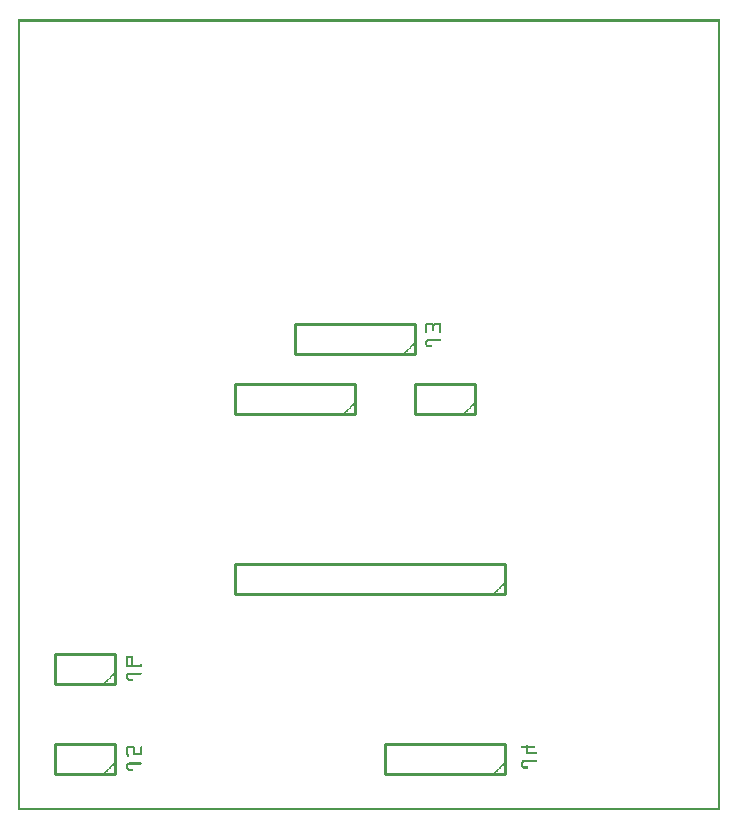
<source format=gbo>
G04 MADE WITH FRITZING*
G04 WWW.FRITZING.ORG*
G04 DOUBLE SIDED*
G04 HOLES PLATED*
G04 CONTOUR ON CENTER OF CONTOUR VECTOR*
%ASAXBY*%
%FSLAX23Y23*%
%MOIN*%
%OFA0B0*%
%SFA1.0B1.0*%
%ADD10C,0.010000*%
%ADD11R,0.001000X0.001000*%
%LNSILK0*%
G90*
G70*
G54D10*
X1623Y121D02*
X1223Y121D01*
D02*
X1223Y121D02*
X1223Y221D01*
D02*
X1223Y221D02*
X1623Y221D01*
D02*
X1623Y221D02*
X1623Y121D01*
D02*
X1623Y721D02*
X723Y721D01*
D02*
X723Y721D02*
X723Y821D01*
D02*
X723Y821D02*
X1623Y821D01*
D02*
X1623Y821D02*
X1623Y721D01*
D02*
X1523Y1321D02*
X1323Y1321D01*
D02*
X1323Y1321D02*
X1323Y1421D01*
D02*
X1323Y1421D02*
X1523Y1421D01*
D02*
X1523Y1421D02*
X1523Y1321D01*
D02*
X1123Y1321D02*
X723Y1321D01*
D02*
X723Y1321D02*
X723Y1421D01*
D02*
X723Y1421D02*
X1123Y1421D01*
D02*
X1123Y1421D02*
X1123Y1321D01*
D02*
X1323Y1521D02*
X923Y1521D01*
D02*
X923Y1521D02*
X923Y1621D01*
D02*
X923Y1621D02*
X1323Y1621D01*
D02*
X1323Y1621D02*
X1323Y1521D01*
D02*
X323Y421D02*
X123Y421D01*
D02*
X123Y421D02*
X123Y521D01*
D02*
X123Y521D02*
X323Y521D01*
D02*
X323Y521D02*
X323Y421D01*
D02*
X323Y121D02*
X123Y121D01*
D02*
X123Y121D02*
X123Y221D01*
D02*
X123Y221D02*
X323Y221D01*
D02*
X323Y221D02*
X323Y121D01*
G54D11*
X0Y2638D02*
X2341Y2638D01*
X0Y2637D02*
X2341Y2637D01*
X0Y2636D02*
X2341Y2636D01*
X0Y2635D02*
X2341Y2635D01*
X0Y2634D02*
X2341Y2634D01*
X0Y2633D02*
X2341Y2633D01*
X0Y2632D02*
X2341Y2632D01*
X0Y2631D02*
X2341Y2631D01*
X0Y2630D02*
X7Y2630D01*
X2334Y2630D02*
X2341Y2630D01*
X0Y2629D02*
X7Y2629D01*
X2334Y2629D02*
X2341Y2629D01*
X0Y2628D02*
X7Y2628D01*
X2334Y2628D02*
X2341Y2628D01*
X0Y2627D02*
X7Y2627D01*
X2334Y2627D02*
X2341Y2627D01*
X0Y2626D02*
X7Y2626D01*
X2334Y2626D02*
X2341Y2626D01*
X0Y2625D02*
X7Y2625D01*
X2334Y2625D02*
X2341Y2625D01*
X0Y2624D02*
X7Y2624D01*
X2334Y2624D02*
X2341Y2624D01*
X0Y2623D02*
X7Y2623D01*
X2334Y2623D02*
X2341Y2623D01*
X0Y2622D02*
X7Y2622D01*
X2334Y2622D02*
X2341Y2622D01*
X0Y2621D02*
X7Y2621D01*
X2334Y2621D02*
X2341Y2621D01*
X0Y2620D02*
X7Y2620D01*
X2334Y2620D02*
X2341Y2620D01*
X0Y2619D02*
X7Y2619D01*
X2334Y2619D02*
X2341Y2619D01*
X0Y2618D02*
X7Y2618D01*
X2334Y2618D02*
X2341Y2618D01*
X0Y2617D02*
X7Y2617D01*
X2334Y2617D02*
X2341Y2617D01*
X0Y2616D02*
X7Y2616D01*
X2334Y2616D02*
X2341Y2616D01*
X0Y2615D02*
X7Y2615D01*
X2334Y2615D02*
X2341Y2615D01*
X0Y2614D02*
X7Y2614D01*
X2334Y2614D02*
X2341Y2614D01*
X0Y2613D02*
X7Y2613D01*
X2334Y2613D02*
X2341Y2613D01*
X0Y2612D02*
X7Y2612D01*
X2334Y2612D02*
X2341Y2612D01*
X0Y2611D02*
X7Y2611D01*
X2334Y2611D02*
X2341Y2611D01*
X0Y2610D02*
X7Y2610D01*
X2334Y2610D02*
X2341Y2610D01*
X0Y2609D02*
X7Y2609D01*
X2334Y2609D02*
X2341Y2609D01*
X0Y2608D02*
X7Y2608D01*
X2334Y2608D02*
X2341Y2608D01*
X0Y2607D02*
X7Y2607D01*
X2334Y2607D02*
X2341Y2607D01*
X0Y2606D02*
X7Y2606D01*
X2334Y2606D02*
X2341Y2606D01*
X0Y2605D02*
X7Y2605D01*
X2334Y2605D02*
X2341Y2605D01*
X0Y2604D02*
X7Y2604D01*
X2334Y2604D02*
X2341Y2604D01*
X0Y2603D02*
X7Y2603D01*
X2334Y2603D02*
X2341Y2603D01*
X0Y2602D02*
X7Y2602D01*
X2334Y2602D02*
X2341Y2602D01*
X0Y2601D02*
X7Y2601D01*
X2334Y2601D02*
X2341Y2601D01*
X0Y2600D02*
X7Y2600D01*
X2334Y2600D02*
X2341Y2600D01*
X0Y2599D02*
X7Y2599D01*
X2334Y2599D02*
X2341Y2599D01*
X0Y2598D02*
X7Y2598D01*
X2334Y2598D02*
X2341Y2598D01*
X0Y2597D02*
X7Y2597D01*
X2334Y2597D02*
X2341Y2597D01*
X0Y2596D02*
X7Y2596D01*
X2334Y2596D02*
X2341Y2596D01*
X0Y2595D02*
X7Y2595D01*
X2334Y2595D02*
X2341Y2595D01*
X0Y2594D02*
X7Y2594D01*
X2334Y2594D02*
X2341Y2594D01*
X0Y2593D02*
X7Y2593D01*
X2334Y2593D02*
X2341Y2593D01*
X0Y2592D02*
X7Y2592D01*
X2334Y2592D02*
X2341Y2592D01*
X0Y2591D02*
X7Y2591D01*
X2334Y2591D02*
X2341Y2591D01*
X0Y2590D02*
X7Y2590D01*
X2334Y2590D02*
X2341Y2590D01*
X0Y2589D02*
X7Y2589D01*
X2334Y2589D02*
X2341Y2589D01*
X0Y2588D02*
X7Y2588D01*
X2334Y2588D02*
X2341Y2588D01*
X0Y2587D02*
X7Y2587D01*
X2334Y2587D02*
X2341Y2587D01*
X0Y2586D02*
X7Y2586D01*
X2334Y2586D02*
X2341Y2586D01*
X0Y2585D02*
X7Y2585D01*
X2334Y2585D02*
X2341Y2585D01*
X0Y2584D02*
X7Y2584D01*
X2334Y2584D02*
X2341Y2584D01*
X0Y2583D02*
X7Y2583D01*
X2334Y2583D02*
X2341Y2583D01*
X0Y2582D02*
X7Y2582D01*
X2334Y2582D02*
X2341Y2582D01*
X0Y2581D02*
X7Y2581D01*
X2334Y2581D02*
X2341Y2581D01*
X0Y2580D02*
X7Y2580D01*
X2334Y2580D02*
X2341Y2580D01*
X0Y2579D02*
X7Y2579D01*
X2334Y2579D02*
X2341Y2579D01*
X0Y2578D02*
X7Y2578D01*
X2334Y2578D02*
X2341Y2578D01*
X0Y2577D02*
X7Y2577D01*
X2334Y2577D02*
X2341Y2577D01*
X0Y2576D02*
X7Y2576D01*
X2334Y2576D02*
X2341Y2576D01*
X0Y2575D02*
X7Y2575D01*
X2334Y2575D02*
X2341Y2575D01*
X0Y2574D02*
X7Y2574D01*
X2334Y2574D02*
X2341Y2574D01*
X0Y2573D02*
X7Y2573D01*
X2334Y2573D02*
X2341Y2573D01*
X0Y2572D02*
X7Y2572D01*
X2334Y2572D02*
X2341Y2572D01*
X0Y2571D02*
X7Y2571D01*
X2334Y2571D02*
X2341Y2571D01*
X0Y2570D02*
X7Y2570D01*
X2334Y2570D02*
X2341Y2570D01*
X0Y2569D02*
X7Y2569D01*
X2334Y2569D02*
X2341Y2569D01*
X0Y2568D02*
X7Y2568D01*
X2334Y2568D02*
X2341Y2568D01*
X0Y2567D02*
X7Y2567D01*
X2334Y2567D02*
X2341Y2567D01*
X0Y2566D02*
X7Y2566D01*
X2334Y2566D02*
X2341Y2566D01*
X0Y2565D02*
X7Y2565D01*
X2334Y2565D02*
X2341Y2565D01*
X0Y2564D02*
X7Y2564D01*
X2334Y2564D02*
X2341Y2564D01*
X0Y2563D02*
X7Y2563D01*
X2334Y2563D02*
X2341Y2563D01*
X0Y2562D02*
X7Y2562D01*
X2334Y2562D02*
X2341Y2562D01*
X0Y2561D02*
X7Y2561D01*
X2334Y2561D02*
X2341Y2561D01*
X0Y2560D02*
X7Y2560D01*
X2334Y2560D02*
X2341Y2560D01*
X0Y2559D02*
X7Y2559D01*
X2334Y2559D02*
X2341Y2559D01*
X0Y2558D02*
X7Y2558D01*
X2334Y2558D02*
X2341Y2558D01*
X0Y2557D02*
X7Y2557D01*
X2334Y2557D02*
X2341Y2557D01*
X0Y2556D02*
X7Y2556D01*
X2334Y2556D02*
X2341Y2556D01*
X0Y2555D02*
X7Y2555D01*
X2334Y2555D02*
X2341Y2555D01*
X0Y2554D02*
X7Y2554D01*
X2334Y2554D02*
X2341Y2554D01*
X0Y2553D02*
X7Y2553D01*
X2334Y2553D02*
X2341Y2553D01*
X0Y2552D02*
X7Y2552D01*
X2334Y2552D02*
X2341Y2552D01*
X0Y2551D02*
X7Y2551D01*
X2334Y2551D02*
X2341Y2551D01*
X0Y2550D02*
X7Y2550D01*
X2334Y2550D02*
X2341Y2550D01*
X0Y2549D02*
X7Y2549D01*
X2334Y2549D02*
X2341Y2549D01*
X0Y2548D02*
X7Y2548D01*
X2334Y2548D02*
X2341Y2548D01*
X0Y2547D02*
X7Y2547D01*
X2334Y2547D02*
X2341Y2547D01*
X0Y2546D02*
X7Y2546D01*
X2334Y2546D02*
X2341Y2546D01*
X0Y2545D02*
X7Y2545D01*
X2334Y2545D02*
X2341Y2545D01*
X0Y2544D02*
X7Y2544D01*
X2334Y2544D02*
X2341Y2544D01*
X0Y2543D02*
X7Y2543D01*
X2334Y2543D02*
X2341Y2543D01*
X0Y2542D02*
X7Y2542D01*
X2334Y2542D02*
X2341Y2542D01*
X0Y2541D02*
X7Y2541D01*
X2334Y2541D02*
X2341Y2541D01*
X0Y2540D02*
X7Y2540D01*
X2334Y2540D02*
X2341Y2540D01*
X0Y2539D02*
X7Y2539D01*
X2334Y2539D02*
X2341Y2539D01*
X0Y2538D02*
X7Y2538D01*
X2334Y2538D02*
X2341Y2538D01*
X0Y2537D02*
X7Y2537D01*
X2334Y2537D02*
X2341Y2537D01*
X0Y2536D02*
X7Y2536D01*
X2334Y2536D02*
X2341Y2536D01*
X0Y2535D02*
X7Y2535D01*
X2334Y2535D02*
X2341Y2535D01*
X0Y2534D02*
X7Y2534D01*
X2334Y2534D02*
X2341Y2534D01*
X0Y2533D02*
X7Y2533D01*
X2334Y2533D02*
X2341Y2533D01*
X0Y2532D02*
X7Y2532D01*
X2334Y2532D02*
X2341Y2532D01*
X0Y2531D02*
X7Y2531D01*
X2334Y2531D02*
X2341Y2531D01*
X0Y2530D02*
X7Y2530D01*
X2334Y2530D02*
X2341Y2530D01*
X0Y2529D02*
X7Y2529D01*
X2334Y2529D02*
X2341Y2529D01*
X0Y2528D02*
X7Y2528D01*
X2334Y2528D02*
X2341Y2528D01*
X0Y2527D02*
X7Y2527D01*
X2334Y2527D02*
X2341Y2527D01*
X0Y2526D02*
X7Y2526D01*
X2334Y2526D02*
X2341Y2526D01*
X0Y2525D02*
X7Y2525D01*
X2334Y2525D02*
X2341Y2525D01*
X0Y2524D02*
X7Y2524D01*
X2334Y2524D02*
X2341Y2524D01*
X0Y2523D02*
X7Y2523D01*
X2334Y2523D02*
X2341Y2523D01*
X0Y2522D02*
X7Y2522D01*
X2334Y2522D02*
X2341Y2522D01*
X0Y2521D02*
X7Y2521D01*
X2334Y2521D02*
X2341Y2521D01*
X0Y2520D02*
X7Y2520D01*
X2334Y2520D02*
X2341Y2520D01*
X0Y2519D02*
X7Y2519D01*
X2334Y2519D02*
X2341Y2519D01*
X0Y2518D02*
X7Y2518D01*
X2334Y2518D02*
X2341Y2518D01*
X0Y2517D02*
X7Y2517D01*
X2334Y2517D02*
X2341Y2517D01*
X0Y2516D02*
X7Y2516D01*
X2334Y2516D02*
X2341Y2516D01*
X0Y2515D02*
X7Y2515D01*
X2334Y2515D02*
X2341Y2515D01*
X0Y2514D02*
X7Y2514D01*
X2334Y2514D02*
X2341Y2514D01*
X0Y2513D02*
X7Y2513D01*
X2334Y2513D02*
X2341Y2513D01*
X0Y2512D02*
X7Y2512D01*
X2334Y2512D02*
X2341Y2512D01*
X0Y2511D02*
X7Y2511D01*
X2334Y2511D02*
X2341Y2511D01*
X0Y2510D02*
X7Y2510D01*
X2334Y2510D02*
X2341Y2510D01*
X0Y2509D02*
X7Y2509D01*
X2334Y2509D02*
X2341Y2509D01*
X0Y2508D02*
X7Y2508D01*
X2334Y2508D02*
X2341Y2508D01*
X0Y2507D02*
X7Y2507D01*
X2334Y2507D02*
X2341Y2507D01*
X0Y2506D02*
X7Y2506D01*
X2334Y2506D02*
X2341Y2506D01*
X0Y2505D02*
X7Y2505D01*
X2334Y2505D02*
X2341Y2505D01*
X0Y2504D02*
X7Y2504D01*
X2334Y2504D02*
X2341Y2504D01*
X0Y2503D02*
X7Y2503D01*
X2334Y2503D02*
X2341Y2503D01*
X0Y2502D02*
X7Y2502D01*
X2334Y2502D02*
X2341Y2502D01*
X0Y2501D02*
X7Y2501D01*
X2334Y2501D02*
X2341Y2501D01*
X0Y2500D02*
X7Y2500D01*
X2334Y2500D02*
X2341Y2500D01*
X0Y2499D02*
X7Y2499D01*
X2334Y2499D02*
X2341Y2499D01*
X0Y2498D02*
X7Y2498D01*
X2334Y2498D02*
X2341Y2498D01*
X0Y2497D02*
X7Y2497D01*
X2334Y2497D02*
X2341Y2497D01*
X0Y2496D02*
X7Y2496D01*
X2334Y2496D02*
X2341Y2496D01*
X0Y2495D02*
X7Y2495D01*
X2334Y2495D02*
X2341Y2495D01*
X0Y2494D02*
X7Y2494D01*
X2334Y2494D02*
X2341Y2494D01*
X0Y2493D02*
X7Y2493D01*
X2334Y2493D02*
X2341Y2493D01*
X0Y2492D02*
X7Y2492D01*
X2334Y2492D02*
X2341Y2492D01*
X0Y2491D02*
X7Y2491D01*
X2334Y2491D02*
X2341Y2491D01*
X0Y2490D02*
X7Y2490D01*
X2334Y2490D02*
X2341Y2490D01*
X0Y2489D02*
X7Y2489D01*
X2334Y2489D02*
X2341Y2489D01*
X0Y2488D02*
X7Y2488D01*
X2334Y2488D02*
X2341Y2488D01*
X0Y2487D02*
X7Y2487D01*
X2334Y2487D02*
X2341Y2487D01*
X0Y2486D02*
X7Y2486D01*
X2334Y2486D02*
X2341Y2486D01*
X0Y2485D02*
X7Y2485D01*
X2334Y2485D02*
X2341Y2485D01*
X0Y2484D02*
X7Y2484D01*
X2334Y2484D02*
X2341Y2484D01*
X0Y2483D02*
X7Y2483D01*
X2334Y2483D02*
X2341Y2483D01*
X0Y2482D02*
X7Y2482D01*
X2334Y2482D02*
X2341Y2482D01*
X0Y2481D02*
X7Y2481D01*
X2334Y2481D02*
X2341Y2481D01*
X0Y2480D02*
X7Y2480D01*
X2334Y2480D02*
X2341Y2480D01*
X0Y2479D02*
X7Y2479D01*
X2334Y2479D02*
X2341Y2479D01*
X0Y2478D02*
X7Y2478D01*
X2334Y2478D02*
X2341Y2478D01*
X0Y2477D02*
X7Y2477D01*
X2334Y2477D02*
X2341Y2477D01*
X0Y2476D02*
X7Y2476D01*
X2334Y2476D02*
X2341Y2476D01*
X0Y2475D02*
X7Y2475D01*
X2334Y2475D02*
X2341Y2475D01*
X0Y2474D02*
X7Y2474D01*
X2334Y2474D02*
X2341Y2474D01*
X0Y2473D02*
X7Y2473D01*
X2334Y2473D02*
X2341Y2473D01*
X0Y2472D02*
X7Y2472D01*
X2334Y2472D02*
X2341Y2472D01*
X0Y2471D02*
X7Y2471D01*
X2334Y2471D02*
X2341Y2471D01*
X0Y2470D02*
X7Y2470D01*
X2334Y2470D02*
X2341Y2470D01*
X0Y2469D02*
X7Y2469D01*
X2334Y2469D02*
X2341Y2469D01*
X0Y2468D02*
X7Y2468D01*
X2334Y2468D02*
X2341Y2468D01*
X0Y2467D02*
X7Y2467D01*
X2334Y2467D02*
X2341Y2467D01*
X0Y2466D02*
X7Y2466D01*
X2334Y2466D02*
X2341Y2466D01*
X0Y2465D02*
X7Y2465D01*
X2334Y2465D02*
X2341Y2465D01*
X0Y2464D02*
X7Y2464D01*
X2334Y2464D02*
X2341Y2464D01*
X0Y2463D02*
X7Y2463D01*
X2334Y2463D02*
X2341Y2463D01*
X0Y2462D02*
X7Y2462D01*
X2334Y2462D02*
X2341Y2462D01*
X0Y2461D02*
X7Y2461D01*
X2334Y2461D02*
X2341Y2461D01*
X0Y2460D02*
X7Y2460D01*
X2334Y2460D02*
X2341Y2460D01*
X0Y2459D02*
X7Y2459D01*
X2334Y2459D02*
X2341Y2459D01*
X0Y2458D02*
X7Y2458D01*
X2334Y2458D02*
X2341Y2458D01*
X0Y2457D02*
X7Y2457D01*
X2334Y2457D02*
X2341Y2457D01*
X0Y2456D02*
X7Y2456D01*
X2334Y2456D02*
X2341Y2456D01*
X0Y2455D02*
X7Y2455D01*
X2334Y2455D02*
X2341Y2455D01*
X0Y2454D02*
X7Y2454D01*
X2334Y2454D02*
X2341Y2454D01*
X0Y2453D02*
X7Y2453D01*
X2334Y2453D02*
X2341Y2453D01*
X0Y2452D02*
X7Y2452D01*
X2334Y2452D02*
X2341Y2452D01*
X0Y2451D02*
X7Y2451D01*
X2334Y2451D02*
X2341Y2451D01*
X0Y2450D02*
X7Y2450D01*
X2334Y2450D02*
X2341Y2450D01*
X0Y2449D02*
X7Y2449D01*
X2334Y2449D02*
X2341Y2449D01*
X0Y2448D02*
X7Y2448D01*
X2334Y2448D02*
X2341Y2448D01*
X0Y2447D02*
X7Y2447D01*
X2334Y2447D02*
X2341Y2447D01*
X0Y2446D02*
X7Y2446D01*
X2334Y2446D02*
X2341Y2446D01*
X0Y2445D02*
X7Y2445D01*
X2334Y2445D02*
X2341Y2445D01*
X0Y2444D02*
X7Y2444D01*
X2334Y2444D02*
X2341Y2444D01*
X0Y2443D02*
X7Y2443D01*
X2334Y2443D02*
X2341Y2443D01*
X0Y2442D02*
X7Y2442D01*
X2334Y2442D02*
X2341Y2442D01*
X0Y2441D02*
X7Y2441D01*
X2334Y2441D02*
X2341Y2441D01*
X0Y2440D02*
X7Y2440D01*
X2334Y2440D02*
X2341Y2440D01*
X0Y2439D02*
X7Y2439D01*
X2334Y2439D02*
X2341Y2439D01*
X0Y2438D02*
X7Y2438D01*
X2334Y2438D02*
X2341Y2438D01*
X0Y2437D02*
X7Y2437D01*
X2334Y2437D02*
X2341Y2437D01*
X0Y2436D02*
X7Y2436D01*
X2334Y2436D02*
X2341Y2436D01*
X0Y2435D02*
X7Y2435D01*
X2334Y2435D02*
X2341Y2435D01*
X0Y2434D02*
X7Y2434D01*
X2334Y2434D02*
X2341Y2434D01*
X0Y2433D02*
X7Y2433D01*
X2334Y2433D02*
X2341Y2433D01*
X0Y2432D02*
X7Y2432D01*
X2334Y2432D02*
X2341Y2432D01*
X0Y2431D02*
X7Y2431D01*
X2334Y2431D02*
X2341Y2431D01*
X0Y2430D02*
X7Y2430D01*
X2334Y2430D02*
X2341Y2430D01*
X0Y2429D02*
X7Y2429D01*
X2334Y2429D02*
X2341Y2429D01*
X0Y2428D02*
X7Y2428D01*
X2334Y2428D02*
X2341Y2428D01*
X0Y2427D02*
X7Y2427D01*
X2334Y2427D02*
X2341Y2427D01*
X0Y2426D02*
X7Y2426D01*
X2334Y2426D02*
X2341Y2426D01*
X0Y2425D02*
X7Y2425D01*
X2334Y2425D02*
X2341Y2425D01*
X0Y2424D02*
X7Y2424D01*
X2334Y2424D02*
X2341Y2424D01*
X0Y2423D02*
X7Y2423D01*
X2334Y2423D02*
X2341Y2423D01*
X0Y2422D02*
X7Y2422D01*
X2334Y2422D02*
X2341Y2422D01*
X0Y2421D02*
X7Y2421D01*
X2334Y2421D02*
X2341Y2421D01*
X0Y2420D02*
X7Y2420D01*
X2334Y2420D02*
X2341Y2420D01*
X0Y2419D02*
X7Y2419D01*
X2334Y2419D02*
X2341Y2419D01*
X0Y2418D02*
X7Y2418D01*
X2334Y2418D02*
X2341Y2418D01*
X0Y2417D02*
X7Y2417D01*
X2334Y2417D02*
X2341Y2417D01*
X0Y2416D02*
X7Y2416D01*
X2334Y2416D02*
X2341Y2416D01*
X0Y2415D02*
X7Y2415D01*
X2334Y2415D02*
X2341Y2415D01*
X0Y2414D02*
X7Y2414D01*
X2334Y2414D02*
X2341Y2414D01*
X0Y2413D02*
X7Y2413D01*
X2334Y2413D02*
X2341Y2413D01*
X0Y2412D02*
X7Y2412D01*
X2334Y2412D02*
X2341Y2412D01*
X0Y2411D02*
X7Y2411D01*
X2334Y2411D02*
X2341Y2411D01*
X0Y2410D02*
X7Y2410D01*
X2334Y2410D02*
X2341Y2410D01*
X0Y2409D02*
X7Y2409D01*
X2334Y2409D02*
X2341Y2409D01*
X0Y2408D02*
X7Y2408D01*
X2334Y2408D02*
X2341Y2408D01*
X0Y2407D02*
X7Y2407D01*
X2334Y2407D02*
X2341Y2407D01*
X0Y2406D02*
X7Y2406D01*
X2334Y2406D02*
X2341Y2406D01*
X0Y2405D02*
X7Y2405D01*
X2334Y2405D02*
X2341Y2405D01*
X0Y2404D02*
X7Y2404D01*
X2334Y2404D02*
X2341Y2404D01*
X0Y2403D02*
X7Y2403D01*
X2334Y2403D02*
X2341Y2403D01*
X0Y2402D02*
X7Y2402D01*
X2334Y2402D02*
X2341Y2402D01*
X0Y2401D02*
X7Y2401D01*
X2334Y2401D02*
X2341Y2401D01*
X0Y2400D02*
X7Y2400D01*
X2334Y2400D02*
X2341Y2400D01*
X0Y2399D02*
X7Y2399D01*
X2334Y2399D02*
X2341Y2399D01*
X0Y2398D02*
X7Y2398D01*
X2334Y2398D02*
X2341Y2398D01*
X0Y2397D02*
X7Y2397D01*
X2334Y2397D02*
X2341Y2397D01*
X0Y2396D02*
X7Y2396D01*
X2334Y2396D02*
X2341Y2396D01*
X0Y2395D02*
X7Y2395D01*
X2334Y2395D02*
X2341Y2395D01*
X0Y2394D02*
X7Y2394D01*
X2334Y2394D02*
X2341Y2394D01*
X0Y2393D02*
X7Y2393D01*
X2334Y2393D02*
X2341Y2393D01*
X0Y2392D02*
X7Y2392D01*
X2334Y2392D02*
X2341Y2392D01*
X0Y2391D02*
X7Y2391D01*
X2334Y2391D02*
X2341Y2391D01*
X0Y2390D02*
X7Y2390D01*
X2334Y2390D02*
X2341Y2390D01*
X0Y2389D02*
X7Y2389D01*
X2334Y2389D02*
X2341Y2389D01*
X0Y2388D02*
X7Y2388D01*
X2334Y2388D02*
X2341Y2388D01*
X0Y2387D02*
X7Y2387D01*
X2334Y2387D02*
X2341Y2387D01*
X0Y2386D02*
X7Y2386D01*
X2334Y2386D02*
X2341Y2386D01*
X0Y2385D02*
X7Y2385D01*
X2334Y2385D02*
X2341Y2385D01*
X0Y2384D02*
X7Y2384D01*
X2334Y2384D02*
X2341Y2384D01*
X0Y2383D02*
X7Y2383D01*
X2334Y2383D02*
X2341Y2383D01*
X0Y2382D02*
X7Y2382D01*
X2334Y2382D02*
X2341Y2382D01*
X0Y2381D02*
X7Y2381D01*
X2334Y2381D02*
X2341Y2381D01*
X0Y2380D02*
X7Y2380D01*
X2334Y2380D02*
X2341Y2380D01*
X0Y2379D02*
X7Y2379D01*
X2334Y2379D02*
X2341Y2379D01*
X0Y2378D02*
X7Y2378D01*
X2334Y2378D02*
X2341Y2378D01*
X0Y2377D02*
X7Y2377D01*
X2334Y2377D02*
X2341Y2377D01*
X0Y2376D02*
X7Y2376D01*
X2334Y2376D02*
X2341Y2376D01*
X0Y2375D02*
X7Y2375D01*
X2334Y2375D02*
X2341Y2375D01*
X0Y2374D02*
X7Y2374D01*
X2334Y2374D02*
X2341Y2374D01*
X0Y2373D02*
X7Y2373D01*
X2334Y2373D02*
X2341Y2373D01*
X0Y2372D02*
X7Y2372D01*
X2334Y2372D02*
X2341Y2372D01*
X0Y2371D02*
X7Y2371D01*
X2334Y2371D02*
X2341Y2371D01*
X0Y2370D02*
X7Y2370D01*
X2334Y2370D02*
X2341Y2370D01*
X0Y2369D02*
X7Y2369D01*
X2334Y2369D02*
X2341Y2369D01*
X0Y2368D02*
X7Y2368D01*
X2334Y2368D02*
X2341Y2368D01*
X0Y2367D02*
X7Y2367D01*
X2334Y2367D02*
X2341Y2367D01*
X0Y2366D02*
X7Y2366D01*
X2334Y2366D02*
X2341Y2366D01*
X0Y2365D02*
X7Y2365D01*
X2334Y2365D02*
X2341Y2365D01*
X0Y2364D02*
X7Y2364D01*
X2334Y2364D02*
X2341Y2364D01*
X0Y2363D02*
X7Y2363D01*
X2334Y2363D02*
X2341Y2363D01*
X0Y2362D02*
X7Y2362D01*
X2334Y2362D02*
X2341Y2362D01*
X0Y2361D02*
X7Y2361D01*
X2334Y2361D02*
X2341Y2361D01*
X0Y2360D02*
X7Y2360D01*
X2334Y2360D02*
X2341Y2360D01*
X0Y2359D02*
X7Y2359D01*
X2334Y2359D02*
X2341Y2359D01*
X0Y2358D02*
X7Y2358D01*
X2334Y2358D02*
X2341Y2358D01*
X0Y2357D02*
X7Y2357D01*
X2334Y2357D02*
X2341Y2357D01*
X0Y2356D02*
X7Y2356D01*
X2334Y2356D02*
X2341Y2356D01*
X0Y2355D02*
X7Y2355D01*
X2334Y2355D02*
X2341Y2355D01*
X0Y2354D02*
X7Y2354D01*
X2334Y2354D02*
X2341Y2354D01*
X0Y2353D02*
X7Y2353D01*
X2334Y2353D02*
X2341Y2353D01*
X0Y2352D02*
X7Y2352D01*
X2334Y2352D02*
X2341Y2352D01*
X0Y2351D02*
X7Y2351D01*
X2334Y2351D02*
X2341Y2351D01*
X0Y2350D02*
X7Y2350D01*
X2334Y2350D02*
X2341Y2350D01*
X0Y2349D02*
X7Y2349D01*
X2334Y2349D02*
X2341Y2349D01*
X0Y2348D02*
X7Y2348D01*
X2334Y2348D02*
X2341Y2348D01*
X0Y2347D02*
X7Y2347D01*
X2334Y2347D02*
X2341Y2347D01*
X0Y2346D02*
X7Y2346D01*
X2334Y2346D02*
X2341Y2346D01*
X0Y2345D02*
X7Y2345D01*
X2334Y2345D02*
X2341Y2345D01*
X0Y2344D02*
X7Y2344D01*
X2334Y2344D02*
X2341Y2344D01*
X0Y2343D02*
X7Y2343D01*
X2334Y2343D02*
X2341Y2343D01*
X0Y2342D02*
X7Y2342D01*
X2334Y2342D02*
X2341Y2342D01*
X0Y2341D02*
X7Y2341D01*
X2334Y2341D02*
X2341Y2341D01*
X0Y2340D02*
X7Y2340D01*
X2334Y2340D02*
X2341Y2340D01*
X0Y2339D02*
X7Y2339D01*
X2334Y2339D02*
X2341Y2339D01*
X0Y2338D02*
X7Y2338D01*
X2334Y2338D02*
X2341Y2338D01*
X0Y2337D02*
X7Y2337D01*
X2334Y2337D02*
X2341Y2337D01*
X0Y2336D02*
X7Y2336D01*
X2334Y2336D02*
X2341Y2336D01*
X0Y2335D02*
X7Y2335D01*
X2334Y2335D02*
X2341Y2335D01*
X0Y2334D02*
X7Y2334D01*
X2334Y2334D02*
X2341Y2334D01*
X0Y2333D02*
X7Y2333D01*
X2334Y2333D02*
X2341Y2333D01*
X0Y2332D02*
X7Y2332D01*
X2334Y2332D02*
X2341Y2332D01*
X0Y2331D02*
X7Y2331D01*
X2334Y2331D02*
X2341Y2331D01*
X0Y2330D02*
X7Y2330D01*
X2334Y2330D02*
X2341Y2330D01*
X0Y2329D02*
X7Y2329D01*
X2334Y2329D02*
X2341Y2329D01*
X0Y2328D02*
X7Y2328D01*
X2334Y2328D02*
X2341Y2328D01*
X0Y2327D02*
X7Y2327D01*
X2334Y2327D02*
X2341Y2327D01*
X0Y2326D02*
X7Y2326D01*
X2334Y2326D02*
X2341Y2326D01*
X0Y2325D02*
X7Y2325D01*
X2334Y2325D02*
X2341Y2325D01*
X0Y2324D02*
X7Y2324D01*
X2334Y2324D02*
X2341Y2324D01*
X0Y2323D02*
X7Y2323D01*
X2334Y2323D02*
X2341Y2323D01*
X0Y2322D02*
X7Y2322D01*
X2334Y2322D02*
X2341Y2322D01*
X0Y2321D02*
X7Y2321D01*
X2334Y2321D02*
X2341Y2321D01*
X0Y2320D02*
X7Y2320D01*
X2334Y2320D02*
X2341Y2320D01*
X0Y2319D02*
X7Y2319D01*
X2334Y2319D02*
X2341Y2319D01*
X0Y2318D02*
X7Y2318D01*
X2334Y2318D02*
X2341Y2318D01*
X0Y2317D02*
X7Y2317D01*
X2334Y2317D02*
X2341Y2317D01*
X0Y2316D02*
X7Y2316D01*
X2334Y2316D02*
X2341Y2316D01*
X0Y2315D02*
X7Y2315D01*
X2334Y2315D02*
X2341Y2315D01*
X0Y2314D02*
X7Y2314D01*
X2334Y2314D02*
X2341Y2314D01*
X0Y2313D02*
X7Y2313D01*
X2334Y2313D02*
X2341Y2313D01*
X0Y2312D02*
X7Y2312D01*
X2334Y2312D02*
X2341Y2312D01*
X0Y2311D02*
X7Y2311D01*
X2334Y2311D02*
X2341Y2311D01*
X0Y2310D02*
X7Y2310D01*
X2334Y2310D02*
X2341Y2310D01*
X0Y2309D02*
X7Y2309D01*
X2334Y2309D02*
X2341Y2309D01*
X0Y2308D02*
X7Y2308D01*
X2334Y2308D02*
X2341Y2308D01*
X0Y2307D02*
X7Y2307D01*
X2334Y2307D02*
X2341Y2307D01*
X0Y2306D02*
X7Y2306D01*
X2334Y2306D02*
X2341Y2306D01*
X0Y2305D02*
X7Y2305D01*
X2334Y2305D02*
X2341Y2305D01*
X0Y2304D02*
X7Y2304D01*
X2334Y2304D02*
X2341Y2304D01*
X0Y2303D02*
X7Y2303D01*
X2334Y2303D02*
X2341Y2303D01*
X0Y2302D02*
X7Y2302D01*
X2334Y2302D02*
X2341Y2302D01*
X0Y2301D02*
X7Y2301D01*
X2334Y2301D02*
X2341Y2301D01*
X0Y2300D02*
X7Y2300D01*
X2334Y2300D02*
X2341Y2300D01*
X0Y2299D02*
X7Y2299D01*
X2334Y2299D02*
X2341Y2299D01*
X0Y2298D02*
X7Y2298D01*
X2334Y2298D02*
X2341Y2298D01*
X0Y2297D02*
X7Y2297D01*
X2334Y2297D02*
X2341Y2297D01*
X0Y2296D02*
X7Y2296D01*
X2334Y2296D02*
X2341Y2296D01*
X0Y2295D02*
X7Y2295D01*
X2334Y2295D02*
X2341Y2295D01*
X0Y2294D02*
X7Y2294D01*
X2334Y2294D02*
X2341Y2294D01*
X0Y2293D02*
X7Y2293D01*
X2334Y2293D02*
X2341Y2293D01*
X0Y2292D02*
X7Y2292D01*
X2334Y2292D02*
X2341Y2292D01*
X0Y2291D02*
X7Y2291D01*
X2334Y2291D02*
X2341Y2291D01*
X0Y2290D02*
X7Y2290D01*
X2334Y2290D02*
X2341Y2290D01*
X0Y2289D02*
X7Y2289D01*
X2334Y2289D02*
X2341Y2289D01*
X0Y2288D02*
X7Y2288D01*
X2334Y2288D02*
X2341Y2288D01*
X0Y2287D02*
X7Y2287D01*
X2334Y2287D02*
X2341Y2287D01*
X0Y2286D02*
X7Y2286D01*
X2334Y2286D02*
X2341Y2286D01*
X0Y2285D02*
X7Y2285D01*
X2334Y2285D02*
X2341Y2285D01*
X0Y2284D02*
X7Y2284D01*
X2334Y2284D02*
X2341Y2284D01*
X0Y2283D02*
X7Y2283D01*
X2334Y2283D02*
X2341Y2283D01*
X0Y2282D02*
X7Y2282D01*
X2334Y2282D02*
X2341Y2282D01*
X0Y2281D02*
X7Y2281D01*
X2334Y2281D02*
X2341Y2281D01*
X0Y2280D02*
X7Y2280D01*
X2334Y2280D02*
X2341Y2280D01*
X0Y2279D02*
X7Y2279D01*
X2334Y2279D02*
X2341Y2279D01*
X0Y2278D02*
X7Y2278D01*
X2334Y2278D02*
X2341Y2278D01*
X0Y2277D02*
X7Y2277D01*
X2334Y2277D02*
X2341Y2277D01*
X0Y2276D02*
X7Y2276D01*
X2334Y2276D02*
X2341Y2276D01*
X0Y2275D02*
X7Y2275D01*
X2334Y2275D02*
X2341Y2275D01*
X0Y2274D02*
X7Y2274D01*
X2334Y2274D02*
X2341Y2274D01*
X0Y2273D02*
X7Y2273D01*
X2334Y2273D02*
X2341Y2273D01*
X0Y2272D02*
X7Y2272D01*
X2334Y2272D02*
X2341Y2272D01*
X0Y2271D02*
X7Y2271D01*
X2334Y2271D02*
X2341Y2271D01*
X0Y2270D02*
X7Y2270D01*
X2334Y2270D02*
X2341Y2270D01*
X0Y2269D02*
X7Y2269D01*
X2334Y2269D02*
X2341Y2269D01*
X0Y2268D02*
X7Y2268D01*
X2334Y2268D02*
X2341Y2268D01*
X0Y2267D02*
X7Y2267D01*
X2334Y2267D02*
X2341Y2267D01*
X0Y2266D02*
X7Y2266D01*
X2334Y2266D02*
X2341Y2266D01*
X0Y2265D02*
X7Y2265D01*
X2334Y2265D02*
X2341Y2265D01*
X0Y2264D02*
X7Y2264D01*
X2334Y2264D02*
X2341Y2264D01*
X0Y2263D02*
X7Y2263D01*
X2334Y2263D02*
X2341Y2263D01*
X0Y2262D02*
X7Y2262D01*
X2334Y2262D02*
X2341Y2262D01*
X0Y2261D02*
X7Y2261D01*
X2334Y2261D02*
X2341Y2261D01*
X0Y2260D02*
X7Y2260D01*
X2334Y2260D02*
X2341Y2260D01*
X0Y2259D02*
X7Y2259D01*
X2334Y2259D02*
X2341Y2259D01*
X0Y2258D02*
X7Y2258D01*
X2334Y2258D02*
X2341Y2258D01*
X0Y2257D02*
X7Y2257D01*
X2334Y2257D02*
X2341Y2257D01*
X0Y2256D02*
X7Y2256D01*
X2334Y2256D02*
X2341Y2256D01*
X0Y2255D02*
X7Y2255D01*
X2334Y2255D02*
X2341Y2255D01*
X0Y2254D02*
X7Y2254D01*
X2334Y2254D02*
X2341Y2254D01*
X0Y2253D02*
X7Y2253D01*
X2334Y2253D02*
X2341Y2253D01*
X0Y2252D02*
X7Y2252D01*
X2334Y2252D02*
X2341Y2252D01*
X0Y2251D02*
X7Y2251D01*
X2334Y2251D02*
X2341Y2251D01*
X0Y2250D02*
X7Y2250D01*
X2334Y2250D02*
X2341Y2250D01*
X0Y2249D02*
X7Y2249D01*
X2334Y2249D02*
X2341Y2249D01*
X0Y2248D02*
X7Y2248D01*
X2334Y2248D02*
X2341Y2248D01*
X0Y2247D02*
X7Y2247D01*
X2334Y2247D02*
X2341Y2247D01*
X0Y2246D02*
X7Y2246D01*
X2334Y2246D02*
X2341Y2246D01*
X0Y2245D02*
X7Y2245D01*
X2334Y2245D02*
X2341Y2245D01*
X0Y2244D02*
X7Y2244D01*
X2334Y2244D02*
X2341Y2244D01*
X0Y2243D02*
X7Y2243D01*
X2334Y2243D02*
X2341Y2243D01*
X0Y2242D02*
X7Y2242D01*
X2334Y2242D02*
X2341Y2242D01*
X0Y2241D02*
X7Y2241D01*
X2334Y2241D02*
X2341Y2241D01*
X0Y2240D02*
X7Y2240D01*
X2334Y2240D02*
X2341Y2240D01*
X0Y2239D02*
X7Y2239D01*
X2334Y2239D02*
X2341Y2239D01*
X0Y2238D02*
X7Y2238D01*
X2334Y2238D02*
X2341Y2238D01*
X0Y2237D02*
X7Y2237D01*
X2334Y2237D02*
X2341Y2237D01*
X0Y2236D02*
X7Y2236D01*
X2334Y2236D02*
X2341Y2236D01*
X0Y2235D02*
X7Y2235D01*
X2334Y2235D02*
X2341Y2235D01*
X0Y2234D02*
X7Y2234D01*
X2334Y2234D02*
X2341Y2234D01*
X0Y2233D02*
X7Y2233D01*
X2334Y2233D02*
X2341Y2233D01*
X0Y2232D02*
X7Y2232D01*
X2334Y2232D02*
X2341Y2232D01*
X0Y2231D02*
X7Y2231D01*
X2334Y2231D02*
X2341Y2231D01*
X0Y2230D02*
X7Y2230D01*
X2334Y2230D02*
X2341Y2230D01*
X0Y2229D02*
X7Y2229D01*
X2334Y2229D02*
X2341Y2229D01*
X0Y2228D02*
X7Y2228D01*
X2334Y2228D02*
X2341Y2228D01*
X0Y2227D02*
X7Y2227D01*
X2334Y2227D02*
X2341Y2227D01*
X0Y2226D02*
X7Y2226D01*
X2334Y2226D02*
X2341Y2226D01*
X0Y2225D02*
X7Y2225D01*
X2334Y2225D02*
X2341Y2225D01*
X0Y2224D02*
X7Y2224D01*
X2334Y2224D02*
X2341Y2224D01*
X0Y2223D02*
X7Y2223D01*
X2334Y2223D02*
X2341Y2223D01*
X0Y2222D02*
X7Y2222D01*
X2334Y2222D02*
X2341Y2222D01*
X0Y2221D02*
X7Y2221D01*
X2334Y2221D02*
X2341Y2221D01*
X0Y2220D02*
X7Y2220D01*
X2334Y2220D02*
X2341Y2220D01*
X0Y2219D02*
X7Y2219D01*
X2334Y2219D02*
X2341Y2219D01*
X0Y2218D02*
X7Y2218D01*
X2334Y2218D02*
X2341Y2218D01*
X0Y2217D02*
X7Y2217D01*
X2334Y2217D02*
X2341Y2217D01*
X0Y2216D02*
X7Y2216D01*
X2334Y2216D02*
X2341Y2216D01*
X0Y2215D02*
X7Y2215D01*
X2334Y2215D02*
X2341Y2215D01*
X0Y2214D02*
X7Y2214D01*
X2334Y2214D02*
X2341Y2214D01*
X0Y2213D02*
X7Y2213D01*
X2334Y2213D02*
X2341Y2213D01*
X0Y2212D02*
X7Y2212D01*
X2334Y2212D02*
X2341Y2212D01*
X0Y2211D02*
X7Y2211D01*
X2334Y2211D02*
X2341Y2211D01*
X0Y2210D02*
X7Y2210D01*
X2334Y2210D02*
X2341Y2210D01*
X0Y2209D02*
X7Y2209D01*
X2334Y2209D02*
X2341Y2209D01*
X0Y2208D02*
X7Y2208D01*
X2334Y2208D02*
X2341Y2208D01*
X0Y2207D02*
X7Y2207D01*
X2334Y2207D02*
X2341Y2207D01*
X0Y2206D02*
X7Y2206D01*
X2334Y2206D02*
X2341Y2206D01*
X0Y2205D02*
X7Y2205D01*
X2334Y2205D02*
X2341Y2205D01*
X0Y2204D02*
X7Y2204D01*
X2334Y2204D02*
X2341Y2204D01*
X0Y2203D02*
X7Y2203D01*
X2334Y2203D02*
X2341Y2203D01*
X0Y2202D02*
X7Y2202D01*
X2334Y2202D02*
X2341Y2202D01*
X0Y2201D02*
X7Y2201D01*
X2334Y2201D02*
X2341Y2201D01*
X0Y2200D02*
X7Y2200D01*
X2334Y2200D02*
X2341Y2200D01*
X0Y2199D02*
X7Y2199D01*
X2334Y2199D02*
X2341Y2199D01*
X0Y2198D02*
X7Y2198D01*
X2334Y2198D02*
X2341Y2198D01*
X0Y2197D02*
X7Y2197D01*
X2334Y2197D02*
X2341Y2197D01*
X0Y2196D02*
X7Y2196D01*
X2334Y2196D02*
X2341Y2196D01*
X0Y2195D02*
X7Y2195D01*
X2334Y2195D02*
X2341Y2195D01*
X0Y2194D02*
X7Y2194D01*
X2334Y2194D02*
X2341Y2194D01*
X0Y2193D02*
X7Y2193D01*
X2334Y2193D02*
X2341Y2193D01*
X0Y2192D02*
X7Y2192D01*
X2334Y2192D02*
X2341Y2192D01*
X0Y2191D02*
X7Y2191D01*
X2334Y2191D02*
X2341Y2191D01*
X0Y2190D02*
X7Y2190D01*
X2334Y2190D02*
X2341Y2190D01*
X0Y2189D02*
X7Y2189D01*
X2334Y2189D02*
X2341Y2189D01*
X0Y2188D02*
X7Y2188D01*
X2334Y2188D02*
X2341Y2188D01*
X0Y2187D02*
X7Y2187D01*
X2334Y2187D02*
X2341Y2187D01*
X0Y2186D02*
X7Y2186D01*
X2334Y2186D02*
X2341Y2186D01*
X0Y2185D02*
X7Y2185D01*
X2334Y2185D02*
X2341Y2185D01*
X0Y2184D02*
X7Y2184D01*
X2334Y2184D02*
X2341Y2184D01*
X0Y2183D02*
X7Y2183D01*
X2334Y2183D02*
X2341Y2183D01*
X0Y2182D02*
X7Y2182D01*
X2334Y2182D02*
X2341Y2182D01*
X0Y2181D02*
X7Y2181D01*
X2334Y2181D02*
X2341Y2181D01*
X0Y2180D02*
X7Y2180D01*
X2334Y2180D02*
X2341Y2180D01*
X0Y2179D02*
X7Y2179D01*
X2334Y2179D02*
X2341Y2179D01*
X0Y2178D02*
X7Y2178D01*
X2334Y2178D02*
X2341Y2178D01*
X0Y2177D02*
X7Y2177D01*
X2334Y2177D02*
X2341Y2177D01*
X0Y2176D02*
X7Y2176D01*
X2334Y2176D02*
X2341Y2176D01*
X0Y2175D02*
X7Y2175D01*
X2334Y2175D02*
X2341Y2175D01*
X0Y2174D02*
X7Y2174D01*
X2334Y2174D02*
X2341Y2174D01*
X0Y2173D02*
X7Y2173D01*
X2334Y2173D02*
X2341Y2173D01*
X0Y2172D02*
X7Y2172D01*
X2334Y2172D02*
X2341Y2172D01*
X0Y2171D02*
X7Y2171D01*
X2334Y2171D02*
X2341Y2171D01*
X0Y2170D02*
X7Y2170D01*
X2334Y2170D02*
X2341Y2170D01*
X0Y2169D02*
X7Y2169D01*
X2334Y2169D02*
X2341Y2169D01*
X0Y2168D02*
X7Y2168D01*
X2334Y2168D02*
X2341Y2168D01*
X0Y2167D02*
X7Y2167D01*
X2334Y2167D02*
X2341Y2167D01*
X0Y2166D02*
X7Y2166D01*
X2334Y2166D02*
X2341Y2166D01*
X0Y2165D02*
X7Y2165D01*
X2334Y2165D02*
X2341Y2165D01*
X0Y2164D02*
X7Y2164D01*
X2334Y2164D02*
X2341Y2164D01*
X0Y2163D02*
X7Y2163D01*
X2334Y2163D02*
X2341Y2163D01*
X0Y2162D02*
X7Y2162D01*
X2334Y2162D02*
X2341Y2162D01*
X0Y2161D02*
X7Y2161D01*
X2334Y2161D02*
X2341Y2161D01*
X0Y2160D02*
X7Y2160D01*
X2334Y2160D02*
X2341Y2160D01*
X0Y2159D02*
X7Y2159D01*
X2334Y2159D02*
X2341Y2159D01*
X0Y2158D02*
X7Y2158D01*
X2334Y2158D02*
X2341Y2158D01*
X0Y2157D02*
X7Y2157D01*
X2334Y2157D02*
X2341Y2157D01*
X0Y2156D02*
X7Y2156D01*
X2334Y2156D02*
X2341Y2156D01*
X0Y2155D02*
X7Y2155D01*
X2334Y2155D02*
X2341Y2155D01*
X0Y2154D02*
X7Y2154D01*
X2334Y2154D02*
X2341Y2154D01*
X0Y2153D02*
X7Y2153D01*
X2334Y2153D02*
X2341Y2153D01*
X0Y2152D02*
X7Y2152D01*
X2334Y2152D02*
X2341Y2152D01*
X0Y2151D02*
X7Y2151D01*
X2334Y2151D02*
X2341Y2151D01*
X0Y2150D02*
X7Y2150D01*
X2334Y2150D02*
X2341Y2150D01*
X0Y2149D02*
X7Y2149D01*
X2334Y2149D02*
X2341Y2149D01*
X0Y2148D02*
X7Y2148D01*
X2334Y2148D02*
X2341Y2148D01*
X0Y2147D02*
X7Y2147D01*
X2334Y2147D02*
X2341Y2147D01*
X0Y2146D02*
X7Y2146D01*
X2334Y2146D02*
X2341Y2146D01*
X0Y2145D02*
X7Y2145D01*
X2334Y2145D02*
X2341Y2145D01*
X0Y2144D02*
X7Y2144D01*
X2334Y2144D02*
X2341Y2144D01*
X0Y2143D02*
X7Y2143D01*
X2334Y2143D02*
X2341Y2143D01*
X0Y2142D02*
X7Y2142D01*
X2334Y2142D02*
X2341Y2142D01*
X0Y2141D02*
X7Y2141D01*
X2334Y2141D02*
X2341Y2141D01*
X0Y2140D02*
X7Y2140D01*
X2334Y2140D02*
X2341Y2140D01*
X0Y2139D02*
X7Y2139D01*
X2334Y2139D02*
X2341Y2139D01*
X0Y2138D02*
X7Y2138D01*
X2334Y2138D02*
X2341Y2138D01*
X0Y2137D02*
X7Y2137D01*
X2334Y2137D02*
X2341Y2137D01*
X0Y2136D02*
X7Y2136D01*
X2334Y2136D02*
X2341Y2136D01*
X0Y2135D02*
X7Y2135D01*
X2334Y2135D02*
X2341Y2135D01*
X0Y2134D02*
X7Y2134D01*
X2334Y2134D02*
X2341Y2134D01*
X0Y2133D02*
X7Y2133D01*
X2334Y2133D02*
X2341Y2133D01*
X0Y2132D02*
X7Y2132D01*
X2334Y2132D02*
X2341Y2132D01*
X0Y2131D02*
X7Y2131D01*
X2334Y2131D02*
X2341Y2131D01*
X0Y2130D02*
X7Y2130D01*
X2334Y2130D02*
X2341Y2130D01*
X0Y2129D02*
X7Y2129D01*
X2334Y2129D02*
X2341Y2129D01*
X0Y2128D02*
X7Y2128D01*
X2334Y2128D02*
X2341Y2128D01*
X0Y2127D02*
X7Y2127D01*
X2334Y2127D02*
X2341Y2127D01*
X0Y2126D02*
X7Y2126D01*
X2334Y2126D02*
X2341Y2126D01*
X0Y2125D02*
X7Y2125D01*
X2334Y2125D02*
X2341Y2125D01*
X0Y2124D02*
X7Y2124D01*
X2334Y2124D02*
X2341Y2124D01*
X0Y2123D02*
X7Y2123D01*
X2334Y2123D02*
X2341Y2123D01*
X0Y2122D02*
X7Y2122D01*
X2334Y2122D02*
X2341Y2122D01*
X0Y2121D02*
X7Y2121D01*
X2334Y2121D02*
X2341Y2121D01*
X0Y2120D02*
X7Y2120D01*
X2334Y2120D02*
X2341Y2120D01*
X0Y2119D02*
X7Y2119D01*
X2334Y2119D02*
X2341Y2119D01*
X0Y2118D02*
X7Y2118D01*
X2334Y2118D02*
X2341Y2118D01*
X0Y2117D02*
X7Y2117D01*
X2334Y2117D02*
X2341Y2117D01*
X0Y2116D02*
X7Y2116D01*
X2334Y2116D02*
X2341Y2116D01*
X0Y2115D02*
X7Y2115D01*
X2334Y2115D02*
X2341Y2115D01*
X0Y2114D02*
X7Y2114D01*
X2334Y2114D02*
X2341Y2114D01*
X0Y2113D02*
X7Y2113D01*
X2334Y2113D02*
X2341Y2113D01*
X0Y2112D02*
X7Y2112D01*
X2334Y2112D02*
X2341Y2112D01*
X0Y2111D02*
X7Y2111D01*
X2334Y2111D02*
X2341Y2111D01*
X0Y2110D02*
X7Y2110D01*
X2334Y2110D02*
X2341Y2110D01*
X0Y2109D02*
X7Y2109D01*
X2334Y2109D02*
X2341Y2109D01*
X0Y2108D02*
X7Y2108D01*
X2334Y2108D02*
X2341Y2108D01*
X0Y2107D02*
X7Y2107D01*
X2334Y2107D02*
X2341Y2107D01*
X0Y2106D02*
X7Y2106D01*
X2334Y2106D02*
X2341Y2106D01*
X0Y2105D02*
X7Y2105D01*
X2334Y2105D02*
X2341Y2105D01*
X0Y2104D02*
X7Y2104D01*
X2334Y2104D02*
X2341Y2104D01*
X0Y2103D02*
X7Y2103D01*
X2334Y2103D02*
X2341Y2103D01*
X0Y2102D02*
X7Y2102D01*
X2334Y2102D02*
X2341Y2102D01*
X0Y2101D02*
X7Y2101D01*
X2334Y2101D02*
X2341Y2101D01*
X0Y2100D02*
X7Y2100D01*
X2334Y2100D02*
X2341Y2100D01*
X0Y2099D02*
X7Y2099D01*
X2334Y2099D02*
X2341Y2099D01*
X0Y2098D02*
X7Y2098D01*
X2334Y2098D02*
X2341Y2098D01*
X0Y2097D02*
X7Y2097D01*
X2334Y2097D02*
X2341Y2097D01*
X0Y2096D02*
X7Y2096D01*
X2334Y2096D02*
X2341Y2096D01*
X0Y2095D02*
X7Y2095D01*
X2334Y2095D02*
X2341Y2095D01*
X0Y2094D02*
X7Y2094D01*
X2334Y2094D02*
X2341Y2094D01*
X0Y2093D02*
X7Y2093D01*
X2334Y2093D02*
X2341Y2093D01*
X0Y2092D02*
X7Y2092D01*
X2334Y2092D02*
X2341Y2092D01*
X0Y2091D02*
X7Y2091D01*
X2334Y2091D02*
X2341Y2091D01*
X0Y2090D02*
X7Y2090D01*
X2334Y2090D02*
X2341Y2090D01*
X0Y2089D02*
X7Y2089D01*
X2334Y2089D02*
X2341Y2089D01*
X0Y2088D02*
X7Y2088D01*
X2334Y2088D02*
X2341Y2088D01*
X0Y2087D02*
X7Y2087D01*
X2334Y2087D02*
X2341Y2087D01*
X0Y2086D02*
X7Y2086D01*
X2334Y2086D02*
X2341Y2086D01*
X0Y2085D02*
X7Y2085D01*
X2334Y2085D02*
X2341Y2085D01*
X0Y2084D02*
X7Y2084D01*
X2334Y2084D02*
X2341Y2084D01*
X0Y2083D02*
X7Y2083D01*
X2334Y2083D02*
X2341Y2083D01*
X0Y2082D02*
X7Y2082D01*
X2334Y2082D02*
X2341Y2082D01*
X0Y2081D02*
X7Y2081D01*
X2334Y2081D02*
X2341Y2081D01*
X0Y2080D02*
X7Y2080D01*
X2334Y2080D02*
X2341Y2080D01*
X0Y2079D02*
X7Y2079D01*
X2334Y2079D02*
X2341Y2079D01*
X0Y2078D02*
X7Y2078D01*
X2334Y2078D02*
X2341Y2078D01*
X0Y2077D02*
X7Y2077D01*
X2334Y2077D02*
X2341Y2077D01*
X0Y2076D02*
X7Y2076D01*
X2334Y2076D02*
X2341Y2076D01*
X0Y2075D02*
X7Y2075D01*
X2334Y2075D02*
X2341Y2075D01*
X0Y2074D02*
X7Y2074D01*
X2334Y2074D02*
X2341Y2074D01*
X0Y2073D02*
X7Y2073D01*
X2334Y2073D02*
X2341Y2073D01*
X0Y2072D02*
X7Y2072D01*
X2334Y2072D02*
X2341Y2072D01*
X0Y2071D02*
X7Y2071D01*
X2334Y2071D02*
X2341Y2071D01*
X0Y2070D02*
X7Y2070D01*
X2334Y2070D02*
X2341Y2070D01*
X0Y2069D02*
X7Y2069D01*
X2334Y2069D02*
X2341Y2069D01*
X0Y2068D02*
X7Y2068D01*
X2334Y2068D02*
X2341Y2068D01*
X0Y2067D02*
X7Y2067D01*
X2334Y2067D02*
X2341Y2067D01*
X0Y2066D02*
X7Y2066D01*
X2334Y2066D02*
X2341Y2066D01*
X0Y2065D02*
X7Y2065D01*
X2334Y2065D02*
X2341Y2065D01*
X0Y2064D02*
X7Y2064D01*
X2334Y2064D02*
X2341Y2064D01*
X0Y2063D02*
X7Y2063D01*
X2334Y2063D02*
X2341Y2063D01*
X0Y2062D02*
X7Y2062D01*
X2334Y2062D02*
X2341Y2062D01*
X0Y2061D02*
X7Y2061D01*
X2334Y2061D02*
X2341Y2061D01*
X0Y2060D02*
X7Y2060D01*
X2334Y2060D02*
X2341Y2060D01*
X0Y2059D02*
X7Y2059D01*
X2334Y2059D02*
X2341Y2059D01*
X0Y2058D02*
X7Y2058D01*
X2334Y2058D02*
X2341Y2058D01*
X0Y2057D02*
X7Y2057D01*
X2334Y2057D02*
X2341Y2057D01*
X0Y2056D02*
X7Y2056D01*
X2334Y2056D02*
X2341Y2056D01*
X0Y2055D02*
X7Y2055D01*
X2334Y2055D02*
X2341Y2055D01*
X0Y2054D02*
X7Y2054D01*
X2334Y2054D02*
X2341Y2054D01*
X0Y2053D02*
X7Y2053D01*
X2334Y2053D02*
X2341Y2053D01*
X0Y2052D02*
X7Y2052D01*
X2334Y2052D02*
X2341Y2052D01*
X0Y2051D02*
X7Y2051D01*
X2334Y2051D02*
X2341Y2051D01*
X0Y2050D02*
X7Y2050D01*
X2334Y2050D02*
X2341Y2050D01*
X0Y2049D02*
X7Y2049D01*
X2334Y2049D02*
X2341Y2049D01*
X0Y2048D02*
X7Y2048D01*
X2334Y2048D02*
X2341Y2048D01*
X0Y2047D02*
X7Y2047D01*
X2334Y2047D02*
X2341Y2047D01*
X0Y2046D02*
X7Y2046D01*
X2334Y2046D02*
X2341Y2046D01*
X0Y2045D02*
X7Y2045D01*
X2334Y2045D02*
X2341Y2045D01*
X0Y2044D02*
X7Y2044D01*
X2334Y2044D02*
X2341Y2044D01*
X0Y2043D02*
X7Y2043D01*
X2334Y2043D02*
X2341Y2043D01*
X0Y2042D02*
X7Y2042D01*
X2334Y2042D02*
X2341Y2042D01*
X0Y2041D02*
X7Y2041D01*
X2334Y2041D02*
X2341Y2041D01*
X0Y2040D02*
X7Y2040D01*
X2334Y2040D02*
X2341Y2040D01*
X0Y2039D02*
X7Y2039D01*
X2334Y2039D02*
X2341Y2039D01*
X0Y2038D02*
X7Y2038D01*
X2334Y2038D02*
X2341Y2038D01*
X0Y2037D02*
X7Y2037D01*
X2334Y2037D02*
X2341Y2037D01*
X0Y2036D02*
X7Y2036D01*
X2334Y2036D02*
X2341Y2036D01*
X0Y2035D02*
X7Y2035D01*
X2334Y2035D02*
X2341Y2035D01*
X0Y2034D02*
X7Y2034D01*
X2334Y2034D02*
X2341Y2034D01*
X0Y2033D02*
X7Y2033D01*
X2334Y2033D02*
X2341Y2033D01*
X0Y2032D02*
X7Y2032D01*
X2334Y2032D02*
X2341Y2032D01*
X0Y2031D02*
X7Y2031D01*
X2334Y2031D02*
X2341Y2031D01*
X0Y2030D02*
X7Y2030D01*
X2334Y2030D02*
X2341Y2030D01*
X0Y2029D02*
X7Y2029D01*
X2334Y2029D02*
X2341Y2029D01*
X0Y2028D02*
X7Y2028D01*
X2334Y2028D02*
X2341Y2028D01*
X0Y2027D02*
X7Y2027D01*
X2334Y2027D02*
X2341Y2027D01*
X0Y2026D02*
X7Y2026D01*
X2334Y2026D02*
X2341Y2026D01*
X0Y2025D02*
X7Y2025D01*
X2334Y2025D02*
X2341Y2025D01*
X0Y2024D02*
X7Y2024D01*
X2334Y2024D02*
X2341Y2024D01*
X0Y2023D02*
X7Y2023D01*
X2334Y2023D02*
X2341Y2023D01*
X0Y2022D02*
X7Y2022D01*
X2334Y2022D02*
X2341Y2022D01*
X0Y2021D02*
X7Y2021D01*
X2334Y2021D02*
X2341Y2021D01*
X0Y2020D02*
X7Y2020D01*
X2334Y2020D02*
X2341Y2020D01*
X0Y2019D02*
X7Y2019D01*
X2334Y2019D02*
X2341Y2019D01*
X0Y2018D02*
X7Y2018D01*
X2334Y2018D02*
X2341Y2018D01*
X0Y2017D02*
X7Y2017D01*
X2334Y2017D02*
X2341Y2017D01*
X0Y2016D02*
X7Y2016D01*
X2334Y2016D02*
X2341Y2016D01*
X0Y2015D02*
X7Y2015D01*
X2334Y2015D02*
X2341Y2015D01*
X0Y2014D02*
X7Y2014D01*
X2334Y2014D02*
X2341Y2014D01*
X0Y2013D02*
X7Y2013D01*
X2334Y2013D02*
X2341Y2013D01*
X0Y2012D02*
X7Y2012D01*
X2334Y2012D02*
X2341Y2012D01*
X0Y2011D02*
X7Y2011D01*
X2334Y2011D02*
X2341Y2011D01*
X0Y2010D02*
X7Y2010D01*
X2334Y2010D02*
X2341Y2010D01*
X0Y2009D02*
X7Y2009D01*
X2334Y2009D02*
X2341Y2009D01*
X0Y2008D02*
X7Y2008D01*
X2334Y2008D02*
X2341Y2008D01*
X0Y2007D02*
X7Y2007D01*
X2334Y2007D02*
X2341Y2007D01*
X0Y2006D02*
X7Y2006D01*
X2334Y2006D02*
X2341Y2006D01*
X0Y2005D02*
X7Y2005D01*
X2334Y2005D02*
X2341Y2005D01*
X0Y2004D02*
X7Y2004D01*
X2334Y2004D02*
X2341Y2004D01*
X0Y2003D02*
X7Y2003D01*
X2334Y2003D02*
X2341Y2003D01*
X0Y2002D02*
X7Y2002D01*
X2334Y2002D02*
X2341Y2002D01*
X0Y2001D02*
X7Y2001D01*
X2334Y2001D02*
X2341Y2001D01*
X0Y2000D02*
X7Y2000D01*
X2334Y2000D02*
X2341Y2000D01*
X0Y1999D02*
X7Y1999D01*
X2334Y1999D02*
X2341Y1999D01*
X0Y1998D02*
X7Y1998D01*
X2334Y1998D02*
X2341Y1998D01*
X0Y1997D02*
X7Y1997D01*
X2334Y1997D02*
X2341Y1997D01*
X0Y1996D02*
X7Y1996D01*
X2334Y1996D02*
X2341Y1996D01*
X0Y1995D02*
X7Y1995D01*
X2334Y1995D02*
X2341Y1995D01*
X0Y1994D02*
X7Y1994D01*
X2334Y1994D02*
X2341Y1994D01*
X0Y1993D02*
X7Y1993D01*
X2334Y1993D02*
X2341Y1993D01*
X0Y1992D02*
X7Y1992D01*
X2334Y1992D02*
X2341Y1992D01*
X0Y1991D02*
X7Y1991D01*
X2334Y1991D02*
X2341Y1991D01*
X0Y1990D02*
X7Y1990D01*
X2334Y1990D02*
X2341Y1990D01*
X0Y1989D02*
X7Y1989D01*
X2334Y1989D02*
X2341Y1989D01*
X0Y1988D02*
X7Y1988D01*
X2334Y1988D02*
X2341Y1988D01*
X0Y1987D02*
X7Y1987D01*
X2334Y1987D02*
X2341Y1987D01*
X0Y1986D02*
X7Y1986D01*
X2334Y1986D02*
X2341Y1986D01*
X0Y1985D02*
X7Y1985D01*
X2334Y1985D02*
X2341Y1985D01*
X0Y1984D02*
X7Y1984D01*
X2334Y1984D02*
X2341Y1984D01*
X0Y1983D02*
X7Y1983D01*
X2334Y1983D02*
X2341Y1983D01*
X0Y1982D02*
X7Y1982D01*
X2334Y1982D02*
X2341Y1982D01*
X0Y1981D02*
X7Y1981D01*
X2334Y1981D02*
X2341Y1981D01*
X0Y1980D02*
X7Y1980D01*
X2334Y1980D02*
X2341Y1980D01*
X0Y1979D02*
X7Y1979D01*
X2334Y1979D02*
X2341Y1979D01*
X0Y1978D02*
X7Y1978D01*
X2334Y1978D02*
X2341Y1978D01*
X0Y1977D02*
X7Y1977D01*
X2334Y1977D02*
X2341Y1977D01*
X0Y1976D02*
X7Y1976D01*
X2334Y1976D02*
X2341Y1976D01*
X0Y1975D02*
X7Y1975D01*
X2334Y1975D02*
X2341Y1975D01*
X0Y1974D02*
X7Y1974D01*
X2334Y1974D02*
X2341Y1974D01*
X0Y1973D02*
X7Y1973D01*
X2334Y1973D02*
X2341Y1973D01*
X0Y1972D02*
X7Y1972D01*
X2334Y1972D02*
X2341Y1972D01*
X0Y1971D02*
X7Y1971D01*
X2334Y1971D02*
X2341Y1971D01*
X0Y1970D02*
X7Y1970D01*
X2334Y1970D02*
X2341Y1970D01*
X0Y1969D02*
X7Y1969D01*
X2334Y1969D02*
X2341Y1969D01*
X0Y1968D02*
X7Y1968D01*
X2334Y1968D02*
X2341Y1968D01*
X0Y1967D02*
X7Y1967D01*
X2334Y1967D02*
X2341Y1967D01*
X0Y1966D02*
X7Y1966D01*
X2334Y1966D02*
X2341Y1966D01*
X0Y1965D02*
X7Y1965D01*
X2334Y1965D02*
X2341Y1965D01*
X0Y1964D02*
X7Y1964D01*
X2334Y1964D02*
X2341Y1964D01*
X0Y1963D02*
X7Y1963D01*
X2334Y1963D02*
X2341Y1963D01*
X0Y1962D02*
X7Y1962D01*
X2334Y1962D02*
X2341Y1962D01*
X0Y1961D02*
X7Y1961D01*
X2334Y1961D02*
X2341Y1961D01*
X0Y1960D02*
X7Y1960D01*
X2334Y1960D02*
X2341Y1960D01*
X0Y1959D02*
X7Y1959D01*
X2334Y1959D02*
X2341Y1959D01*
X0Y1958D02*
X7Y1958D01*
X2334Y1958D02*
X2341Y1958D01*
X0Y1957D02*
X7Y1957D01*
X2334Y1957D02*
X2341Y1957D01*
X0Y1956D02*
X7Y1956D01*
X2334Y1956D02*
X2341Y1956D01*
X0Y1955D02*
X7Y1955D01*
X2334Y1955D02*
X2341Y1955D01*
X0Y1954D02*
X7Y1954D01*
X2334Y1954D02*
X2341Y1954D01*
X0Y1953D02*
X7Y1953D01*
X2334Y1953D02*
X2341Y1953D01*
X0Y1952D02*
X7Y1952D01*
X2334Y1952D02*
X2341Y1952D01*
X0Y1951D02*
X7Y1951D01*
X2334Y1951D02*
X2341Y1951D01*
X0Y1950D02*
X7Y1950D01*
X2334Y1950D02*
X2341Y1950D01*
X0Y1949D02*
X7Y1949D01*
X2334Y1949D02*
X2341Y1949D01*
X0Y1948D02*
X7Y1948D01*
X2334Y1948D02*
X2341Y1948D01*
X0Y1947D02*
X7Y1947D01*
X2334Y1947D02*
X2341Y1947D01*
X0Y1946D02*
X7Y1946D01*
X2334Y1946D02*
X2341Y1946D01*
X0Y1945D02*
X7Y1945D01*
X2334Y1945D02*
X2341Y1945D01*
X0Y1944D02*
X7Y1944D01*
X2334Y1944D02*
X2341Y1944D01*
X0Y1943D02*
X7Y1943D01*
X2334Y1943D02*
X2341Y1943D01*
X0Y1942D02*
X7Y1942D01*
X2334Y1942D02*
X2341Y1942D01*
X0Y1941D02*
X7Y1941D01*
X2334Y1941D02*
X2341Y1941D01*
X0Y1940D02*
X7Y1940D01*
X2334Y1940D02*
X2341Y1940D01*
X0Y1939D02*
X7Y1939D01*
X2334Y1939D02*
X2341Y1939D01*
X0Y1938D02*
X7Y1938D01*
X2334Y1938D02*
X2341Y1938D01*
X0Y1937D02*
X7Y1937D01*
X2334Y1937D02*
X2341Y1937D01*
X0Y1936D02*
X7Y1936D01*
X2334Y1936D02*
X2341Y1936D01*
X0Y1935D02*
X7Y1935D01*
X2334Y1935D02*
X2341Y1935D01*
X0Y1934D02*
X7Y1934D01*
X2334Y1934D02*
X2341Y1934D01*
X0Y1933D02*
X7Y1933D01*
X2334Y1933D02*
X2341Y1933D01*
X0Y1932D02*
X7Y1932D01*
X2334Y1932D02*
X2341Y1932D01*
X0Y1931D02*
X7Y1931D01*
X2334Y1931D02*
X2341Y1931D01*
X0Y1930D02*
X7Y1930D01*
X2334Y1930D02*
X2341Y1930D01*
X0Y1929D02*
X7Y1929D01*
X2334Y1929D02*
X2341Y1929D01*
X0Y1928D02*
X7Y1928D01*
X2334Y1928D02*
X2341Y1928D01*
X0Y1927D02*
X7Y1927D01*
X2334Y1927D02*
X2341Y1927D01*
X0Y1926D02*
X7Y1926D01*
X2334Y1926D02*
X2341Y1926D01*
X0Y1925D02*
X7Y1925D01*
X2334Y1925D02*
X2341Y1925D01*
X0Y1924D02*
X7Y1924D01*
X2334Y1924D02*
X2341Y1924D01*
X0Y1923D02*
X7Y1923D01*
X2334Y1923D02*
X2341Y1923D01*
X0Y1922D02*
X7Y1922D01*
X2334Y1922D02*
X2341Y1922D01*
X0Y1921D02*
X7Y1921D01*
X2334Y1921D02*
X2341Y1921D01*
X0Y1920D02*
X7Y1920D01*
X2334Y1920D02*
X2341Y1920D01*
X0Y1919D02*
X7Y1919D01*
X2334Y1919D02*
X2341Y1919D01*
X0Y1918D02*
X7Y1918D01*
X2334Y1918D02*
X2341Y1918D01*
X0Y1917D02*
X7Y1917D01*
X2334Y1917D02*
X2341Y1917D01*
X0Y1916D02*
X7Y1916D01*
X2334Y1916D02*
X2341Y1916D01*
X0Y1915D02*
X7Y1915D01*
X2334Y1915D02*
X2341Y1915D01*
X0Y1914D02*
X7Y1914D01*
X2334Y1914D02*
X2341Y1914D01*
X0Y1913D02*
X7Y1913D01*
X2334Y1913D02*
X2341Y1913D01*
X0Y1912D02*
X7Y1912D01*
X2334Y1912D02*
X2341Y1912D01*
X0Y1911D02*
X7Y1911D01*
X2334Y1911D02*
X2341Y1911D01*
X0Y1910D02*
X7Y1910D01*
X2334Y1910D02*
X2341Y1910D01*
X0Y1909D02*
X7Y1909D01*
X2334Y1909D02*
X2341Y1909D01*
X0Y1908D02*
X7Y1908D01*
X2334Y1908D02*
X2341Y1908D01*
X0Y1907D02*
X7Y1907D01*
X2334Y1907D02*
X2341Y1907D01*
X0Y1906D02*
X7Y1906D01*
X2334Y1906D02*
X2341Y1906D01*
X0Y1905D02*
X7Y1905D01*
X2334Y1905D02*
X2341Y1905D01*
X0Y1904D02*
X7Y1904D01*
X2334Y1904D02*
X2341Y1904D01*
X0Y1903D02*
X7Y1903D01*
X2334Y1903D02*
X2341Y1903D01*
X0Y1902D02*
X7Y1902D01*
X2334Y1902D02*
X2341Y1902D01*
X0Y1901D02*
X7Y1901D01*
X2334Y1901D02*
X2341Y1901D01*
X0Y1900D02*
X7Y1900D01*
X2334Y1900D02*
X2341Y1900D01*
X0Y1899D02*
X7Y1899D01*
X2334Y1899D02*
X2341Y1899D01*
X0Y1898D02*
X7Y1898D01*
X2334Y1898D02*
X2341Y1898D01*
X0Y1897D02*
X7Y1897D01*
X2334Y1897D02*
X2341Y1897D01*
X0Y1896D02*
X7Y1896D01*
X2334Y1896D02*
X2341Y1896D01*
X0Y1895D02*
X7Y1895D01*
X2334Y1895D02*
X2341Y1895D01*
X0Y1894D02*
X7Y1894D01*
X2334Y1894D02*
X2341Y1894D01*
X0Y1893D02*
X7Y1893D01*
X2334Y1893D02*
X2341Y1893D01*
X0Y1892D02*
X7Y1892D01*
X2334Y1892D02*
X2341Y1892D01*
X0Y1891D02*
X7Y1891D01*
X2334Y1891D02*
X2341Y1891D01*
X0Y1890D02*
X7Y1890D01*
X2334Y1890D02*
X2341Y1890D01*
X0Y1889D02*
X7Y1889D01*
X2334Y1889D02*
X2341Y1889D01*
X0Y1888D02*
X7Y1888D01*
X2334Y1888D02*
X2341Y1888D01*
X0Y1887D02*
X7Y1887D01*
X2334Y1887D02*
X2341Y1887D01*
X0Y1886D02*
X7Y1886D01*
X2334Y1886D02*
X2341Y1886D01*
X0Y1885D02*
X7Y1885D01*
X2334Y1885D02*
X2341Y1885D01*
X0Y1884D02*
X7Y1884D01*
X2334Y1884D02*
X2341Y1884D01*
X0Y1883D02*
X7Y1883D01*
X2334Y1883D02*
X2341Y1883D01*
X0Y1882D02*
X7Y1882D01*
X2334Y1882D02*
X2341Y1882D01*
X0Y1881D02*
X7Y1881D01*
X2334Y1881D02*
X2341Y1881D01*
X0Y1880D02*
X7Y1880D01*
X2334Y1880D02*
X2341Y1880D01*
X0Y1879D02*
X7Y1879D01*
X2334Y1879D02*
X2341Y1879D01*
X0Y1878D02*
X7Y1878D01*
X2334Y1878D02*
X2341Y1878D01*
X0Y1877D02*
X7Y1877D01*
X2334Y1877D02*
X2341Y1877D01*
X0Y1876D02*
X7Y1876D01*
X2334Y1876D02*
X2341Y1876D01*
X0Y1875D02*
X7Y1875D01*
X2334Y1875D02*
X2341Y1875D01*
X0Y1874D02*
X7Y1874D01*
X2334Y1874D02*
X2341Y1874D01*
X0Y1873D02*
X7Y1873D01*
X2334Y1873D02*
X2341Y1873D01*
X0Y1872D02*
X7Y1872D01*
X2334Y1872D02*
X2341Y1872D01*
X0Y1871D02*
X7Y1871D01*
X2334Y1871D02*
X2341Y1871D01*
X0Y1870D02*
X7Y1870D01*
X2334Y1870D02*
X2341Y1870D01*
X0Y1869D02*
X7Y1869D01*
X2334Y1869D02*
X2341Y1869D01*
X0Y1868D02*
X7Y1868D01*
X2334Y1868D02*
X2341Y1868D01*
X0Y1867D02*
X7Y1867D01*
X2334Y1867D02*
X2341Y1867D01*
X0Y1866D02*
X7Y1866D01*
X2334Y1866D02*
X2341Y1866D01*
X0Y1865D02*
X7Y1865D01*
X2334Y1865D02*
X2341Y1865D01*
X0Y1864D02*
X7Y1864D01*
X2334Y1864D02*
X2341Y1864D01*
X0Y1863D02*
X7Y1863D01*
X2334Y1863D02*
X2341Y1863D01*
X0Y1862D02*
X7Y1862D01*
X2334Y1862D02*
X2341Y1862D01*
X0Y1861D02*
X7Y1861D01*
X2334Y1861D02*
X2341Y1861D01*
X0Y1860D02*
X7Y1860D01*
X2334Y1860D02*
X2341Y1860D01*
X0Y1859D02*
X7Y1859D01*
X2334Y1859D02*
X2341Y1859D01*
X0Y1858D02*
X7Y1858D01*
X2334Y1858D02*
X2341Y1858D01*
X0Y1857D02*
X7Y1857D01*
X2334Y1857D02*
X2341Y1857D01*
X0Y1856D02*
X7Y1856D01*
X2334Y1856D02*
X2341Y1856D01*
X0Y1855D02*
X7Y1855D01*
X2334Y1855D02*
X2341Y1855D01*
X0Y1854D02*
X7Y1854D01*
X2334Y1854D02*
X2341Y1854D01*
X0Y1853D02*
X7Y1853D01*
X2334Y1853D02*
X2341Y1853D01*
X0Y1852D02*
X7Y1852D01*
X2334Y1852D02*
X2341Y1852D01*
X0Y1851D02*
X7Y1851D01*
X2334Y1851D02*
X2341Y1851D01*
X0Y1850D02*
X7Y1850D01*
X2334Y1850D02*
X2341Y1850D01*
X0Y1849D02*
X7Y1849D01*
X2334Y1849D02*
X2341Y1849D01*
X0Y1848D02*
X7Y1848D01*
X2334Y1848D02*
X2341Y1848D01*
X0Y1847D02*
X7Y1847D01*
X2334Y1847D02*
X2341Y1847D01*
X0Y1846D02*
X7Y1846D01*
X2334Y1846D02*
X2341Y1846D01*
X0Y1845D02*
X7Y1845D01*
X2334Y1845D02*
X2341Y1845D01*
X0Y1844D02*
X7Y1844D01*
X2334Y1844D02*
X2341Y1844D01*
X0Y1843D02*
X7Y1843D01*
X2334Y1843D02*
X2341Y1843D01*
X0Y1842D02*
X7Y1842D01*
X2334Y1842D02*
X2341Y1842D01*
X0Y1841D02*
X7Y1841D01*
X2334Y1841D02*
X2341Y1841D01*
X0Y1840D02*
X7Y1840D01*
X2334Y1840D02*
X2341Y1840D01*
X0Y1839D02*
X7Y1839D01*
X2334Y1839D02*
X2341Y1839D01*
X0Y1838D02*
X7Y1838D01*
X2334Y1838D02*
X2341Y1838D01*
X0Y1837D02*
X7Y1837D01*
X2334Y1837D02*
X2341Y1837D01*
X0Y1836D02*
X7Y1836D01*
X2334Y1836D02*
X2341Y1836D01*
X0Y1835D02*
X7Y1835D01*
X2334Y1835D02*
X2341Y1835D01*
X0Y1834D02*
X7Y1834D01*
X2334Y1834D02*
X2341Y1834D01*
X0Y1833D02*
X7Y1833D01*
X2334Y1833D02*
X2341Y1833D01*
X0Y1832D02*
X7Y1832D01*
X2334Y1832D02*
X2341Y1832D01*
X0Y1831D02*
X7Y1831D01*
X2334Y1831D02*
X2341Y1831D01*
X0Y1830D02*
X7Y1830D01*
X2334Y1830D02*
X2341Y1830D01*
X0Y1829D02*
X7Y1829D01*
X2334Y1829D02*
X2341Y1829D01*
X0Y1828D02*
X7Y1828D01*
X2334Y1828D02*
X2341Y1828D01*
X0Y1827D02*
X7Y1827D01*
X2334Y1827D02*
X2341Y1827D01*
X0Y1826D02*
X7Y1826D01*
X2334Y1826D02*
X2341Y1826D01*
X0Y1825D02*
X7Y1825D01*
X2334Y1825D02*
X2341Y1825D01*
X0Y1824D02*
X7Y1824D01*
X2334Y1824D02*
X2341Y1824D01*
X0Y1823D02*
X7Y1823D01*
X2334Y1823D02*
X2341Y1823D01*
X0Y1822D02*
X7Y1822D01*
X2334Y1822D02*
X2341Y1822D01*
X0Y1821D02*
X7Y1821D01*
X2334Y1821D02*
X2341Y1821D01*
X0Y1820D02*
X7Y1820D01*
X2334Y1820D02*
X2341Y1820D01*
X0Y1819D02*
X7Y1819D01*
X2334Y1819D02*
X2341Y1819D01*
X0Y1818D02*
X7Y1818D01*
X2334Y1818D02*
X2341Y1818D01*
X0Y1817D02*
X7Y1817D01*
X2334Y1817D02*
X2341Y1817D01*
X0Y1816D02*
X7Y1816D01*
X2334Y1816D02*
X2341Y1816D01*
X0Y1815D02*
X7Y1815D01*
X2334Y1815D02*
X2341Y1815D01*
X0Y1814D02*
X7Y1814D01*
X2334Y1814D02*
X2341Y1814D01*
X0Y1813D02*
X7Y1813D01*
X2334Y1813D02*
X2341Y1813D01*
X0Y1812D02*
X7Y1812D01*
X2334Y1812D02*
X2341Y1812D01*
X0Y1811D02*
X7Y1811D01*
X2334Y1811D02*
X2341Y1811D01*
X0Y1810D02*
X7Y1810D01*
X2334Y1810D02*
X2341Y1810D01*
X0Y1809D02*
X7Y1809D01*
X2334Y1809D02*
X2341Y1809D01*
X0Y1808D02*
X7Y1808D01*
X2334Y1808D02*
X2341Y1808D01*
X0Y1807D02*
X7Y1807D01*
X2334Y1807D02*
X2341Y1807D01*
X0Y1806D02*
X7Y1806D01*
X2334Y1806D02*
X2341Y1806D01*
X0Y1805D02*
X7Y1805D01*
X2334Y1805D02*
X2341Y1805D01*
X0Y1804D02*
X7Y1804D01*
X2334Y1804D02*
X2341Y1804D01*
X0Y1803D02*
X7Y1803D01*
X2334Y1803D02*
X2341Y1803D01*
X0Y1802D02*
X7Y1802D01*
X2334Y1802D02*
X2341Y1802D01*
X0Y1801D02*
X7Y1801D01*
X2334Y1801D02*
X2341Y1801D01*
X0Y1800D02*
X7Y1800D01*
X2334Y1800D02*
X2341Y1800D01*
X0Y1799D02*
X7Y1799D01*
X2334Y1799D02*
X2341Y1799D01*
X0Y1798D02*
X7Y1798D01*
X2334Y1798D02*
X2341Y1798D01*
X0Y1797D02*
X7Y1797D01*
X2334Y1797D02*
X2341Y1797D01*
X0Y1796D02*
X7Y1796D01*
X2334Y1796D02*
X2341Y1796D01*
X0Y1795D02*
X7Y1795D01*
X2334Y1795D02*
X2341Y1795D01*
X0Y1794D02*
X7Y1794D01*
X2334Y1794D02*
X2341Y1794D01*
X0Y1793D02*
X7Y1793D01*
X2334Y1793D02*
X2341Y1793D01*
X0Y1792D02*
X7Y1792D01*
X2334Y1792D02*
X2341Y1792D01*
X0Y1791D02*
X7Y1791D01*
X2334Y1791D02*
X2341Y1791D01*
X0Y1790D02*
X7Y1790D01*
X2334Y1790D02*
X2341Y1790D01*
X0Y1789D02*
X7Y1789D01*
X2334Y1789D02*
X2341Y1789D01*
X0Y1788D02*
X7Y1788D01*
X2334Y1788D02*
X2341Y1788D01*
X0Y1787D02*
X7Y1787D01*
X2334Y1787D02*
X2341Y1787D01*
X0Y1786D02*
X7Y1786D01*
X2334Y1786D02*
X2341Y1786D01*
X0Y1785D02*
X7Y1785D01*
X2334Y1785D02*
X2341Y1785D01*
X0Y1784D02*
X7Y1784D01*
X2334Y1784D02*
X2341Y1784D01*
X0Y1783D02*
X7Y1783D01*
X2334Y1783D02*
X2341Y1783D01*
X0Y1782D02*
X7Y1782D01*
X2334Y1782D02*
X2341Y1782D01*
X0Y1781D02*
X7Y1781D01*
X2334Y1781D02*
X2341Y1781D01*
X0Y1780D02*
X7Y1780D01*
X2334Y1780D02*
X2341Y1780D01*
X0Y1779D02*
X7Y1779D01*
X2334Y1779D02*
X2341Y1779D01*
X0Y1778D02*
X7Y1778D01*
X2334Y1778D02*
X2341Y1778D01*
X0Y1777D02*
X7Y1777D01*
X2334Y1777D02*
X2341Y1777D01*
X0Y1776D02*
X7Y1776D01*
X2334Y1776D02*
X2341Y1776D01*
X0Y1775D02*
X7Y1775D01*
X2334Y1775D02*
X2341Y1775D01*
X0Y1774D02*
X7Y1774D01*
X2334Y1774D02*
X2341Y1774D01*
X0Y1773D02*
X7Y1773D01*
X2334Y1773D02*
X2341Y1773D01*
X0Y1772D02*
X7Y1772D01*
X2334Y1772D02*
X2341Y1772D01*
X0Y1771D02*
X7Y1771D01*
X2334Y1771D02*
X2341Y1771D01*
X0Y1770D02*
X7Y1770D01*
X2334Y1770D02*
X2341Y1770D01*
X0Y1769D02*
X7Y1769D01*
X2334Y1769D02*
X2341Y1769D01*
X0Y1768D02*
X7Y1768D01*
X2334Y1768D02*
X2341Y1768D01*
X0Y1767D02*
X7Y1767D01*
X2334Y1767D02*
X2341Y1767D01*
X0Y1766D02*
X7Y1766D01*
X2334Y1766D02*
X2341Y1766D01*
X0Y1765D02*
X7Y1765D01*
X2334Y1765D02*
X2341Y1765D01*
X0Y1764D02*
X7Y1764D01*
X2334Y1764D02*
X2341Y1764D01*
X0Y1763D02*
X7Y1763D01*
X2334Y1763D02*
X2341Y1763D01*
X0Y1762D02*
X7Y1762D01*
X2334Y1762D02*
X2341Y1762D01*
X0Y1761D02*
X7Y1761D01*
X2334Y1761D02*
X2341Y1761D01*
X0Y1760D02*
X7Y1760D01*
X2334Y1760D02*
X2341Y1760D01*
X0Y1759D02*
X7Y1759D01*
X2334Y1759D02*
X2341Y1759D01*
X0Y1758D02*
X7Y1758D01*
X2334Y1758D02*
X2341Y1758D01*
X0Y1757D02*
X7Y1757D01*
X2334Y1757D02*
X2341Y1757D01*
X0Y1756D02*
X7Y1756D01*
X2334Y1756D02*
X2341Y1756D01*
X0Y1755D02*
X7Y1755D01*
X2334Y1755D02*
X2341Y1755D01*
X0Y1754D02*
X7Y1754D01*
X2334Y1754D02*
X2341Y1754D01*
X0Y1753D02*
X7Y1753D01*
X2334Y1753D02*
X2341Y1753D01*
X0Y1752D02*
X7Y1752D01*
X2334Y1752D02*
X2341Y1752D01*
X0Y1751D02*
X7Y1751D01*
X2334Y1751D02*
X2341Y1751D01*
X0Y1750D02*
X7Y1750D01*
X2334Y1750D02*
X2341Y1750D01*
X0Y1749D02*
X7Y1749D01*
X2334Y1749D02*
X2341Y1749D01*
X0Y1748D02*
X7Y1748D01*
X2334Y1748D02*
X2341Y1748D01*
X0Y1747D02*
X7Y1747D01*
X2334Y1747D02*
X2341Y1747D01*
X0Y1746D02*
X7Y1746D01*
X2334Y1746D02*
X2341Y1746D01*
X0Y1745D02*
X7Y1745D01*
X2334Y1745D02*
X2341Y1745D01*
X0Y1744D02*
X7Y1744D01*
X2334Y1744D02*
X2341Y1744D01*
X0Y1743D02*
X7Y1743D01*
X2334Y1743D02*
X2341Y1743D01*
X0Y1742D02*
X7Y1742D01*
X2334Y1742D02*
X2341Y1742D01*
X0Y1741D02*
X7Y1741D01*
X2334Y1741D02*
X2341Y1741D01*
X0Y1740D02*
X7Y1740D01*
X2334Y1740D02*
X2341Y1740D01*
X0Y1739D02*
X7Y1739D01*
X2334Y1739D02*
X2341Y1739D01*
X0Y1738D02*
X7Y1738D01*
X2334Y1738D02*
X2341Y1738D01*
X0Y1737D02*
X7Y1737D01*
X2334Y1737D02*
X2341Y1737D01*
X0Y1736D02*
X7Y1736D01*
X2334Y1736D02*
X2341Y1736D01*
X0Y1735D02*
X7Y1735D01*
X2334Y1735D02*
X2341Y1735D01*
X0Y1734D02*
X7Y1734D01*
X2334Y1734D02*
X2341Y1734D01*
X0Y1733D02*
X7Y1733D01*
X2334Y1733D02*
X2341Y1733D01*
X0Y1732D02*
X7Y1732D01*
X2334Y1732D02*
X2341Y1732D01*
X0Y1731D02*
X7Y1731D01*
X2334Y1731D02*
X2341Y1731D01*
X0Y1730D02*
X7Y1730D01*
X2334Y1730D02*
X2341Y1730D01*
X0Y1729D02*
X7Y1729D01*
X2334Y1729D02*
X2341Y1729D01*
X0Y1728D02*
X7Y1728D01*
X2334Y1728D02*
X2341Y1728D01*
X0Y1727D02*
X7Y1727D01*
X2334Y1727D02*
X2341Y1727D01*
X0Y1726D02*
X7Y1726D01*
X2334Y1726D02*
X2341Y1726D01*
X0Y1725D02*
X7Y1725D01*
X2334Y1725D02*
X2341Y1725D01*
X0Y1724D02*
X7Y1724D01*
X2334Y1724D02*
X2341Y1724D01*
X0Y1723D02*
X7Y1723D01*
X2334Y1723D02*
X2341Y1723D01*
X0Y1722D02*
X7Y1722D01*
X2334Y1722D02*
X2341Y1722D01*
X0Y1721D02*
X7Y1721D01*
X2334Y1721D02*
X2341Y1721D01*
X0Y1720D02*
X7Y1720D01*
X2334Y1720D02*
X2341Y1720D01*
X0Y1719D02*
X7Y1719D01*
X2334Y1719D02*
X2341Y1719D01*
X0Y1718D02*
X7Y1718D01*
X2334Y1718D02*
X2341Y1718D01*
X0Y1717D02*
X7Y1717D01*
X2334Y1717D02*
X2341Y1717D01*
X0Y1716D02*
X7Y1716D01*
X2334Y1716D02*
X2341Y1716D01*
X0Y1715D02*
X7Y1715D01*
X2334Y1715D02*
X2341Y1715D01*
X0Y1714D02*
X7Y1714D01*
X2334Y1714D02*
X2341Y1714D01*
X0Y1713D02*
X7Y1713D01*
X2334Y1713D02*
X2341Y1713D01*
X0Y1712D02*
X7Y1712D01*
X2334Y1712D02*
X2341Y1712D01*
X0Y1711D02*
X7Y1711D01*
X2334Y1711D02*
X2341Y1711D01*
X0Y1710D02*
X7Y1710D01*
X2334Y1710D02*
X2341Y1710D01*
X0Y1709D02*
X7Y1709D01*
X2334Y1709D02*
X2341Y1709D01*
X0Y1708D02*
X7Y1708D01*
X2334Y1708D02*
X2341Y1708D01*
X0Y1707D02*
X7Y1707D01*
X2334Y1707D02*
X2341Y1707D01*
X0Y1706D02*
X7Y1706D01*
X2334Y1706D02*
X2341Y1706D01*
X0Y1705D02*
X7Y1705D01*
X2334Y1705D02*
X2341Y1705D01*
X0Y1704D02*
X7Y1704D01*
X2334Y1704D02*
X2341Y1704D01*
X0Y1703D02*
X7Y1703D01*
X2334Y1703D02*
X2341Y1703D01*
X0Y1702D02*
X7Y1702D01*
X2334Y1702D02*
X2341Y1702D01*
X0Y1701D02*
X7Y1701D01*
X2334Y1701D02*
X2341Y1701D01*
X0Y1700D02*
X7Y1700D01*
X2334Y1700D02*
X2341Y1700D01*
X0Y1699D02*
X7Y1699D01*
X2334Y1699D02*
X2341Y1699D01*
X0Y1698D02*
X7Y1698D01*
X2334Y1698D02*
X2341Y1698D01*
X0Y1697D02*
X7Y1697D01*
X2334Y1697D02*
X2341Y1697D01*
X0Y1696D02*
X7Y1696D01*
X2334Y1696D02*
X2341Y1696D01*
X0Y1695D02*
X7Y1695D01*
X2334Y1695D02*
X2341Y1695D01*
X0Y1694D02*
X7Y1694D01*
X2334Y1694D02*
X2341Y1694D01*
X0Y1693D02*
X7Y1693D01*
X2334Y1693D02*
X2341Y1693D01*
X0Y1692D02*
X7Y1692D01*
X2334Y1692D02*
X2341Y1692D01*
X0Y1691D02*
X7Y1691D01*
X2334Y1691D02*
X2341Y1691D01*
X0Y1690D02*
X7Y1690D01*
X2334Y1690D02*
X2341Y1690D01*
X0Y1689D02*
X7Y1689D01*
X2334Y1689D02*
X2341Y1689D01*
X0Y1688D02*
X7Y1688D01*
X2334Y1688D02*
X2341Y1688D01*
X0Y1687D02*
X7Y1687D01*
X2334Y1687D02*
X2341Y1687D01*
X0Y1686D02*
X7Y1686D01*
X2334Y1686D02*
X2341Y1686D01*
X0Y1685D02*
X7Y1685D01*
X2334Y1685D02*
X2341Y1685D01*
X0Y1684D02*
X7Y1684D01*
X2334Y1684D02*
X2341Y1684D01*
X0Y1683D02*
X7Y1683D01*
X2334Y1683D02*
X2341Y1683D01*
X0Y1682D02*
X7Y1682D01*
X2334Y1682D02*
X2341Y1682D01*
X0Y1681D02*
X7Y1681D01*
X2334Y1681D02*
X2341Y1681D01*
X0Y1680D02*
X7Y1680D01*
X2334Y1680D02*
X2341Y1680D01*
X0Y1679D02*
X7Y1679D01*
X2334Y1679D02*
X2341Y1679D01*
X0Y1678D02*
X7Y1678D01*
X2334Y1678D02*
X2341Y1678D01*
X0Y1677D02*
X7Y1677D01*
X2334Y1677D02*
X2341Y1677D01*
X0Y1676D02*
X7Y1676D01*
X2334Y1676D02*
X2341Y1676D01*
X0Y1675D02*
X7Y1675D01*
X2334Y1675D02*
X2341Y1675D01*
X0Y1674D02*
X7Y1674D01*
X2334Y1674D02*
X2341Y1674D01*
X0Y1673D02*
X7Y1673D01*
X2334Y1673D02*
X2341Y1673D01*
X0Y1672D02*
X7Y1672D01*
X2334Y1672D02*
X2341Y1672D01*
X0Y1671D02*
X7Y1671D01*
X2334Y1671D02*
X2341Y1671D01*
X0Y1670D02*
X7Y1670D01*
X2334Y1670D02*
X2341Y1670D01*
X0Y1669D02*
X7Y1669D01*
X2334Y1669D02*
X2341Y1669D01*
X0Y1668D02*
X7Y1668D01*
X2334Y1668D02*
X2341Y1668D01*
X0Y1667D02*
X7Y1667D01*
X2334Y1667D02*
X2341Y1667D01*
X0Y1666D02*
X7Y1666D01*
X2334Y1666D02*
X2341Y1666D01*
X0Y1665D02*
X7Y1665D01*
X2334Y1665D02*
X2341Y1665D01*
X0Y1664D02*
X7Y1664D01*
X2334Y1664D02*
X2341Y1664D01*
X0Y1663D02*
X7Y1663D01*
X2334Y1663D02*
X2341Y1663D01*
X0Y1662D02*
X7Y1662D01*
X2334Y1662D02*
X2341Y1662D01*
X0Y1661D02*
X7Y1661D01*
X2334Y1661D02*
X2341Y1661D01*
X0Y1660D02*
X7Y1660D01*
X2334Y1660D02*
X2341Y1660D01*
X0Y1659D02*
X7Y1659D01*
X2334Y1659D02*
X2341Y1659D01*
X0Y1658D02*
X7Y1658D01*
X2334Y1658D02*
X2341Y1658D01*
X0Y1657D02*
X7Y1657D01*
X2334Y1657D02*
X2341Y1657D01*
X0Y1656D02*
X7Y1656D01*
X2334Y1656D02*
X2341Y1656D01*
X0Y1655D02*
X7Y1655D01*
X2334Y1655D02*
X2341Y1655D01*
X0Y1654D02*
X7Y1654D01*
X2334Y1654D02*
X2341Y1654D01*
X0Y1653D02*
X7Y1653D01*
X2334Y1653D02*
X2341Y1653D01*
X0Y1652D02*
X7Y1652D01*
X2334Y1652D02*
X2341Y1652D01*
X0Y1651D02*
X7Y1651D01*
X2334Y1651D02*
X2341Y1651D01*
X0Y1650D02*
X7Y1650D01*
X2334Y1650D02*
X2341Y1650D01*
X0Y1649D02*
X7Y1649D01*
X2334Y1649D02*
X2341Y1649D01*
X0Y1648D02*
X7Y1648D01*
X2334Y1648D02*
X2341Y1648D01*
X0Y1647D02*
X7Y1647D01*
X2334Y1647D02*
X2341Y1647D01*
X0Y1646D02*
X7Y1646D01*
X2334Y1646D02*
X2341Y1646D01*
X0Y1645D02*
X7Y1645D01*
X2334Y1645D02*
X2341Y1645D01*
X0Y1644D02*
X7Y1644D01*
X2334Y1644D02*
X2341Y1644D01*
X0Y1643D02*
X7Y1643D01*
X2334Y1643D02*
X2341Y1643D01*
X0Y1642D02*
X7Y1642D01*
X2334Y1642D02*
X2341Y1642D01*
X0Y1641D02*
X7Y1641D01*
X2334Y1641D02*
X2341Y1641D01*
X0Y1640D02*
X7Y1640D01*
X2334Y1640D02*
X2341Y1640D01*
X0Y1639D02*
X7Y1639D01*
X2334Y1639D02*
X2341Y1639D01*
X0Y1638D02*
X7Y1638D01*
X2334Y1638D02*
X2341Y1638D01*
X0Y1637D02*
X7Y1637D01*
X2334Y1637D02*
X2341Y1637D01*
X0Y1636D02*
X7Y1636D01*
X2334Y1636D02*
X2341Y1636D01*
X0Y1635D02*
X7Y1635D01*
X2334Y1635D02*
X2341Y1635D01*
X0Y1634D02*
X7Y1634D01*
X2334Y1634D02*
X2341Y1634D01*
X0Y1633D02*
X7Y1633D01*
X2334Y1633D02*
X2341Y1633D01*
X0Y1632D02*
X7Y1632D01*
X2334Y1632D02*
X2341Y1632D01*
X0Y1631D02*
X7Y1631D01*
X2334Y1631D02*
X2341Y1631D01*
X0Y1630D02*
X7Y1630D01*
X2334Y1630D02*
X2341Y1630D01*
X0Y1629D02*
X7Y1629D01*
X2334Y1629D02*
X2341Y1629D01*
X0Y1628D02*
X7Y1628D01*
X2334Y1628D02*
X2341Y1628D01*
X0Y1627D02*
X7Y1627D01*
X2334Y1627D02*
X2341Y1627D01*
X0Y1626D02*
X7Y1626D01*
X1366Y1626D02*
X1378Y1626D01*
X1393Y1626D02*
X1405Y1626D01*
X2334Y1626D02*
X2341Y1626D01*
X0Y1625D02*
X7Y1625D01*
X1362Y1625D02*
X1382Y1625D01*
X1388Y1625D02*
X1408Y1625D01*
X2334Y1625D02*
X2341Y1625D01*
X0Y1624D02*
X7Y1624D01*
X1361Y1624D02*
X1384Y1624D01*
X1387Y1624D02*
X1410Y1624D01*
X2334Y1624D02*
X2341Y1624D01*
X0Y1623D02*
X7Y1623D01*
X1360Y1623D02*
X1411Y1623D01*
X2334Y1623D02*
X2341Y1623D01*
X0Y1622D02*
X7Y1622D01*
X1359Y1622D02*
X1411Y1622D01*
X2334Y1622D02*
X2341Y1622D01*
X0Y1621D02*
X7Y1621D01*
X1359Y1621D02*
X1412Y1621D01*
X2334Y1621D02*
X2341Y1621D01*
X0Y1620D02*
X7Y1620D01*
X1359Y1620D02*
X1412Y1620D01*
X2334Y1620D02*
X2341Y1620D01*
X0Y1619D02*
X7Y1619D01*
X1359Y1619D02*
X1412Y1619D01*
X2334Y1619D02*
X2341Y1619D01*
X0Y1618D02*
X7Y1618D01*
X1359Y1618D02*
X1365Y1618D01*
X1381Y1618D02*
X1390Y1618D01*
X1406Y1618D02*
X1412Y1618D01*
X2334Y1618D02*
X2341Y1618D01*
X0Y1617D02*
X7Y1617D01*
X1359Y1617D02*
X1365Y1617D01*
X1382Y1617D02*
X1389Y1617D01*
X1406Y1617D02*
X1412Y1617D01*
X2334Y1617D02*
X2341Y1617D01*
X0Y1616D02*
X7Y1616D01*
X1359Y1616D02*
X1365Y1616D01*
X1382Y1616D02*
X1388Y1616D01*
X1406Y1616D02*
X1412Y1616D01*
X2334Y1616D02*
X2341Y1616D01*
X0Y1615D02*
X7Y1615D01*
X1359Y1615D02*
X1365Y1615D01*
X1382Y1615D02*
X1388Y1615D01*
X1406Y1615D02*
X1412Y1615D01*
X2334Y1615D02*
X2341Y1615D01*
X0Y1614D02*
X7Y1614D01*
X1359Y1614D02*
X1365Y1614D01*
X1382Y1614D02*
X1388Y1614D01*
X1406Y1614D02*
X1412Y1614D01*
X2334Y1614D02*
X2341Y1614D01*
X0Y1613D02*
X7Y1613D01*
X1359Y1613D02*
X1365Y1613D01*
X1382Y1613D02*
X1388Y1613D01*
X1406Y1613D02*
X1412Y1613D01*
X2334Y1613D02*
X2341Y1613D01*
X0Y1612D02*
X7Y1612D01*
X1359Y1612D02*
X1365Y1612D01*
X1382Y1612D02*
X1388Y1612D01*
X1406Y1612D02*
X1412Y1612D01*
X2334Y1612D02*
X2341Y1612D01*
X0Y1611D02*
X7Y1611D01*
X1359Y1611D02*
X1365Y1611D01*
X1382Y1611D02*
X1388Y1611D01*
X1406Y1611D02*
X1412Y1611D01*
X2334Y1611D02*
X2341Y1611D01*
X0Y1610D02*
X7Y1610D01*
X1359Y1610D02*
X1365Y1610D01*
X1382Y1610D02*
X1388Y1610D01*
X1406Y1610D02*
X1412Y1610D01*
X2334Y1610D02*
X2341Y1610D01*
X0Y1609D02*
X7Y1609D01*
X1359Y1609D02*
X1365Y1609D01*
X1382Y1609D02*
X1388Y1609D01*
X1406Y1609D02*
X1412Y1609D01*
X2334Y1609D02*
X2341Y1609D01*
X0Y1608D02*
X7Y1608D01*
X1359Y1608D02*
X1365Y1608D01*
X1382Y1608D02*
X1388Y1608D01*
X1406Y1608D02*
X1412Y1608D01*
X2334Y1608D02*
X2341Y1608D01*
X0Y1607D02*
X7Y1607D01*
X1359Y1607D02*
X1365Y1607D01*
X1382Y1607D02*
X1388Y1607D01*
X1406Y1607D02*
X1412Y1607D01*
X2334Y1607D02*
X2341Y1607D01*
X0Y1606D02*
X7Y1606D01*
X1359Y1606D02*
X1365Y1606D01*
X1382Y1606D02*
X1388Y1606D01*
X1406Y1606D02*
X1412Y1606D01*
X2334Y1606D02*
X2341Y1606D01*
X0Y1605D02*
X7Y1605D01*
X1359Y1605D02*
X1365Y1605D01*
X1382Y1605D02*
X1388Y1605D01*
X1406Y1605D02*
X1412Y1605D01*
X2334Y1605D02*
X2341Y1605D01*
X0Y1604D02*
X7Y1604D01*
X1359Y1604D02*
X1365Y1604D01*
X1382Y1604D02*
X1388Y1604D01*
X1406Y1604D02*
X1412Y1604D01*
X2334Y1604D02*
X2341Y1604D01*
X0Y1603D02*
X7Y1603D01*
X1359Y1603D02*
X1365Y1603D01*
X1382Y1603D02*
X1388Y1603D01*
X1406Y1603D02*
X1412Y1603D01*
X2334Y1603D02*
X2341Y1603D01*
X0Y1602D02*
X7Y1602D01*
X1359Y1602D02*
X1365Y1602D01*
X1382Y1602D02*
X1388Y1602D01*
X1406Y1602D02*
X1412Y1602D01*
X2334Y1602D02*
X2341Y1602D01*
X0Y1601D02*
X7Y1601D01*
X1359Y1601D02*
X1365Y1601D01*
X1382Y1601D02*
X1388Y1601D01*
X1406Y1601D02*
X1412Y1601D01*
X2334Y1601D02*
X2341Y1601D01*
X0Y1600D02*
X7Y1600D01*
X1359Y1600D02*
X1365Y1600D01*
X1383Y1600D02*
X1388Y1600D01*
X1406Y1600D02*
X1412Y1600D01*
X2334Y1600D02*
X2341Y1600D01*
X0Y1599D02*
X7Y1599D01*
X1359Y1599D02*
X1365Y1599D01*
X1384Y1599D02*
X1387Y1599D01*
X1406Y1599D02*
X1412Y1599D01*
X2334Y1599D02*
X2341Y1599D01*
X0Y1598D02*
X7Y1598D01*
X1359Y1598D02*
X1365Y1598D01*
X1406Y1598D02*
X1412Y1598D01*
X2334Y1598D02*
X2341Y1598D01*
X0Y1597D02*
X7Y1597D01*
X1359Y1597D02*
X1365Y1597D01*
X1406Y1597D02*
X1412Y1597D01*
X2334Y1597D02*
X2341Y1597D01*
X0Y1596D02*
X7Y1596D01*
X1359Y1596D02*
X1365Y1596D01*
X1406Y1596D02*
X1412Y1596D01*
X2334Y1596D02*
X2341Y1596D01*
X0Y1595D02*
X7Y1595D01*
X1359Y1595D02*
X1365Y1595D01*
X1406Y1595D02*
X1412Y1595D01*
X2334Y1595D02*
X2341Y1595D01*
X0Y1594D02*
X7Y1594D01*
X1359Y1594D02*
X1365Y1594D01*
X1406Y1594D02*
X1412Y1594D01*
X2334Y1594D02*
X2341Y1594D01*
X0Y1593D02*
X7Y1593D01*
X1359Y1593D02*
X1364Y1593D01*
X1407Y1593D02*
X1411Y1593D01*
X2334Y1593D02*
X2341Y1593D01*
X0Y1592D02*
X7Y1592D01*
X1360Y1592D02*
X1363Y1592D01*
X1408Y1592D02*
X1410Y1592D01*
X2334Y1592D02*
X2341Y1592D01*
X0Y1591D02*
X7Y1591D01*
X2334Y1591D02*
X2341Y1591D01*
X0Y1590D02*
X7Y1590D01*
X2334Y1590D02*
X2341Y1590D01*
X0Y1589D02*
X7Y1589D01*
X2334Y1589D02*
X2341Y1589D01*
X0Y1588D02*
X7Y1588D01*
X2334Y1588D02*
X2341Y1588D01*
X0Y1587D02*
X7Y1587D01*
X2334Y1587D02*
X2341Y1587D01*
X0Y1586D02*
X7Y1586D01*
X2334Y1586D02*
X2341Y1586D01*
X0Y1585D02*
X7Y1585D01*
X2334Y1585D02*
X2341Y1585D01*
X0Y1584D02*
X7Y1584D01*
X2334Y1584D02*
X2341Y1584D01*
X0Y1583D02*
X7Y1583D01*
X2334Y1583D02*
X2341Y1583D01*
X0Y1582D02*
X7Y1582D01*
X2334Y1582D02*
X2341Y1582D01*
X0Y1581D02*
X7Y1581D01*
X2334Y1581D02*
X2341Y1581D01*
X0Y1580D02*
X7Y1580D01*
X2334Y1580D02*
X2341Y1580D01*
X0Y1579D02*
X7Y1579D01*
X2334Y1579D02*
X2341Y1579D01*
X0Y1578D02*
X7Y1578D01*
X2334Y1578D02*
X2341Y1578D01*
X0Y1577D02*
X7Y1577D01*
X2334Y1577D02*
X2341Y1577D01*
X0Y1576D02*
X7Y1576D01*
X2334Y1576D02*
X2341Y1576D01*
X0Y1575D02*
X7Y1575D01*
X2334Y1575D02*
X2341Y1575D01*
X0Y1574D02*
X7Y1574D01*
X2334Y1574D02*
X2341Y1574D01*
X0Y1573D02*
X7Y1573D01*
X2334Y1573D02*
X2341Y1573D01*
X0Y1572D02*
X7Y1572D01*
X1367Y1572D02*
X1410Y1572D01*
X2334Y1572D02*
X2341Y1572D01*
X0Y1571D02*
X7Y1571D01*
X1364Y1571D02*
X1411Y1571D01*
X2334Y1571D02*
X2341Y1571D01*
X0Y1570D02*
X7Y1570D01*
X1363Y1570D02*
X1412Y1570D01*
X2334Y1570D02*
X2341Y1570D01*
X0Y1569D02*
X7Y1569D01*
X1362Y1569D02*
X1412Y1569D01*
X2334Y1569D02*
X2341Y1569D01*
X0Y1568D02*
X7Y1568D01*
X1361Y1568D02*
X1412Y1568D01*
X2334Y1568D02*
X2341Y1568D01*
X0Y1567D02*
X7Y1567D01*
X1360Y1567D02*
X1411Y1567D01*
X2334Y1567D02*
X2341Y1567D01*
X0Y1566D02*
X7Y1566D01*
X1360Y1566D02*
X1410Y1566D01*
X2334Y1566D02*
X2341Y1566D01*
X0Y1565D02*
X7Y1565D01*
X1359Y1565D02*
X1367Y1565D01*
X2334Y1565D02*
X2341Y1565D01*
X0Y1564D02*
X7Y1564D01*
X1359Y1564D02*
X1366Y1564D01*
X2334Y1564D02*
X2341Y1564D01*
X0Y1563D02*
X7Y1563D01*
X1359Y1563D02*
X1365Y1563D01*
X2334Y1563D02*
X2341Y1563D01*
X0Y1562D02*
X7Y1562D01*
X1359Y1562D02*
X1365Y1562D01*
X2334Y1562D02*
X2341Y1562D01*
X0Y1561D02*
X7Y1561D01*
X1359Y1561D02*
X1365Y1561D01*
X2334Y1561D02*
X2341Y1561D01*
X0Y1560D02*
X7Y1560D01*
X1359Y1560D02*
X1365Y1560D01*
X2334Y1560D02*
X2341Y1560D01*
X0Y1559D02*
X7Y1559D01*
X1359Y1559D02*
X1365Y1559D01*
X2334Y1559D02*
X2341Y1559D01*
X0Y1558D02*
X7Y1558D01*
X1320Y1558D02*
X1320Y1558D01*
X1359Y1558D02*
X1365Y1558D01*
X2334Y1558D02*
X2341Y1558D01*
X0Y1557D02*
X7Y1557D01*
X1319Y1557D02*
X1321Y1557D01*
X1359Y1557D02*
X1365Y1557D01*
X2334Y1557D02*
X2341Y1557D01*
X0Y1556D02*
X7Y1556D01*
X1318Y1556D02*
X1322Y1556D01*
X1359Y1556D02*
X1365Y1556D01*
X2334Y1556D02*
X2341Y1556D01*
X0Y1555D02*
X7Y1555D01*
X1317Y1555D02*
X1323Y1555D01*
X1359Y1555D02*
X1365Y1555D01*
X2334Y1555D02*
X2341Y1555D01*
X0Y1554D02*
X7Y1554D01*
X1316Y1554D02*
X1322Y1554D01*
X1359Y1554D02*
X1365Y1554D01*
X2334Y1554D02*
X2341Y1554D01*
X0Y1553D02*
X7Y1553D01*
X1315Y1553D02*
X1321Y1553D01*
X1359Y1553D02*
X1366Y1553D01*
X2334Y1553D02*
X2341Y1553D01*
X0Y1552D02*
X7Y1552D01*
X1314Y1552D02*
X1320Y1552D01*
X1359Y1552D02*
X1367Y1552D01*
X2334Y1552D02*
X2341Y1552D01*
X0Y1551D02*
X7Y1551D01*
X1313Y1551D02*
X1319Y1551D01*
X1360Y1551D02*
X1381Y1551D01*
X2334Y1551D02*
X2341Y1551D01*
X0Y1550D02*
X7Y1550D01*
X1312Y1550D02*
X1318Y1550D01*
X1360Y1550D02*
X1382Y1550D01*
X2334Y1550D02*
X2341Y1550D01*
X0Y1549D02*
X7Y1549D01*
X1311Y1549D02*
X1317Y1549D01*
X1361Y1549D02*
X1382Y1549D01*
X2334Y1549D02*
X2341Y1549D01*
X0Y1548D02*
X7Y1548D01*
X1310Y1548D02*
X1316Y1548D01*
X1362Y1548D02*
X1382Y1548D01*
X2334Y1548D02*
X2341Y1548D01*
X0Y1547D02*
X7Y1547D01*
X1309Y1547D02*
X1315Y1547D01*
X1363Y1547D02*
X1382Y1547D01*
X2334Y1547D02*
X2341Y1547D01*
X0Y1546D02*
X7Y1546D01*
X1308Y1546D02*
X1314Y1546D01*
X1364Y1546D02*
X1382Y1546D01*
X2334Y1546D02*
X2341Y1546D01*
X0Y1545D02*
X7Y1545D01*
X1307Y1545D02*
X1313Y1545D01*
X1367Y1545D02*
X1380Y1545D01*
X2334Y1545D02*
X2341Y1545D01*
X0Y1544D02*
X7Y1544D01*
X1307Y1544D02*
X1312Y1544D01*
X2334Y1544D02*
X2341Y1544D01*
X0Y1543D02*
X7Y1543D01*
X1306Y1543D02*
X1311Y1543D01*
X2334Y1543D02*
X2341Y1543D01*
X0Y1542D02*
X7Y1542D01*
X1305Y1542D02*
X1310Y1542D01*
X2334Y1542D02*
X2341Y1542D01*
X0Y1541D02*
X7Y1541D01*
X1304Y1541D02*
X1309Y1541D01*
X2334Y1541D02*
X2341Y1541D01*
X0Y1540D02*
X7Y1540D01*
X1303Y1540D02*
X1308Y1540D01*
X2334Y1540D02*
X2341Y1540D01*
X0Y1539D02*
X7Y1539D01*
X1302Y1539D02*
X1307Y1539D01*
X2334Y1539D02*
X2341Y1539D01*
X0Y1538D02*
X7Y1538D01*
X1301Y1538D02*
X1306Y1538D01*
X2334Y1538D02*
X2341Y1538D01*
X0Y1537D02*
X7Y1537D01*
X1299Y1537D02*
X1305Y1537D01*
X2334Y1537D02*
X2341Y1537D01*
X0Y1536D02*
X7Y1536D01*
X1298Y1536D02*
X1304Y1536D01*
X2334Y1536D02*
X2341Y1536D01*
X0Y1535D02*
X7Y1535D01*
X1297Y1535D02*
X1303Y1535D01*
X2334Y1535D02*
X2341Y1535D01*
X0Y1534D02*
X7Y1534D01*
X1296Y1534D02*
X1302Y1534D01*
X2334Y1534D02*
X2341Y1534D01*
X0Y1533D02*
X7Y1533D01*
X1295Y1533D02*
X1301Y1533D01*
X2334Y1533D02*
X2341Y1533D01*
X0Y1532D02*
X7Y1532D01*
X1294Y1532D02*
X1300Y1532D01*
X2334Y1532D02*
X2341Y1532D01*
X0Y1531D02*
X7Y1531D01*
X1293Y1531D02*
X1299Y1531D01*
X2334Y1531D02*
X2341Y1531D01*
X0Y1530D02*
X7Y1530D01*
X1292Y1530D02*
X1298Y1530D01*
X2334Y1530D02*
X2341Y1530D01*
X0Y1529D02*
X7Y1529D01*
X1291Y1529D02*
X1297Y1529D01*
X2334Y1529D02*
X2341Y1529D01*
X0Y1528D02*
X7Y1528D01*
X1290Y1528D02*
X1296Y1528D01*
X2334Y1528D02*
X2341Y1528D01*
X0Y1527D02*
X7Y1527D01*
X1289Y1527D02*
X1295Y1527D01*
X2334Y1527D02*
X2341Y1527D01*
X0Y1526D02*
X7Y1526D01*
X1288Y1526D02*
X1294Y1526D01*
X2334Y1526D02*
X2341Y1526D01*
X0Y1525D02*
X7Y1525D01*
X1287Y1525D02*
X1293Y1525D01*
X2334Y1525D02*
X2341Y1525D01*
X0Y1524D02*
X7Y1524D01*
X1286Y1524D02*
X1292Y1524D01*
X2334Y1524D02*
X2341Y1524D01*
X0Y1523D02*
X7Y1523D01*
X1286Y1523D02*
X1291Y1523D01*
X2334Y1523D02*
X2341Y1523D01*
X0Y1522D02*
X7Y1522D01*
X1287Y1522D02*
X1290Y1522D01*
X2334Y1522D02*
X2341Y1522D01*
X0Y1521D02*
X7Y1521D01*
X1288Y1521D02*
X1289Y1521D01*
X2334Y1521D02*
X2341Y1521D01*
X0Y1520D02*
X7Y1520D01*
X2334Y1520D02*
X2341Y1520D01*
X0Y1519D02*
X7Y1519D01*
X2334Y1519D02*
X2341Y1519D01*
X0Y1518D02*
X7Y1518D01*
X2334Y1518D02*
X2341Y1518D01*
X0Y1517D02*
X7Y1517D01*
X2334Y1517D02*
X2341Y1517D01*
X0Y1516D02*
X7Y1516D01*
X2334Y1516D02*
X2341Y1516D01*
X0Y1515D02*
X7Y1515D01*
X2334Y1515D02*
X2341Y1515D01*
X0Y1514D02*
X7Y1514D01*
X2334Y1514D02*
X2341Y1514D01*
X0Y1513D02*
X7Y1513D01*
X2334Y1513D02*
X2341Y1513D01*
X0Y1512D02*
X7Y1512D01*
X2334Y1512D02*
X2341Y1512D01*
X0Y1511D02*
X7Y1511D01*
X2334Y1511D02*
X2341Y1511D01*
X0Y1510D02*
X7Y1510D01*
X2334Y1510D02*
X2341Y1510D01*
X0Y1509D02*
X7Y1509D01*
X2334Y1509D02*
X2341Y1509D01*
X0Y1508D02*
X7Y1508D01*
X2334Y1508D02*
X2341Y1508D01*
X0Y1507D02*
X7Y1507D01*
X2334Y1507D02*
X2341Y1507D01*
X0Y1506D02*
X7Y1506D01*
X2334Y1506D02*
X2341Y1506D01*
X0Y1505D02*
X7Y1505D01*
X2334Y1505D02*
X2341Y1505D01*
X0Y1504D02*
X7Y1504D01*
X2334Y1504D02*
X2341Y1504D01*
X0Y1503D02*
X7Y1503D01*
X2334Y1503D02*
X2341Y1503D01*
X0Y1502D02*
X7Y1502D01*
X2334Y1502D02*
X2341Y1502D01*
X0Y1501D02*
X7Y1501D01*
X2334Y1501D02*
X2341Y1501D01*
X0Y1500D02*
X7Y1500D01*
X2334Y1500D02*
X2341Y1500D01*
X0Y1499D02*
X7Y1499D01*
X2334Y1499D02*
X2341Y1499D01*
X0Y1498D02*
X7Y1498D01*
X2334Y1498D02*
X2341Y1498D01*
X0Y1497D02*
X7Y1497D01*
X2334Y1497D02*
X2341Y1497D01*
X0Y1496D02*
X7Y1496D01*
X2334Y1496D02*
X2341Y1496D01*
X0Y1495D02*
X7Y1495D01*
X2334Y1495D02*
X2341Y1495D01*
X0Y1494D02*
X7Y1494D01*
X2334Y1494D02*
X2341Y1494D01*
X0Y1493D02*
X7Y1493D01*
X2334Y1493D02*
X2341Y1493D01*
X0Y1492D02*
X7Y1492D01*
X2334Y1492D02*
X2341Y1492D01*
X0Y1491D02*
X7Y1491D01*
X2334Y1491D02*
X2341Y1491D01*
X0Y1490D02*
X7Y1490D01*
X2334Y1490D02*
X2341Y1490D01*
X0Y1489D02*
X7Y1489D01*
X2334Y1489D02*
X2341Y1489D01*
X0Y1488D02*
X7Y1488D01*
X2334Y1488D02*
X2341Y1488D01*
X0Y1487D02*
X7Y1487D01*
X2334Y1487D02*
X2341Y1487D01*
X0Y1486D02*
X7Y1486D01*
X2334Y1486D02*
X2341Y1486D01*
X0Y1485D02*
X7Y1485D01*
X2334Y1485D02*
X2341Y1485D01*
X0Y1484D02*
X7Y1484D01*
X2334Y1484D02*
X2341Y1484D01*
X0Y1483D02*
X7Y1483D01*
X2334Y1483D02*
X2341Y1483D01*
X0Y1482D02*
X7Y1482D01*
X2334Y1482D02*
X2341Y1482D01*
X0Y1481D02*
X7Y1481D01*
X2334Y1481D02*
X2341Y1481D01*
X0Y1480D02*
X7Y1480D01*
X2334Y1480D02*
X2341Y1480D01*
X0Y1479D02*
X7Y1479D01*
X2334Y1479D02*
X2341Y1479D01*
X0Y1478D02*
X7Y1478D01*
X2334Y1478D02*
X2341Y1478D01*
X0Y1477D02*
X7Y1477D01*
X2334Y1477D02*
X2341Y1477D01*
X0Y1476D02*
X7Y1476D01*
X2334Y1476D02*
X2341Y1476D01*
X0Y1475D02*
X7Y1475D01*
X2334Y1475D02*
X2341Y1475D01*
X0Y1474D02*
X7Y1474D01*
X2334Y1474D02*
X2341Y1474D01*
X0Y1473D02*
X7Y1473D01*
X2334Y1473D02*
X2341Y1473D01*
X0Y1472D02*
X7Y1472D01*
X2334Y1472D02*
X2341Y1472D01*
X0Y1471D02*
X7Y1471D01*
X2334Y1471D02*
X2341Y1471D01*
X0Y1470D02*
X7Y1470D01*
X2334Y1470D02*
X2341Y1470D01*
X0Y1469D02*
X7Y1469D01*
X2334Y1469D02*
X2341Y1469D01*
X0Y1468D02*
X7Y1468D01*
X2334Y1468D02*
X2341Y1468D01*
X0Y1467D02*
X7Y1467D01*
X2334Y1467D02*
X2341Y1467D01*
X0Y1466D02*
X7Y1466D01*
X2334Y1466D02*
X2341Y1466D01*
X0Y1465D02*
X7Y1465D01*
X2334Y1465D02*
X2341Y1465D01*
X0Y1464D02*
X7Y1464D01*
X2334Y1464D02*
X2341Y1464D01*
X0Y1463D02*
X7Y1463D01*
X2334Y1463D02*
X2341Y1463D01*
X0Y1462D02*
X7Y1462D01*
X2334Y1462D02*
X2341Y1462D01*
X0Y1461D02*
X7Y1461D01*
X2334Y1461D02*
X2341Y1461D01*
X0Y1460D02*
X7Y1460D01*
X2334Y1460D02*
X2341Y1460D01*
X0Y1459D02*
X7Y1459D01*
X2334Y1459D02*
X2341Y1459D01*
X0Y1458D02*
X7Y1458D01*
X2334Y1458D02*
X2341Y1458D01*
X0Y1457D02*
X7Y1457D01*
X2334Y1457D02*
X2341Y1457D01*
X0Y1456D02*
X7Y1456D01*
X2334Y1456D02*
X2341Y1456D01*
X0Y1455D02*
X7Y1455D01*
X2334Y1455D02*
X2341Y1455D01*
X0Y1454D02*
X7Y1454D01*
X2334Y1454D02*
X2341Y1454D01*
X0Y1453D02*
X7Y1453D01*
X2334Y1453D02*
X2341Y1453D01*
X0Y1452D02*
X7Y1452D01*
X2334Y1452D02*
X2341Y1452D01*
X0Y1451D02*
X7Y1451D01*
X2334Y1451D02*
X2341Y1451D01*
X0Y1450D02*
X7Y1450D01*
X2334Y1450D02*
X2341Y1450D01*
X0Y1449D02*
X7Y1449D01*
X2334Y1449D02*
X2341Y1449D01*
X0Y1448D02*
X7Y1448D01*
X2334Y1448D02*
X2341Y1448D01*
X0Y1447D02*
X7Y1447D01*
X2334Y1447D02*
X2341Y1447D01*
X0Y1446D02*
X7Y1446D01*
X2334Y1446D02*
X2341Y1446D01*
X0Y1445D02*
X7Y1445D01*
X2334Y1445D02*
X2341Y1445D01*
X0Y1444D02*
X7Y1444D01*
X2334Y1444D02*
X2341Y1444D01*
X0Y1443D02*
X7Y1443D01*
X2334Y1443D02*
X2341Y1443D01*
X0Y1442D02*
X7Y1442D01*
X2334Y1442D02*
X2341Y1442D01*
X0Y1441D02*
X7Y1441D01*
X2334Y1441D02*
X2341Y1441D01*
X0Y1440D02*
X7Y1440D01*
X2334Y1440D02*
X2341Y1440D01*
X0Y1439D02*
X7Y1439D01*
X2334Y1439D02*
X2341Y1439D01*
X0Y1438D02*
X7Y1438D01*
X2334Y1438D02*
X2341Y1438D01*
X0Y1437D02*
X7Y1437D01*
X2334Y1437D02*
X2341Y1437D01*
X0Y1436D02*
X7Y1436D01*
X2334Y1436D02*
X2341Y1436D01*
X0Y1435D02*
X7Y1435D01*
X2334Y1435D02*
X2341Y1435D01*
X0Y1434D02*
X7Y1434D01*
X2334Y1434D02*
X2341Y1434D01*
X0Y1433D02*
X7Y1433D01*
X2334Y1433D02*
X2341Y1433D01*
X0Y1432D02*
X7Y1432D01*
X2334Y1432D02*
X2341Y1432D01*
X0Y1431D02*
X7Y1431D01*
X2334Y1431D02*
X2341Y1431D01*
X0Y1430D02*
X7Y1430D01*
X2334Y1430D02*
X2341Y1430D01*
X0Y1429D02*
X7Y1429D01*
X2334Y1429D02*
X2341Y1429D01*
X0Y1428D02*
X7Y1428D01*
X2334Y1428D02*
X2341Y1428D01*
X0Y1427D02*
X7Y1427D01*
X2334Y1427D02*
X2341Y1427D01*
X0Y1426D02*
X7Y1426D01*
X2334Y1426D02*
X2341Y1426D01*
X0Y1425D02*
X7Y1425D01*
X2334Y1425D02*
X2341Y1425D01*
X0Y1424D02*
X7Y1424D01*
X2334Y1424D02*
X2341Y1424D01*
X0Y1423D02*
X7Y1423D01*
X2334Y1423D02*
X2341Y1423D01*
X0Y1422D02*
X7Y1422D01*
X2334Y1422D02*
X2341Y1422D01*
X0Y1421D02*
X7Y1421D01*
X2334Y1421D02*
X2341Y1421D01*
X0Y1420D02*
X7Y1420D01*
X2334Y1420D02*
X2341Y1420D01*
X0Y1419D02*
X7Y1419D01*
X2334Y1419D02*
X2341Y1419D01*
X0Y1418D02*
X7Y1418D01*
X2334Y1418D02*
X2341Y1418D01*
X0Y1417D02*
X7Y1417D01*
X2334Y1417D02*
X2341Y1417D01*
X0Y1416D02*
X7Y1416D01*
X2334Y1416D02*
X2341Y1416D01*
X0Y1415D02*
X7Y1415D01*
X2334Y1415D02*
X2341Y1415D01*
X0Y1414D02*
X7Y1414D01*
X2334Y1414D02*
X2341Y1414D01*
X0Y1413D02*
X7Y1413D01*
X2334Y1413D02*
X2341Y1413D01*
X0Y1412D02*
X7Y1412D01*
X2334Y1412D02*
X2341Y1412D01*
X0Y1411D02*
X7Y1411D01*
X2334Y1411D02*
X2341Y1411D01*
X0Y1410D02*
X7Y1410D01*
X2334Y1410D02*
X2341Y1410D01*
X0Y1409D02*
X7Y1409D01*
X2334Y1409D02*
X2341Y1409D01*
X0Y1408D02*
X7Y1408D01*
X2334Y1408D02*
X2341Y1408D01*
X0Y1407D02*
X7Y1407D01*
X2334Y1407D02*
X2341Y1407D01*
X0Y1406D02*
X7Y1406D01*
X2334Y1406D02*
X2341Y1406D01*
X0Y1405D02*
X7Y1405D01*
X2334Y1405D02*
X2341Y1405D01*
X0Y1404D02*
X7Y1404D01*
X2334Y1404D02*
X2341Y1404D01*
X0Y1403D02*
X7Y1403D01*
X2334Y1403D02*
X2341Y1403D01*
X0Y1402D02*
X7Y1402D01*
X2334Y1402D02*
X2341Y1402D01*
X0Y1401D02*
X7Y1401D01*
X2334Y1401D02*
X2341Y1401D01*
X0Y1400D02*
X7Y1400D01*
X2334Y1400D02*
X2341Y1400D01*
X0Y1399D02*
X7Y1399D01*
X2334Y1399D02*
X2341Y1399D01*
X0Y1398D02*
X7Y1398D01*
X2334Y1398D02*
X2341Y1398D01*
X0Y1397D02*
X7Y1397D01*
X2334Y1397D02*
X2341Y1397D01*
X0Y1396D02*
X7Y1396D01*
X2334Y1396D02*
X2341Y1396D01*
X0Y1395D02*
X7Y1395D01*
X2334Y1395D02*
X2341Y1395D01*
X0Y1394D02*
X7Y1394D01*
X2334Y1394D02*
X2341Y1394D01*
X0Y1393D02*
X7Y1393D01*
X2334Y1393D02*
X2341Y1393D01*
X0Y1392D02*
X7Y1392D01*
X2334Y1392D02*
X2341Y1392D01*
X0Y1391D02*
X7Y1391D01*
X2334Y1391D02*
X2341Y1391D01*
X0Y1390D02*
X7Y1390D01*
X2334Y1390D02*
X2341Y1390D01*
X0Y1389D02*
X7Y1389D01*
X2334Y1389D02*
X2341Y1389D01*
X0Y1388D02*
X7Y1388D01*
X2334Y1388D02*
X2341Y1388D01*
X0Y1387D02*
X7Y1387D01*
X2334Y1387D02*
X2341Y1387D01*
X0Y1386D02*
X7Y1386D01*
X2334Y1386D02*
X2341Y1386D01*
X0Y1385D02*
X7Y1385D01*
X2334Y1385D02*
X2341Y1385D01*
X0Y1384D02*
X7Y1384D01*
X2334Y1384D02*
X2341Y1384D01*
X0Y1383D02*
X7Y1383D01*
X2334Y1383D02*
X2341Y1383D01*
X0Y1382D02*
X7Y1382D01*
X2334Y1382D02*
X2341Y1382D01*
X0Y1381D02*
X7Y1381D01*
X2334Y1381D02*
X2341Y1381D01*
X0Y1380D02*
X7Y1380D01*
X2334Y1380D02*
X2341Y1380D01*
X0Y1379D02*
X7Y1379D01*
X2334Y1379D02*
X2341Y1379D01*
X0Y1378D02*
X7Y1378D01*
X2334Y1378D02*
X2341Y1378D01*
X0Y1377D02*
X7Y1377D01*
X2334Y1377D02*
X2341Y1377D01*
X0Y1376D02*
X7Y1376D01*
X2334Y1376D02*
X2341Y1376D01*
X0Y1375D02*
X7Y1375D01*
X2334Y1375D02*
X2341Y1375D01*
X0Y1374D02*
X7Y1374D01*
X2334Y1374D02*
X2341Y1374D01*
X0Y1373D02*
X7Y1373D01*
X2334Y1373D02*
X2341Y1373D01*
X0Y1372D02*
X7Y1372D01*
X2334Y1372D02*
X2341Y1372D01*
X0Y1371D02*
X7Y1371D01*
X2334Y1371D02*
X2341Y1371D01*
X0Y1370D02*
X7Y1370D01*
X2334Y1370D02*
X2341Y1370D01*
X0Y1369D02*
X7Y1369D01*
X2334Y1369D02*
X2341Y1369D01*
X0Y1368D02*
X7Y1368D01*
X2334Y1368D02*
X2341Y1368D01*
X0Y1367D02*
X7Y1367D01*
X2334Y1367D02*
X2341Y1367D01*
X0Y1366D02*
X7Y1366D01*
X2334Y1366D02*
X2341Y1366D01*
X0Y1365D02*
X7Y1365D01*
X2334Y1365D02*
X2341Y1365D01*
X0Y1364D02*
X7Y1364D01*
X2334Y1364D02*
X2341Y1364D01*
X0Y1363D02*
X7Y1363D01*
X2334Y1363D02*
X2341Y1363D01*
X0Y1362D02*
X7Y1362D01*
X2334Y1362D02*
X2341Y1362D01*
X0Y1361D02*
X7Y1361D01*
X2334Y1361D02*
X2341Y1361D01*
X0Y1360D02*
X7Y1360D01*
X2334Y1360D02*
X2341Y1360D01*
X0Y1359D02*
X7Y1359D01*
X2334Y1359D02*
X2341Y1359D01*
X0Y1358D02*
X7Y1358D01*
X1120Y1358D02*
X1120Y1358D01*
X1520Y1358D02*
X1520Y1358D01*
X2334Y1358D02*
X2341Y1358D01*
X0Y1357D02*
X7Y1357D01*
X1119Y1357D02*
X1121Y1357D01*
X1519Y1357D02*
X1521Y1357D01*
X2334Y1357D02*
X2341Y1357D01*
X0Y1356D02*
X7Y1356D01*
X1118Y1356D02*
X1122Y1356D01*
X1518Y1356D02*
X1522Y1356D01*
X2334Y1356D02*
X2341Y1356D01*
X0Y1355D02*
X7Y1355D01*
X1117Y1355D02*
X1123Y1355D01*
X1517Y1355D02*
X1523Y1355D01*
X2334Y1355D02*
X2341Y1355D01*
X0Y1354D02*
X7Y1354D01*
X1116Y1354D02*
X1122Y1354D01*
X1516Y1354D02*
X1522Y1354D01*
X2334Y1354D02*
X2341Y1354D01*
X0Y1353D02*
X7Y1353D01*
X1115Y1353D02*
X1121Y1353D01*
X1515Y1353D02*
X1521Y1353D01*
X2334Y1353D02*
X2341Y1353D01*
X0Y1352D02*
X7Y1352D01*
X1114Y1352D02*
X1120Y1352D01*
X1514Y1352D02*
X1520Y1352D01*
X2334Y1352D02*
X2341Y1352D01*
X0Y1351D02*
X7Y1351D01*
X1113Y1351D02*
X1119Y1351D01*
X1513Y1351D02*
X1519Y1351D01*
X2334Y1351D02*
X2341Y1351D01*
X0Y1350D02*
X7Y1350D01*
X1112Y1350D02*
X1118Y1350D01*
X1512Y1350D02*
X1518Y1350D01*
X2334Y1350D02*
X2341Y1350D01*
X0Y1349D02*
X7Y1349D01*
X1111Y1349D02*
X1117Y1349D01*
X1511Y1349D02*
X1517Y1349D01*
X2334Y1349D02*
X2341Y1349D01*
X0Y1348D02*
X7Y1348D01*
X1110Y1348D02*
X1116Y1348D01*
X1510Y1348D02*
X1516Y1348D01*
X2334Y1348D02*
X2341Y1348D01*
X0Y1347D02*
X7Y1347D01*
X1109Y1347D02*
X1115Y1347D01*
X1509Y1347D02*
X1515Y1347D01*
X2334Y1347D02*
X2341Y1347D01*
X0Y1346D02*
X7Y1346D01*
X1108Y1346D02*
X1114Y1346D01*
X1508Y1346D02*
X1514Y1346D01*
X2334Y1346D02*
X2341Y1346D01*
X0Y1345D02*
X7Y1345D01*
X1107Y1345D02*
X1113Y1345D01*
X1507Y1345D02*
X1513Y1345D01*
X2334Y1345D02*
X2341Y1345D01*
X0Y1344D02*
X7Y1344D01*
X1107Y1344D02*
X1112Y1344D01*
X1507Y1344D02*
X1512Y1344D01*
X2334Y1344D02*
X2341Y1344D01*
X0Y1343D02*
X7Y1343D01*
X1106Y1343D02*
X1111Y1343D01*
X1506Y1343D02*
X1511Y1343D01*
X2334Y1343D02*
X2341Y1343D01*
X0Y1342D02*
X7Y1342D01*
X1105Y1342D02*
X1110Y1342D01*
X1505Y1342D02*
X1510Y1342D01*
X2334Y1342D02*
X2341Y1342D01*
X0Y1341D02*
X7Y1341D01*
X1104Y1341D02*
X1109Y1341D01*
X1504Y1341D02*
X1509Y1341D01*
X2334Y1341D02*
X2341Y1341D01*
X0Y1340D02*
X7Y1340D01*
X1103Y1340D02*
X1108Y1340D01*
X1503Y1340D02*
X1508Y1340D01*
X2334Y1340D02*
X2341Y1340D01*
X0Y1339D02*
X7Y1339D01*
X1102Y1339D02*
X1107Y1339D01*
X1502Y1339D02*
X1507Y1339D01*
X2334Y1339D02*
X2341Y1339D01*
X0Y1338D02*
X7Y1338D01*
X1101Y1338D02*
X1106Y1338D01*
X1501Y1338D02*
X1506Y1338D01*
X2334Y1338D02*
X2341Y1338D01*
X0Y1337D02*
X7Y1337D01*
X1099Y1337D02*
X1105Y1337D01*
X1499Y1337D02*
X1505Y1337D01*
X2334Y1337D02*
X2341Y1337D01*
X0Y1336D02*
X7Y1336D01*
X1098Y1336D02*
X1104Y1336D01*
X1498Y1336D02*
X1504Y1336D01*
X2334Y1336D02*
X2341Y1336D01*
X0Y1335D02*
X7Y1335D01*
X1097Y1335D02*
X1103Y1335D01*
X1497Y1335D02*
X1503Y1335D01*
X2334Y1335D02*
X2341Y1335D01*
X0Y1334D02*
X7Y1334D01*
X1096Y1334D02*
X1102Y1334D01*
X1496Y1334D02*
X1502Y1334D01*
X2334Y1334D02*
X2341Y1334D01*
X0Y1333D02*
X7Y1333D01*
X1095Y1333D02*
X1101Y1333D01*
X1495Y1333D02*
X1501Y1333D01*
X2334Y1333D02*
X2341Y1333D01*
X0Y1332D02*
X7Y1332D01*
X1094Y1332D02*
X1100Y1332D01*
X1494Y1332D02*
X1500Y1332D01*
X2334Y1332D02*
X2341Y1332D01*
X0Y1331D02*
X7Y1331D01*
X1093Y1331D02*
X1099Y1331D01*
X1493Y1331D02*
X1499Y1331D01*
X2334Y1331D02*
X2341Y1331D01*
X0Y1330D02*
X7Y1330D01*
X1092Y1330D02*
X1098Y1330D01*
X1492Y1330D02*
X1498Y1330D01*
X2334Y1330D02*
X2341Y1330D01*
X0Y1329D02*
X7Y1329D01*
X1091Y1329D02*
X1097Y1329D01*
X1491Y1329D02*
X1497Y1329D01*
X2334Y1329D02*
X2341Y1329D01*
X0Y1328D02*
X7Y1328D01*
X1090Y1328D02*
X1096Y1328D01*
X1490Y1328D02*
X1496Y1328D01*
X2334Y1328D02*
X2341Y1328D01*
X0Y1327D02*
X7Y1327D01*
X1089Y1327D02*
X1095Y1327D01*
X1489Y1327D02*
X1495Y1327D01*
X2334Y1327D02*
X2341Y1327D01*
X0Y1326D02*
X7Y1326D01*
X1088Y1326D02*
X1094Y1326D01*
X1488Y1326D02*
X1494Y1326D01*
X2334Y1326D02*
X2341Y1326D01*
X0Y1325D02*
X7Y1325D01*
X1087Y1325D02*
X1093Y1325D01*
X1487Y1325D02*
X1493Y1325D01*
X2334Y1325D02*
X2341Y1325D01*
X0Y1324D02*
X7Y1324D01*
X1086Y1324D02*
X1092Y1324D01*
X1486Y1324D02*
X1492Y1324D01*
X2334Y1324D02*
X2341Y1324D01*
X0Y1323D02*
X7Y1323D01*
X1086Y1323D02*
X1091Y1323D01*
X1486Y1323D02*
X1491Y1323D01*
X2334Y1323D02*
X2341Y1323D01*
X0Y1322D02*
X7Y1322D01*
X1087Y1322D02*
X1090Y1322D01*
X1487Y1322D02*
X1490Y1322D01*
X2334Y1322D02*
X2341Y1322D01*
X0Y1321D02*
X7Y1321D01*
X1088Y1321D02*
X1089Y1321D01*
X1488Y1321D02*
X1489Y1321D01*
X2334Y1321D02*
X2341Y1321D01*
X0Y1320D02*
X7Y1320D01*
X2334Y1320D02*
X2341Y1320D01*
X0Y1319D02*
X7Y1319D01*
X2334Y1319D02*
X2341Y1319D01*
X0Y1318D02*
X7Y1318D01*
X2334Y1318D02*
X2341Y1318D01*
X0Y1317D02*
X7Y1317D01*
X2334Y1317D02*
X2341Y1317D01*
X0Y1316D02*
X7Y1316D01*
X2334Y1316D02*
X2341Y1316D01*
X0Y1315D02*
X7Y1315D01*
X2334Y1315D02*
X2341Y1315D01*
X0Y1314D02*
X7Y1314D01*
X2334Y1314D02*
X2341Y1314D01*
X0Y1313D02*
X7Y1313D01*
X2334Y1313D02*
X2341Y1313D01*
X0Y1312D02*
X7Y1312D01*
X2334Y1312D02*
X2341Y1312D01*
X0Y1311D02*
X7Y1311D01*
X2334Y1311D02*
X2341Y1311D01*
X0Y1310D02*
X7Y1310D01*
X2334Y1310D02*
X2341Y1310D01*
X0Y1309D02*
X7Y1309D01*
X2334Y1309D02*
X2341Y1309D01*
X0Y1308D02*
X7Y1308D01*
X2334Y1308D02*
X2341Y1308D01*
X0Y1307D02*
X7Y1307D01*
X2334Y1307D02*
X2341Y1307D01*
X0Y1306D02*
X7Y1306D01*
X2334Y1306D02*
X2341Y1306D01*
X0Y1305D02*
X7Y1305D01*
X2334Y1305D02*
X2341Y1305D01*
X0Y1304D02*
X7Y1304D01*
X2334Y1304D02*
X2341Y1304D01*
X0Y1303D02*
X7Y1303D01*
X2334Y1303D02*
X2341Y1303D01*
X0Y1302D02*
X7Y1302D01*
X2334Y1302D02*
X2341Y1302D01*
X0Y1301D02*
X7Y1301D01*
X2334Y1301D02*
X2341Y1301D01*
X0Y1300D02*
X7Y1300D01*
X2334Y1300D02*
X2341Y1300D01*
X0Y1299D02*
X7Y1299D01*
X2334Y1299D02*
X2341Y1299D01*
X0Y1298D02*
X7Y1298D01*
X2334Y1298D02*
X2341Y1298D01*
X0Y1297D02*
X7Y1297D01*
X2334Y1297D02*
X2341Y1297D01*
X0Y1296D02*
X7Y1296D01*
X2334Y1296D02*
X2341Y1296D01*
X0Y1295D02*
X7Y1295D01*
X2334Y1295D02*
X2341Y1295D01*
X0Y1294D02*
X7Y1294D01*
X2334Y1294D02*
X2341Y1294D01*
X0Y1293D02*
X7Y1293D01*
X2334Y1293D02*
X2341Y1293D01*
X0Y1292D02*
X7Y1292D01*
X2334Y1292D02*
X2341Y1292D01*
X0Y1291D02*
X7Y1291D01*
X2334Y1291D02*
X2341Y1291D01*
X0Y1290D02*
X7Y1290D01*
X2334Y1290D02*
X2341Y1290D01*
X0Y1289D02*
X7Y1289D01*
X2334Y1289D02*
X2341Y1289D01*
X0Y1288D02*
X7Y1288D01*
X2334Y1288D02*
X2341Y1288D01*
X0Y1287D02*
X7Y1287D01*
X2334Y1287D02*
X2341Y1287D01*
X0Y1286D02*
X7Y1286D01*
X2334Y1286D02*
X2341Y1286D01*
X0Y1285D02*
X7Y1285D01*
X2334Y1285D02*
X2341Y1285D01*
X0Y1284D02*
X7Y1284D01*
X2334Y1284D02*
X2341Y1284D01*
X0Y1283D02*
X7Y1283D01*
X2334Y1283D02*
X2341Y1283D01*
X0Y1282D02*
X7Y1282D01*
X2334Y1282D02*
X2341Y1282D01*
X0Y1281D02*
X7Y1281D01*
X2334Y1281D02*
X2341Y1281D01*
X0Y1280D02*
X7Y1280D01*
X2334Y1280D02*
X2341Y1280D01*
X0Y1279D02*
X7Y1279D01*
X2334Y1279D02*
X2341Y1279D01*
X0Y1278D02*
X7Y1278D01*
X2334Y1278D02*
X2341Y1278D01*
X0Y1277D02*
X7Y1277D01*
X2334Y1277D02*
X2341Y1277D01*
X0Y1276D02*
X7Y1276D01*
X2334Y1276D02*
X2341Y1276D01*
X0Y1275D02*
X7Y1275D01*
X2334Y1275D02*
X2341Y1275D01*
X0Y1274D02*
X7Y1274D01*
X2334Y1274D02*
X2341Y1274D01*
X0Y1273D02*
X7Y1273D01*
X2334Y1273D02*
X2341Y1273D01*
X0Y1272D02*
X7Y1272D01*
X2334Y1272D02*
X2341Y1272D01*
X0Y1271D02*
X7Y1271D01*
X2334Y1271D02*
X2341Y1271D01*
X0Y1270D02*
X7Y1270D01*
X2334Y1270D02*
X2341Y1270D01*
X0Y1269D02*
X7Y1269D01*
X2334Y1269D02*
X2341Y1269D01*
X0Y1268D02*
X7Y1268D01*
X2334Y1268D02*
X2341Y1268D01*
X0Y1267D02*
X7Y1267D01*
X2334Y1267D02*
X2341Y1267D01*
X0Y1266D02*
X7Y1266D01*
X2334Y1266D02*
X2341Y1266D01*
X0Y1265D02*
X7Y1265D01*
X2334Y1265D02*
X2341Y1265D01*
X0Y1264D02*
X7Y1264D01*
X2334Y1264D02*
X2341Y1264D01*
X0Y1263D02*
X7Y1263D01*
X2334Y1263D02*
X2341Y1263D01*
X0Y1262D02*
X7Y1262D01*
X2334Y1262D02*
X2341Y1262D01*
X0Y1261D02*
X7Y1261D01*
X2334Y1261D02*
X2341Y1261D01*
X0Y1260D02*
X7Y1260D01*
X2334Y1260D02*
X2341Y1260D01*
X0Y1259D02*
X7Y1259D01*
X2334Y1259D02*
X2341Y1259D01*
X0Y1258D02*
X7Y1258D01*
X2334Y1258D02*
X2341Y1258D01*
X0Y1257D02*
X7Y1257D01*
X2334Y1257D02*
X2341Y1257D01*
X0Y1256D02*
X7Y1256D01*
X2334Y1256D02*
X2341Y1256D01*
X0Y1255D02*
X7Y1255D01*
X2334Y1255D02*
X2341Y1255D01*
X0Y1254D02*
X7Y1254D01*
X2334Y1254D02*
X2341Y1254D01*
X0Y1253D02*
X7Y1253D01*
X2334Y1253D02*
X2341Y1253D01*
X0Y1252D02*
X7Y1252D01*
X2334Y1252D02*
X2341Y1252D01*
X0Y1251D02*
X7Y1251D01*
X2334Y1251D02*
X2341Y1251D01*
X0Y1250D02*
X7Y1250D01*
X2334Y1250D02*
X2341Y1250D01*
X0Y1249D02*
X7Y1249D01*
X2334Y1249D02*
X2341Y1249D01*
X0Y1248D02*
X7Y1248D01*
X2334Y1248D02*
X2341Y1248D01*
X0Y1247D02*
X7Y1247D01*
X2334Y1247D02*
X2341Y1247D01*
X0Y1246D02*
X7Y1246D01*
X2334Y1246D02*
X2341Y1246D01*
X0Y1245D02*
X7Y1245D01*
X2334Y1245D02*
X2341Y1245D01*
X0Y1244D02*
X7Y1244D01*
X2334Y1244D02*
X2341Y1244D01*
X0Y1243D02*
X7Y1243D01*
X2334Y1243D02*
X2341Y1243D01*
X0Y1242D02*
X7Y1242D01*
X2334Y1242D02*
X2341Y1242D01*
X0Y1241D02*
X7Y1241D01*
X2334Y1241D02*
X2341Y1241D01*
X0Y1240D02*
X7Y1240D01*
X2334Y1240D02*
X2341Y1240D01*
X0Y1239D02*
X7Y1239D01*
X2334Y1239D02*
X2341Y1239D01*
X0Y1238D02*
X7Y1238D01*
X2334Y1238D02*
X2341Y1238D01*
X0Y1237D02*
X7Y1237D01*
X2334Y1237D02*
X2341Y1237D01*
X0Y1236D02*
X7Y1236D01*
X2334Y1236D02*
X2341Y1236D01*
X0Y1235D02*
X7Y1235D01*
X2334Y1235D02*
X2341Y1235D01*
X0Y1234D02*
X7Y1234D01*
X2334Y1234D02*
X2341Y1234D01*
X0Y1233D02*
X7Y1233D01*
X2334Y1233D02*
X2341Y1233D01*
X0Y1232D02*
X7Y1232D01*
X2334Y1232D02*
X2341Y1232D01*
X0Y1231D02*
X7Y1231D01*
X2334Y1231D02*
X2341Y1231D01*
X0Y1230D02*
X7Y1230D01*
X2334Y1230D02*
X2341Y1230D01*
X0Y1229D02*
X7Y1229D01*
X2334Y1229D02*
X2341Y1229D01*
X0Y1228D02*
X7Y1228D01*
X2334Y1228D02*
X2341Y1228D01*
X0Y1227D02*
X7Y1227D01*
X2334Y1227D02*
X2341Y1227D01*
X0Y1226D02*
X7Y1226D01*
X2334Y1226D02*
X2341Y1226D01*
X0Y1225D02*
X7Y1225D01*
X2334Y1225D02*
X2341Y1225D01*
X0Y1224D02*
X7Y1224D01*
X2334Y1224D02*
X2341Y1224D01*
X0Y1223D02*
X7Y1223D01*
X2334Y1223D02*
X2341Y1223D01*
X0Y1222D02*
X7Y1222D01*
X2334Y1222D02*
X2341Y1222D01*
X0Y1221D02*
X7Y1221D01*
X2334Y1221D02*
X2341Y1221D01*
X0Y1220D02*
X7Y1220D01*
X2334Y1220D02*
X2341Y1220D01*
X0Y1219D02*
X7Y1219D01*
X2334Y1219D02*
X2341Y1219D01*
X0Y1218D02*
X7Y1218D01*
X2334Y1218D02*
X2341Y1218D01*
X0Y1217D02*
X7Y1217D01*
X2334Y1217D02*
X2341Y1217D01*
X0Y1216D02*
X7Y1216D01*
X2334Y1216D02*
X2341Y1216D01*
X0Y1215D02*
X7Y1215D01*
X2334Y1215D02*
X2341Y1215D01*
X0Y1214D02*
X7Y1214D01*
X2334Y1214D02*
X2341Y1214D01*
X0Y1213D02*
X7Y1213D01*
X2334Y1213D02*
X2341Y1213D01*
X0Y1212D02*
X7Y1212D01*
X2334Y1212D02*
X2341Y1212D01*
X0Y1211D02*
X7Y1211D01*
X2334Y1211D02*
X2341Y1211D01*
X0Y1210D02*
X7Y1210D01*
X2334Y1210D02*
X2341Y1210D01*
X0Y1209D02*
X7Y1209D01*
X2334Y1209D02*
X2341Y1209D01*
X0Y1208D02*
X7Y1208D01*
X2334Y1208D02*
X2341Y1208D01*
X0Y1207D02*
X7Y1207D01*
X2334Y1207D02*
X2341Y1207D01*
X0Y1206D02*
X7Y1206D01*
X2334Y1206D02*
X2341Y1206D01*
X0Y1205D02*
X7Y1205D01*
X2334Y1205D02*
X2341Y1205D01*
X0Y1204D02*
X7Y1204D01*
X2334Y1204D02*
X2341Y1204D01*
X0Y1203D02*
X7Y1203D01*
X2334Y1203D02*
X2341Y1203D01*
X0Y1202D02*
X7Y1202D01*
X2334Y1202D02*
X2341Y1202D01*
X0Y1201D02*
X7Y1201D01*
X2334Y1201D02*
X2341Y1201D01*
X0Y1200D02*
X7Y1200D01*
X2334Y1200D02*
X2341Y1200D01*
X0Y1199D02*
X7Y1199D01*
X2334Y1199D02*
X2341Y1199D01*
X0Y1198D02*
X7Y1198D01*
X2334Y1198D02*
X2341Y1198D01*
X0Y1197D02*
X7Y1197D01*
X2334Y1197D02*
X2341Y1197D01*
X0Y1196D02*
X7Y1196D01*
X2334Y1196D02*
X2341Y1196D01*
X0Y1195D02*
X7Y1195D01*
X2334Y1195D02*
X2341Y1195D01*
X0Y1194D02*
X7Y1194D01*
X2334Y1194D02*
X2341Y1194D01*
X0Y1193D02*
X7Y1193D01*
X2334Y1193D02*
X2341Y1193D01*
X0Y1192D02*
X7Y1192D01*
X2334Y1192D02*
X2341Y1192D01*
X0Y1191D02*
X7Y1191D01*
X2334Y1191D02*
X2341Y1191D01*
X0Y1190D02*
X7Y1190D01*
X2334Y1190D02*
X2341Y1190D01*
X0Y1189D02*
X7Y1189D01*
X2334Y1189D02*
X2341Y1189D01*
X0Y1188D02*
X7Y1188D01*
X2334Y1188D02*
X2341Y1188D01*
X0Y1187D02*
X7Y1187D01*
X2334Y1187D02*
X2341Y1187D01*
X0Y1186D02*
X7Y1186D01*
X2334Y1186D02*
X2341Y1186D01*
X0Y1185D02*
X7Y1185D01*
X2334Y1185D02*
X2341Y1185D01*
X0Y1184D02*
X7Y1184D01*
X2334Y1184D02*
X2341Y1184D01*
X0Y1183D02*
X7Y1183D01*
X2334Y1183D02*
X2341Y1183D01*
X0Y1182D02*
X7Y1182D01*
X2334Y1182D02*
X2341Y1182D01*
X0Y1181D02*
X7Y1181D01*
X2334Y1181D02*
X2341Y1181D01*
X0Y1180D02*
X7Y1180D01*
X2334Y1180D02*
X2341Y1180D01*
X0Y1179D02*
X7Y1179D01*
X2334Y1179D02*
X2341Y1179D01*
X0Y1178D02*
X7Y1178D01*
X2334Y1178D02*
X2341Y1178D01*
X0Y1177D02*
X7Y1177D01*
X2334Y1177D02*
X2341Y1177D01*
X0Y1176D02*
X7Y1176D01*
X2334Y1176D02*
X2341Y1176D01*
X0Y1175D02*
X7Y1175D01*
X2334Y1175D02*
X2341Y1175D01*
X0Y1174D02*
X7Y1174D01*
X2334Y1174D02*
X2341Y1174D01*
X0Y1173D02*
X7Y1173D01*
X2334Y1173D02*
X2341Y1173D01*
X0Y1172D02*
X7Y1172D01*
X2334Y1172D02*
X2341Y1172D01*
X0Y1171D02*
X7Y1171D01*
X2334Y1171D02*
X2341Y1171D01*
X0Y1170D02*
X7Y1170D01*
X2334Y1170D02*
X2341Y1170D01*
X0Y1169D02*
X7Y1169D01*
X2334Y1169D02*
X2341Y1169D01*
X0Y1168D02*
X7Y1168D01*
X2334Y1168D02*
X2341Y1168D01*
X0Y1167D02*
X7Y1167D01*
X2334Y1167D02*
X2341Y1167D01*
X0Y1166D02*
X7Y1166D01*
X2334Y1166D02*
X2341Y1166D01*
X0Y1165D02*
X7Y1165D01*
X2334Y1165D02*
X2341Y1165D01*
X0Y1164D02*
X7Y1164D01*
X2334Y1164D02*
X2341Y1164D01*
X0Y1163D02*
X7Y1163D01*
X2334Y1163D02*
X2341Y1163D01*
X0Y1162D02*
X7Y1162D01*
X2334Y1162D02*
X2341Y1162D01*
X0Y1161D02*
X7Y1161D01*
X2334Y1161D02*
X2341Y1161D01*
X0Y1160D02*
X7Y1160D01*
X2334Y1160D02*
X2341Y1160D01*
X0Y1159D02*
X7Y1159D01*
X2334Y1159D02*
X2341Y1159D01*
X0Y1158D02*
X7Y1158D01*
X2334Y1158D02*
X2341Y1158D01*
X0Y1157D02*
X7Y1157D01*
X2334Y1157D02*
X2341Y1157D01*
X0Y1156D02*
X7Y1156D01*
X2334Y1156D02*
X2341Y1156D01*
X0Y1155D02*
X7Y1155D01*
X2334Y1155D02*
X2341Y1155D01*
X0Y1154D02*
X7Y1154D01*
X2334Y1154D02*
X2341Y1154D01*
X0Y1153D02*
X7Y1153D01*
X2334Y1153D02*
X2341Y1153D01*
X0Y1152D02*
X7Y1152D01*
X2334Y1152D02*
X2341Y1152D01*
X0Y1151D02*
X7Y1151D01*
X2334Y1151D02*
X2341Y1151D01*
X0Y1150D02*
X7Y1150D01*
X2334Y1150D02*
X2341Y1150D01*
X0Y1149D02*
X7Y1149D01*
X2334Y1149D02*
X2341Y1149D01*
X0Y1148D02*
X7Y1148D01*
X2334Y1148D02*
X2341Y1148D01*
X0Y1147D02*
X7Y1147D01*
X2334Y1147D02*
X2341Y1147D01*
X0Y1146D02*
X7Y1146D01*
X2334Y1146D02*
X2341Y1146D01*
X0Y1145D02*
X7Y1145D01*
X2334Y1145D02*
X2341Y1145D01*
X0Y1144D02*
X7Y1144D01*
X2334Y1144D02*
X2341Y1144D01*
X0Y1143D02*
X7Y1143D01*
X2334Y1143D02*
X2341Y1143D01*
X0Y1142D02*
X7Y1142D01*
X2334Y1142D02*
X2341Y1142D01*
X0Y1141D02*
X7Y1141D01*
X2334Y1141D02*
X2341Y1141D01*
X0Y1140D02*
X7Y1140D01*
X2334Y1140D02*
X2341Y1140D01*
X0Y1139D02*
X7Y1139D01*
X2334Y1139D02*
X2341Y1139D01*
X0Y1138D02*
X7Y1138D01*
X2334Y1138D02*
X2341Y1138D01*
X0Y1137D02*
X7Y1137D01*
X2334Y1137D02*
X2341Y1137D01*
X0Y1136D02*
X7Y1136D01*
X2334Y1136D02*
X2341Y1136D01*
X0Y1135D02*
X7Y1135D01*
X2334Y1135D02*
X2341Y1135D01*
X0Y1134D02*
X7Y1134D01*
X2334Y1134D02*
X2341Y1134D01*
X0Y1133D02*
X7Y1133D01*
X2334Y1133D02*
X2341Y1133D01*
X0Y1132D02*
X7Y1132D01*
X2334Y1132D02*
X2341Y1132D01*
X0Y1131D02*
X7Y1131D01*
X2334Y1131D02*
X2341Y1131D01*
X0Y1130D02*
X7Y1130D01*
X2334Y1130D02*
X2341Y1130D01*
X0Y1129D02*
X7Y1129D01*
X2334Y1129D02*
X2341Y1129D01*
X0Y1128D02*
X7Y1128D01*
X2334Y1128D02*
X2341Y1128D01*
X0Y1127D02*
X7Y1127D01*
X2334Y1127D02*
X2341Y1127D01*
X0Y1126D02*
X7Y1126D01*
X2334Y1126D02*
X2341Y1126D01*
X0Y1125D02*
X7Y1125D01*
X2334Y1125D02*
X2341Y1125D01*
X0Y1124D02*
X7Y1124D01*
X2334Y1124D02*
X2341Y1124D01*
X0Y1123D02*
X7Y1123D01*
X2334Y1123D02*
X2341Y1123D01*
X0Y1122D02*
X7Y1122D01*
X2334Y1122D02*
X2341Y1122D01*
X0Y1121D02*
X7Y1121D01*
X2334Y1121D02*
X2341Y1121D01*
X0Y1120D02*
X7Y1120D01*
X2334Y1120D02*
X2341Y1120D01*
X0Y1119D02*
X7Y1119D01*
X2334Y1119D02*
X2341Y1119D01*
X0Y1118D02*
X7Y1118D01*
X2334Y1118D02*
X2341Y1118D01*
X0Y1117D02*
X7Y1117D01*
X2334Y1117D02*
X2341Y1117D01*
X0Y1116D02*
X7Y1116D01*
X2334Y1116D02*
X2341Y1116D01*
X0Y1115D02*
X7Y1115D01*
X2334Y1115D02*
X2341Y1115D01*
X0Y1114D02*
X7Y1114D01*
X2334Y1114D02*
X2341Y1114D01*
X0Y1113D02*
X7Y1113D01*
X2334Y1113D02*
X2341Y1113D01*
X0Y1112D02*
X7Y1112D01*
X2334Y1112D02*
X2341Y1112D01*
X0Y1111D02*
X7Y1111D01*
X2334Y1111D02*
X2341Y1111D01*
X0Y1110D02*
X7Y1110D01*
X2334Y1110D02*
X2341Y1110D01*
X0Y1109D02*
X7Y1109D01*
X2334Y1109D02*
X2341Y1109D01*
X0Y1108D02*
X7Y1108D01*
X2334Y1108D02*
X2341Y1108D01*
X0Y1107D02*
X7Y1107D01*
X2334Y1107D02*
X2341Y1107D01*
X0Y1106D02*
X7Y1106D01*
X2334Y1106D02*
X2341Y1106D01*
X0Y1105D02*
X7Y1105D01*
X2334Y1105D02*
X2341Y1105D01*
X0Y1104D02*
X7Y1104D01*
X2334Y1104D02*
X2341Y1104D01*
X0Y1103D02*
X7Y1103D01*
X2334Y1103D02*
X2341Y1103D01*
X0Y1102D02*
X7Y1102D01*
X2334Y1102D02*
X2341Y1102D01*
X0Y1101D02*
X7Y1101D01*
X2334Y1101D02*
X2341Y1101D01*
X0Y1100D02*
X7Y1100D01*
X2334Y1100D02*
X2341Y1100D01*
X0Y1099D02*
X7Y1099D01*
X2334Y1099D02*
X2341Y1099D01*
X0Y1098D02*
X7Y1098D01*
X2334Y1098D02*
X2341Y1098D01*
X0Y1097D02*
X7Y1097D01*
X2334Y1097D02*
X2341Y1097D01*
X0Y1096D02*
X7Y1096D01*
X2334Y1096D02*
X2341Y1096D01*
X0Y1095D02*
X7Y1095D01*
X2334Y1095D02*
X2341Y1095D01*
X0Y1094D02*
X7Y1094D01*
X2334Y1094D02*
X2341Y1094D01*
X0Y1093D02*
X7Y1093D01*
X2334Y1093D02*
X2341Y1093D01*
X0Y1092D02*
X7Y1092D01*
X2334Y1092D02*
X2341Y1092D01*
X0Y1091D02*
X7Y1091D01*
X2334Y1091D02*
X2341Y1091D01*
X0Y1090D02*
X7Y1090D01*
X2334Y1090D02*
X2341Y1090D01*
X0Y1089D02*
X7Y1089D01*
X2334Y1089D02*
X2341Y1089D01*
X0Y1088D02*
X7Y1088D01*
X2334Y1088D02*
X2341Y1088D01*
X0Y1087D02*
X7Y1087D01*
X2334Y1087D02*
X2341Y1087D01*
X0Y1086D02*
X7Y1086D01*
X2334Y1086D02*
X2341Y1086D01*
X0Y1085D02*
X7Y1085D01*
X2334Y1085D02*
X2341Y1085D01*
X0Y1084D02*
X7Y1084D01*
X2334Y1084D02*
X2341Y1084D01*
X0Y1083D02*
X7Y1083D01*
X2334Y1083D02*
X2341Y1083D01*
X0Y1082D02*
X7Y1082D01*
X2334Y1082D02*
X2341Y1082D01*
X0Y1081D02*
X7Y1081D01*
X2334Y1081D02*
X2341Y1081D01*
X0Y1080D02*
X7Y1080D01*
X2334Y1080D02*
X2341Y1080D01*
X0Y1079D02*
X7Y1079D01*
X2334Y1079D02*
X2341Y1079D01*
X0Y1078D02*
X7Y1078D01*
X2334Y1078D02*
X2341Y1078D01*
X0Y1077D02*
X7Y1077D01*
X2334Y1077D02*
X2341Y1077D01*
X0Y1076D02*
X7Y1076D01*
X2334Y1076D02*
X2341Y1076D01*
X0Y1075D02*
X7Y1075D01*
X2334Y1075D02*
X2341Y1075D01*
X0Y1074D02*
X7Y1074D01*
X2334Y1074D02*
X2341Y1074D01*
X0Y1073D02*
X7Y1073D01*
X2334Y1073D02*
X2341Y1073D01*
X0Y1072D02*
X7Y1072D01*
X2334Y1072D02*
X2341Y1072D01*
X0Y1071D02*
X7Y1071D01*
X2334Y1071D02*
X2341Y1071D01*
X0Y1070D02*
X7Y1070D01*
X2334Y1070D02*
X2341Y1070D01*
X0Y1069D02*
X7Y1069D01*
X2334Y1069D02*
X2341Y1069D01*
X0Y1068D02*
X7Y1068D01*
X2334Y1068D02*
X2341Y1068D01*
X0Y1067D02*
X7Y1067D01*
X2334Y1067D02*
X2341Y1067D01*
X0Y1066D02*
X7Y1066D01*
X2334Y1066D02*
X2341Y1066D01*
X0Y1065D02*
X7Y1065D01*
X2334Y1065D02*
X2341Y1065D01*
X0Y1064D02*
X7Y1064D01*
X2334Y1064D02*
X2341Y1064D01*
X0Y1063D02*
X7Y1063D01*
X2334Y1063D02*
X2341Y1063D01*
X0Y1062D02*
X7Y1062D01*
X2334Y1062D02*
X2341Y1062D01*
X0Y1061D02*
X7Y1061D01*
X2334Y1061D02*
X2341Y1061D01*
X0Y1060D02*
X7Y1060D01*
X2334Y1060D02*
X2341Y1060D01*
X0Y1059D02*
X7Y1059D01*
X2334Y1059D02*
X2341Y1059D01*
X0Y1058D02*
X7Y1058D01*
X2334Y1058D02*
X2341Y1058D01*
X0Y1057D02*
X7Y1057D01*
X2334Y1057D02*
X2341Y1057D01*
X0Y1056D02*
X7Y1056D01*
X2334Y1056D02*
X2341Y1056D01*
X0Y1055D02*
X7Y1055D01*
X2334Y1055D02*
X2341Y1055D01*
X0Y1054D02*
X7Y1054D01*
X2334Y1054D02*
X2341Y1054D01*
X0Y1053D02*
X7Y1053D01*
X2334Y1053D02*
X2341Y1053D01*
X0Y1052D02*
X7Y1052D01*
X2334Y1052D02*
X2341Y1052D01*
X0Y1051D02*
X7Y1051D01*
X2334Y1051D02*
X2341Y1051D01*
X0Y1050D02*
X7Y1050D01*
X2334Y1050D02*
X2341Y1050D01*
X0Y1049D02*
X7Y1049D01*
X2334Y1049D02*
X2341Y1049D01*
X0Y1048D02*
X7Y1048D01*
X2334Y1048D02*
X2341Y1048D01*
X0Y1047D02*
X7Y1047D01*
X2334Y1047D02*
X2341Y1047D01*
X0Y1046D02*
X7Y1046D01*
X2334Y1046D02*
X2341Y1046D01*
X0Y1045D02*
X7Y1045D01*
X2334Y1045D02*
X2341Y1045D01*
X0Y1044D02*
X7Y1044D01*
X2334Y1044D02*
X2341Y1044D01*
X0Y1043D02*
X7Y1043D01*
X2334Y1043D02*
X2341Y1043D01*
X0Y1042D02*
X7Y1042D01*
X2334Y1042D02*
X2341Y1042D01*
X0Y1041D02*
X7Y1041D01*
X2334Y1041D02*
X2341Y1041D01*
X0Y1040D02*
X7Y1040D01*
X2334Y1040D02*
X2341Y1040D01*
X0Y1039D02*
X7Y1039D01*
X2334Y1039D02*
X2341Y1039D01*
X0Y1038D02*
X7Y1038D01*
X2334Y1038D02*
X2341Y1038D01*
X0Y1037D02*
X7Y1037D01*
X2334Y1037D02*
X2341Y1037D01*
X0Y1036D02*
X7Y1036D01*
X2334Y1036D02*
X2341Y1036D01*
X0Y1035D02*
X7Y1035D01*
X2334Y1035D02*
X2341Y1035D01*
X0Y1034D02*
X7Y1034D01*
X2334Y1034D02*
X2341Y1034D01*
X0Y1033D02*
X7Y1033D01*
X2334Y1033D02*
X2341Y1033D01*
X0Y1032D02*
X7Y1032D01*
X2334Y1032D02*
X2341Y1032D01*
X0Y1031D02*
X7Y1031D01*
X2334Y1031D02*
X2341Y1031D01*
X0Y1030D02*
X7Y1030D01*
X2334Y1030D02*
X2341Y1030D01*
X0Y1029D02*
X7Y1029D01*
X2334Y1029D02*
X2341Y1029D01*
X0Y1028D02*
X7Y1028D01*
X2334Y1028D02*
X2341Y1028D01*
X0Y1027D02*
X7Y1027D01*
X2334Y1027D02*
X2341Y1027D01*
X0Y1026D02*
X7Y1026D01*
X2334Y1026D02*
X2341Y1026D01*
X0Y1025D02*
X7Y1025D01*
X2334Y1025D02*
X2341Y1025D01*
X0Y1024D02*
X7Y1024D01*
X2334Y1024D02*
X2341Y1024D01*
X0Y1023D02*
X7Y1023D01*
X2334Y1023D02*
X2341Y1023D01*
X0Y1022D02*
X7Y1022D01*
X2334Y1022D02*
X2341Y1022D01*
X0Y1021D02*
X7Y1021D01*
X2334Y1021D02*
X2341Y1021D01*
X0Y1020D02*
X7Y1020D01*
X2334Y1020D02*
X2341Y1020D01*
X0Y1019D02*
X7Y1019D01*
X2334Y1019D02*
X2341Y1019D01*
X0Y1018D02*
X7Y1018D01*
X2334Y1018D02*
X2341Y1018D01*
X0Y1017D02*
X7Y1017D01*
X2334Y1017D02*
X2341Y1017D01*
X0Y1016D02*
X7Y1016D01*
X2334Y1016D02*
X2341Y1016D01*
X0Y1015D02*
X7Y1015D01*
X2334Y1015D02*
X2341Y1015D01*
X0Y1014D02*
X7Y1014D01*
X2334Y1014D02*
X2341Y1014D01*
X0Y1013D02*
X7Y1013D01*
X2334Y1013D02*
X2341Y1013D01*
X0Y1012D02*
X7Y1012D01*
X2334Y1012D02*
X2341Y1012D01*
X0Y1011D02*
X7Y1011D01*
X2334Y1011D02*
X2341Y1011D01*
X0Y1010D02*
X7Y1010D01*
X2334Y1010D02*
X2341Y1010D01*
X0Y1009D02*
X7Y1009D01*
X2334Y1009D02*
X2341Y1009D01*
X0Y1008D02*
X7Y1008D01*
X2334Y1008D02*
X2341Y1008D01*
X0Y1007D02*
X7Y1007D01*
X2334Y1007D02*
X2341Y1007D01*
X0Y1006D02*
X7Y1006D01*
X2334Y1006D02*
X2341Y1006D01*
X0Y1005D02*
X7Y1005D01*
X2334Y1005D02*
X2341Y1005D01*
X0Y1004D02*
X7Y1004D01*
X2334Y1004D02*
X2341Y1004D01*
X0Y1003D02*
X7Y1003D01*
X2334Y1003D02*
X2341Y1003D01*
X0Y1002D02*
X7Y1002D01*
X2334Y1002D02*
X2341Y1002D01*
X0Y1001D02*
X7Y1001D01*
X2334Y1001D02*
X2341Y1001D01*
X0Y1000D02*
X7Y1000D01*
X2334Y1000D02*
X2341Y1000D01*
X0Y999D02*
X7Y999D01*
X2334Y999D02*
X2341Y999D01*
X0Y998D02*
X7Y998D01*
X2334Y998D02*
X2341Y998D01*
X0Y997D02*
X7Y997D01*
X2334Y997D02*
X2341Y997D01*
X0Y996D02*
X7Y996D01*
X2334Y996D02*
X2341Y996D01*
X0Y995D02*
X7Y995D01*
X2334Y995D02*
X2341Y995D01*
X0Y994D02*
X7Y994D01*
X2334Y994D02*
X2341Y994D01*
X0Y993D02*
X7Y993D01*
X2334Y993D02*
X2341Y993D01*
X0Y992D02*
X7Y992D01*
X2334Y992D02*
X2341Y992D01*
X0Y991D02*
X7Y991D01*
X2334Y991D02*
X2341Y991D01*
X0Y990D02*
X7Y990D01*
X2334Y990D02*
X2341Y990D01*
X0Y989D02*
X7Y989D01*
X2334Y989D02*
X2341Y989D01*
X0Y988D02*
X7Y988D01*
X2334Y988D02*
X2341Y988D01*
X0Y987D02*
X7Y987D01*
X2334Y987D02*
X2341Y987D01*
X0Y986D02*
X7Y986D01*
X2334Y986D02*
X2341Y986D01*
X0Y985D02*
X7Y985D01*
X2334Y985D02*
X2341Y985D01*
X0Y984D02*
X7Y984D01*
X2334Y984D02*
X2341Y984D01*
X0Y983D02*
X7Y983D01*
X2334Y983D02*
X2341Y983D01*
X0Y982D02*
X7Y982D01*
X2334Y982D02*
X2341Y982D01*
X0Y981D02*
X7Y981D01*
X2334Y981D02*
X2341Y981D01*
X0Y980D02*
X7Y980D01*
X2334Y980D02*
X2341Y980D01*
X0Y979D02*
X7Y979D01*
X2334Y979D02*
X2341Y979D01*
X0Y978D02*
X7Y978D01*
X2334Y978D02*
X2341Y978D01*
X0Y977D02*
X7Y977D01*
X2334Y977D02*
X2341Y977D01*
X0Y976D02*
X7Y976D01*
X2334Y976D02*
X2341Y976D01*
X0Y975D02*
X7Y975D01*
X2334Y975D02*
X2341Y975D01*
X0Y974D02*
X7Y974D01*
X2334Y974D02*
X2341Y974D01*
X0Y973D02*
X7Y973D01*
X2334Y973D02*
X2341Y973D01*
X0Y972D02*
X7Y972D01*
X2334Y972D02*
X2341Y972D01*
X0Y971D02*
X7Y971D01*
X2334Y971D02*
X2341Y971D01*
X0Y970D02*
X7Y970D01*
X2334Y970D02*
X2341Y970D01*
X0Y969D02*
X7Y969D01*
X2334Y969D02*
X2341Y969D01*
X0Y968D02*
X7Y968D01*
X2334Y968D02*
X2341Y968D01*
X0Y967D02*
X7Y967D01*
X2334Y967D02*
X2341Y967D01*
X0Y966D02*
X7Y966D01*
X2334Y966D02*
X2341Y966D01*
X0Y965D02*
X7Y965D01*
X2334Y965D02*
X2341Y965D01*
X0Y964D02*
X7Y964D01*
X2334Y964D02*
X2341Y964D01*
X0Y963D02*
X7Y963D01*
X2334Y963D02*
X2341Y963D01*
X0Y962D02*
X7Y962D01*
X2334Y962D02*
X2341Y962D01*
X0Y961D02*
X7Y961D01*
X2334Y961D02*
X2341Y961D01*
X0Y960D02*
X7Y960D01*
X2334Y960D02*
X2341Y960D01*
X0Y959D02*
X7Y959D01*
X2334Y959D02*
X2341Y959D01*
X0Y958D02*
X7Y958D01*
X2334Y958D02*
X2341Y958D01*
X0Y957D02*
X7Y957D01*
X2334Y957D02*
X2341Y957D01*
X0Y956D02*
X7Y956D01*
X2334Y956D02*
X2341Y956D01*
X0Y955D02*
X7Y955D01*
X2334Y955D02*
X2341Y955D01*
X0Y954D02*
X7Y954D01*
X2334Y954D02*
X2341Y954D01*
X0Y953D02*
X7Y953D01*
X2334Y953D02*
X2341Y953D01*
X0Y952D02*
X7Y952D01*
X2334Y952D02*
X2341Y952D01*
X0Y951D02*
X7Y951D01*
X2334Y951D02*
X2341Y951D01*
X0Y950D02*
X7Y950D01*
X2334Y950D02*
X2341Y950D01*
X0Y949D02*
X7Y949D01*
X2334Y949D02*
X2341Y949D01*
X0Y948D02*
X7Y948D01*
X2334Y948D02*
X2341Y948D01*
X0Y947D02*
X7Y947D01*
X2334Y947D02*
X2341Y947D01*
X0Y946D02*
X7Y946D01*
X2334Y946D02*
X2341Y946D01*
X0Y945D02*
X7Y945D01*
X2334Y945D02*
X2341Y945D01*
X0Y944D02*
X7Y944D01*
X2334Y944D02*
X2341Y944D01*
X0Y943D02*
X7Y943D01*
X2334Y943D02*
X2341Y943D01*
X0Y942D02*
X7Y942D01*
X2334Y942D02*
X2341Y942D01*
X0Y941D02*
X7Y941D01*
X2334Y941D02*
X2341Y941D01*
X0Y940D02*
X7Y940D01*
X2334Y940D02*
X2341Y940D01*
X0Y939D02*
X7Y939D01*
X2334Y939D02*
X2341Y939D01*
X0Y938D02*
X7Y938D01*
X2334Y938D02*
X2341Y938D01*
X0Y937D02*
X7Y937D01*
X2334Y937D02*
X2341Y937D01*
X0Y936D02*
X7Y936D01*
X2334Y936D02*
X2341Y936D01*
X0Y935D02*
X7Y935D01*
X2334Y935D02*
X2341Y935D01*
X0Y934D02*
X7Y934D01*
X2334Y934D02*
X2341Y934D01*
X0Y933D02*
X7Y933D01*
X2334Y933D02*
X2341Y933D01*
X0Y932D02*
X7Y932D01*
X2334Y932D02*
X2341Y932D01*
X0Y931D02*
X7Y931D01*
X2334Y931D02*
X2341Y931D01*
X0Y930D02*
X7Y930D01*
X2334Y930D02*
X2341Y930D01*
X0Y929D02*
X7Y929D01*
X2334Y929D02*
X2341Y929D01*
X0Y928D02*
X7Y928D01*
X2334Y928D02*
X2341Y928D01*
X0Y927D02*
X7Y927D01*
X2334Y927D02*
X2341Y927D01*
X0Y926D02*
X7Y926D01*
X2334Y926D02*
X2341Y926D01*
X0Y925D02*
X7Y925D01*
X2334Y925D02*
X2341Y925D01*
X0Y924D02*
X7Y924D01*
X2334Y924D02*
X2341Y924D01*
X0Y923D02*
X7Y923D01*
X2334Y923D02*
X2341Y923D01*
X0Y922D02*
X7Y922D01*
X2334Y922D02*
X2341Y922D01*
X0Y921D02*
X7Y921D01*
X2334Y921D02*
X2341Y921D01*
X0Y920D02*
X7Y920D01*
X2334Y920D02*
X2341Y920D01*
X0Y919D02*
X7Y919D01*
X2334Y919D02*
X2341Y919D01*
X0Y918D02*
X7Y918D01*
X2334Y918D02*
X2341Y918D01*
X0Y917D02*
X7Y917D01*
X2334Y917D02*
X2341Y917D01*
X0Y916D02*
X7Y916D01*
X2334Y916D02*
X2341Y916D01*
X0Y915D02*
X7Y915D01*
X2334Y915D02*
X2341Y915D01*
X0Y914D02*
X7Y914D01*
X2334Y914D02*
X2341Y914D01*
X0Y913D02*
X7Y913D01*
X2334Y913D02*
X2341Y913D01*
X0Y912D02*
X7Y912D01*
X2334Y912D02*
X2341Y912D01*
X0Y911D02*
X7Y911D01*
X2334Y911D02*
X2341Y911D01*
X0Y910D02*
X7Y910D01*
X2334Y910D02*
X2341Y910D01*
X0Y909D02*
X7Y909D01*
X2334Y909D02*
X2341Y909D01*
X0Y908D02*
X7Y908D01*
X2334Y908D02*
X2341Y908D01*
X0Y907D02*
X7Y907D01*
X2334Y907D02*
X2341Y907D01*
X0Y906D02*
X7Y906D01*
X2334Y906D02*
X2341Y906D01*
X0Y905D02*
X7Y905D01*
X2334Y905D02*
X2341Y905D01*
X0Y904D02*
X7Y904D01*
X2334Y904D02*
X2341Y904D01*
X0Y903D02*
X7Y903D01*
X2334Y903D02*
X2341Y903D01*
X0Y902D02*
X7Y902D01*
X2334Y902D02*
X2341Y902D01*
X0Y901D02*
X7Y901D01*
X2334Y901D02*
X2341Y901D01*
X0Y900D02*
X7Y900D01*
X2334Y900D02*
X2341Y900D01*
X0Y899D02*
X7Y899D01*
X2334Y899D02*
X2341Y899D01*
X0Y898D02*
X7Y898D01*
X2334Y898D02*
X2341Y898D01*
X0Y897D02*
X7Y897D01*
X2334Y897D02*
X2341Y897D01*
X0Y896D02*
X7Y896D01*
X2334Y896D02*
X2341Y896D01*
X0Y895D02*
X7Y895D01*
X2334Y895D02*
X2341Y895D01*
X0Y894D02*
X7Y894D01*
X2334Y894D02*
X2341Y894D01*
X0Y893D02*
X7Y893D01*
X2334Y893D02*
X2341Y893D01*
X0Y892D02*
X7Y892D01*
X2334Y892D02*
X2341Y892D01*
X0Y891D02*
X7Y891D01*
X2334Y891D02*
X2341Y891D01*
X0Y890D02*
X7Y890D01*
X2334Y890D02*
X2341Y890D01*
X0Y889D02*
X7Y889D01*
X2334Y889D02*
X2341Y889D01*
X0Y888D02*
X7Y888D01*
X2334Y888D02*
X2341Y888D01*
X0Y887D02*
X7Y887D01*
X2334Y887D02*
X2341Y887D01*
X0Y886D02*
X7Y886D01*
X2334Y886D02*
X2341Y886D01*
X0Y885D02*
X7Y885D01*
X2334Y885D02*
X2341Y885D01*
X0Y884D02*
X7Y884D01*
X2334Y884D02*
X2341Y884D01*
X0Y883D02*
X7Y883D01*
X2334Y883D02*
X2341Y883D01*
X0Y882D02*
X7Y882D01*
X2334Y882D02*
X2341Y882D01*
X0Y881D02*
X7Y881D01*
X2334Y881D02*
X2341Y881D01*
X0Y880D02*
X7Y880D01*
X2334Y880D02*
X2341Y880D01*
X0Y879D02*
X7Y879D01*
X2334Y879D02*
X2341Y879D01*
X0Y878D02*
X7Y878D01*
X2334Y878D02*
X2341Y878D01*
X0Y877D02*
X7Y877D01*
X2334Y877D02*
X2341Y877D01*
X0Y876D02*
X7Y876D01*
X2334Y876D02*
X2341Y876D01*
X0Y875D02*
X7Y875D01*
X2334Y875D02*
X2341Y875D01*
X0Y874D02*
X7Y874D01*
X2334Y874D02*
X2341Y874D01*
X0Y873D02*
X7Y873D01*
X2334Y873D02*
X2341Y873D01*
X0Y872D02*
X7Y872D01*
X2334Y872D02*
X2341Y872D01*
X0Y871D02*
X7Y871D01*
X2334Y871D02*
X2341Y871D01*
X0Y870D02*
X7Y870D01*
X2334Y870D02*
X2341Y870D01*
X0Y869D02*
X7Y869D01*
X2334Y869D02*
X2341Y869D01*
X0Y868D02*
X7Y868D01*
X2334Y868D02*
X2341Y868D01*
X0Y867D02*
X7Y867D01*
X2334Y867D02*
X2341Y867D01*
X0Y866D02*
X7Y866D01*
X2334Y866D02*
X2341Y866D01*
X0Y865D02*
X7Y865D01*
X2334Y865D02*
X2341Y865D01*
X0Y864D02*
X7Y864D01*
X2334Y864D02*
X2341Y864D01*
X0Y863D02*
X7Y863D01*
X2334Y863D02*
X2341Y863D01*
X0Y862D02*
X7Y862D01*
X2334Y862D02*
X2341Y862D01*
X0Y861D02*
X7Y861D01*
X2334Y861D02*
X2341Y861D01*
X0Y860D02*
X7Y860D01*
X2334Y860D02*
X2341Y860D01*
X0Y859D02*
X7Y859D01*
X2334Y859D02*
X2341Y859D01*
X0Y858D02*
X7Y858D01*
X2334Y858D02*
X2341Y858D01*
X0Y857D02*
X7Y857D01*
X2334Y857D02*
X2341Y857D01*
X0Y856D02*
X7Y856D01*
X2334Y856D02*
X2341Y856D01*
X0Y855D02*
X7Y855D01*
X2334Y855D02*
X2341Y855D01*
X0Y854D02*
X7Y854D01*
X2334Y854D02*
X2341Y854D01*
X0Y853D02*
X7Y853D01*
X2334Y853D02*
X2341Y853D01*
X0Y852D02*
X7Y852D01*
X2334Y852D02*
X2341Y852D01*
X0Y851D02*
X7Y851D01*
X2334Y851D02*
X2341Y851D01*
X0Y850D02*
X7Y850D01*
X2334Y850D02*
X2341Y850D01*
X0Y849D02*
X7Y849D01*
X2334Y849D02*
X2341Y849D01*
X0Y848D02*
X7Y848D01*
X2334Y848D02*
X2341Y848D01*
X0Y847D02*
X7Y847D01*
X2334Y847D02*
X2341Y847D01*
X0Y846D02*
X7Y846D01*
X2334Y846D02*
X2341Y846D01*
X0Y845D02*
X7Y845D01*
X2334Y845D02*
X2341Y845D01*
X0Y844D02*
X7Y844D01*
X2334Y844D02*
X2341Y844D01*
X0Y843D02*
X7Y843D01*
X2334Y843D02*
X2341Y843D01*
X0Y842D02*
X7Y842D01*
X2334Y842D02*
X2341Y842D01*
X0Y841D02*
X7Y841D01*
X2334Y841D02*
X2341Y841D01*
X0Y840D02*
X7Y840D01*
X2334Y840D02*
X2341Y840D01*
X0Y839D02*
X7Y839D01*
X2334Y839D02*
X2341Y839D01*
X0Y838D02*
X7Y838D01*
X2334Y838D02*
X2341Y838D01*
X0Y837D02*
X7Y837D01*
X2334Y837D02*
X2341Y837D01*
X0Y836D02*
X7Y836D01*
X2334Y836D02*
X2341Y836D01*
X0Y835D02*
X7Y835D01*
X2334Y835D02*
X2341Y835D01*
X0Y834D02*
X7Y834D01*
X2334Y834D02*
X2341Y834D01*
X0Y833D02*
X7Y833D01*
X2334Y833D02*
X2341Y833D01*
X0Y832D02*
X7Y832D01*
X2334Y832D02*
X2341Y832D01*
X0Y831D02*
X7Y831D01*
X2334Y831D02*
X2341Y831D01*
X0Y830D02*
X7Y830D01*
X2334Y830D02*
X2341Y830D01*
X0Y829D02*
X7Y829D01*
X2334Y829D02*
X2341Y829D01*
X0Y828D02*
X7Y828D01*
X2334Y828D02*
X2341Y828D01*
X0Y827D02*
X7Y827D01*
X2334Y827D02*
X2341Y827D01*
X0Y826D02*
X7Y826D01*
X2334Y826D02*
X2341Y826D01*
X0Y825D02*
X7Y825D01*
X2334Y825D02*
X2341Y825D01*
X0Y824D02*
X7Y824D01*
X2334Y824D02*
X2341Y824D01*
X0Y823D02*
X7Y823D01*
X2334Y823D02*
X2341Y823D01*
X0Y822D02*
X7Y822D01*
X2334Y822D02*
X2341Y822D01*
X0Y821D02*
X7Y821D01*
X2334Y821D02*
X2341Y821D01*
X0Y820D02*
X7Y820D01*
X2334Y820D02*
X2341Y820D01*
X0Y819D02*
X7Y819D01*
X2334Y819D02*
X2341Y819D01*
X0Y818D02*
X7Y818D01*
X2334Y818D02*
X2341Y818D01*
X0Y817D02*
X7Y817D01*
X2334Y817D02*
X2341Y817D01*
X0Y816D02*
X7Y816D01*
X2334Y816D02*
X2341Y816D01*
X0Y815D02*
X7Y815D01*
X2334Y815D02*
X2341Y815D01*
X0Y814D02*
X7Y814D01*
X2334Y814D02*
X2341Y814D01*
X0Y813D02*
X7Y813D01*
X2334Y813D02*
X2341Y813D01*
X0Y812D02*
X7Y812D01*
X2334Y812D02*
X2341Y812D01*
X0Y811D02*
X7Y811D01*
X2334Y811D02*
X2341Y811D01*
X0Y810D02*
X7Y810D01*
X2334Y810D02*
X2341Y810D01*
X0Y809D02*
X7Y809D01*
X2334Y809D02*
X2341Y809D01*
X0Y808D02*
X7Y808D01*
X2334Y808D02*
X2341Y808D01*
X0Y807D02*
X7Y807D01*
X2334Y807D02*
X2341Y807D01*
X0Y806D02*
X7Y806D01*
X2334Y806D02*
X2341Y806D01*
X0Y805D02*
X7Y805D01*
X2334Y805D02*
X2341Y805D01*
X0Y804D02*
X7Y804D01*
X2334Y804D02*
X2341Y804D01*
X0Y803D02*
X7Y803D01*
X2334Y803D02*
X2341Y803D01*
X0Y802D02*
X7Y802D01*
X2334Y802D02*
X2341Y802D01*
X0Y801D02*
X7Y801D01*
X2334Y801D02*
X2341Y801D01*
X0Y800D02*
X7Y800D01*
X2334Y800D02*
X2341Y800D01*
X0Y799D02*
X7Y799D01*
X2334Y799D02*
X2341Y799D01*
X0Y798D02*
X7Y798D01*
X2334Y798D02*
X2341Y798D01*
X0Y797D02*
X7Y797D01*
X2334Y797D02*
X2341Y797D01*
X0Y796D02*
X7Y796D01*
X2334Y796D02*
X2341Y796D01*
X0Y795D02*
X7Y795D01*
X2334Y795D02*
X2341Y795D01*
X0Y794D02*
X7Y794D01*
X2334Y794D02*
X2341Y794D01*
X0Y793D02*
X7Y793D01*
X2334Y793D02*
X2341Y793D01*
X0Y792D02*
X7Y792D01*
X2334Y792D02*
X2341Y792D01*
X0Y791D02*
X7Y791D01*
X2334Y791D02*
X2341Y791D01*
X0Y790D02*
X7Y790D01*
X2334Y790D02*
X2341Y790D01*
X0Y789D02*
X7Y789D01*
X2334Y789D02*
X2341Y789D01*
X0Y788D02*
X7Y788D01*
X2334Y788D02*
X2341Y788D01*
X0Y787D02*
X7Y787D01*
X2334Y787D02*
X2341Y787D01*
X0Y786D02*
X7Y786D01*
X2334Y786D02*
X2341Y786D01*
X0Y785D02*
X7Y785D01*
X2334Y785D02*
X2341Y785D01*
X0Y784D02*
X7Y784D01*
X2334Y784D02*
X2341Y784D01*
X0Y783D02*
X7Y783D01*
X2334Y783D02*
X2341Y783D01*
X0Y782D02*
X7Y782D01*
X2334Y782D02*
X2341Y782D01*
X0Y781D02*
X7Y781D01*
X2334Y781D02*
X2341Y781D01*
X0Y780D02*
X7Y780D01*
X2334Y780D02*
X2341Y780D01*
X0Y779D02*
X7Y779D01*
X2334Y779D02*
X2341Y779D01*
X0Y778D02*
X7Y778D01*
X2334Y778D02*
X2341Y778D01*
X0Y777D02*
X7Y777D01*
X2334Y777D02*
X2341Y777D01*
X0Y776D02*
X7Y776D01*
X2334Y776D02*
X2341Y776D01*
X0Y775D02*
X7Y775D01*
X2334Y775D02*
X2341Y775D01*
X0Y774D02*
X7Y774D01*
X2334Y774D02*
X2341Y774D01*
X0Y773D02*
X7Y773D01*
X2334Y773D02*
X2341Y773D01*
X0Y772D02*
X7Y772D01*
X2334Y772D02*
X2341Y772D01*
X0Y771D02*
X7Y771D01*
X2334Y771D02*
X2341Y771D01*
X0Y770D02*
X7Y770D01*
X2334Y770D02*
X2341Y770D01*
X0Y769D02*
X7Y769D01*
X2334Y769D02*
X2341Y769D01*
X0Y768D02*
X7Y768D01*
X2334Y768D02*
X2341Y768D01*
X0Y767D02*
X7Y767D01*
X2334Y767D02*
X2341Y767D01*
X0Y766D02*
X7Y766D01*
X2334Y766D02*
X2341Y766D01*
X0Y765D02*
X7Y765D01*
X2334Y765D02*
X2341Y765D01*
X0Y764D02*
X7Y764D01*
X2334Y764D02*
X2341Y764D01*
X0Y763D02*
X7Y763D01*
X2334Y763D02*
X2341Y763D01*
X0Y762D02*
X7Y762D01*
X2334Y762D02*
X2341Y762D01*
X0Y761D02*
X7Y761D01*
X2334Y761D02*
X2341Y761D01*
X0Y760D02*
X7Y760D01*
X2334Y760D02*
X2341Y760D01*
X0Y759D02*
X7Y759D01*
X2334Y759D02*
X2341Y759D01*
X0Y758D02*
X7Y758D01*
X1620Y758D02*
X1620Y758D01*
X2334Y758D02*
X2341Y758D01*
X0Y757D02*
X7Y757D01*
X1619Y757D02*
X1621Y757D01*
X2334Y757D02*
X2341Y757D01*
X0Y756D02*
X7Y756D01*
X1618Y756D02*
X1622Y756D01*
X2334Y756D02*
X2341Y756D01*
X0Y755D02*
X7Y755D01*
X1617Y755D02*
X1623Y755D01*
X2334Y755D02*
X2341Y755D01*
X0Y754D02*
X7Y754D01*
X1616Y754D02*
X1622Y754D01*
X2334Y754D02*
X2341Y754D01*
X0Y753D02*
X7Y753D01*
X1615Y753D02*
X1621Y753D01*
X2334Y753D02*
X2341Y753D01*
X0Y752D02*
X7Y752D01*
X1614Y752D02*
X1620Y752D01*
X2334Y752D02*
X2341Y752D01*
X0Y751D02*
X7Y751D01*
X1613Y751D02*
X1619Y751D01*
X2334Y751D02*
X2341Y751D01*
X0Y750D02*
X7Y750D01*
X1612Y750D02*
X1618Y750D01*
X2334Y750D02*
X2341Y750D01*
X0Y749D02*
X7Y749D01*
X1611Y749D02*
X1617Y749D01*
X2334Y749D02*
X2341Y749D01*
X0Y748D02*
X7Y748D01*
X1610Y748D02*
X1616Y748D01*
X2334Y748D02*
X2341Y748D01*
X0Y747D02*
X7Y747D01*
X1609Y747D02*
X1615Y747D01*
X2334Y747D02*
X2341Y747D01*
X0Y746D02*
X7Y746D01*
X1608Y746D02*
X1614Y746D01*
X2334Y746D02*
X2341Y746D01*
X0Y745D02*
X7Y745D01*
X1607Y745D02*
X1613Y745D01*
X2334Y745D02*
X2341Y745D01*
X0Y744D02*
X7Y744D01*
X1606Y744D02*
X1612Y744D01*
X2334Y744D02*
X2341Y744D01*
X0Y743D02*
X7Y743D01*
X1605Y743D02*
X1611Y743D01*
X2334Y743D02*
X2341Y743D01*
X0Y742D02*
X7Y742D01*
X1605Y742D02*
X1610Y742D01*
X2334Y742D02*
X2341Y742D01*
X0Y741D02*
X7Y741D01*
X1604Y741D02*
X1609Y741D01*
X2334Y741D02*
X2341Y741D01*
X0Y740D02*
X7Y740D01*
X1603Y740D02*
X1608Y740D01*
X2334Y740D02*
X2341Y740D01*
X0Y739D02*
X7Y739D01*
X1601Y739D02*
X1607Y739D01*
X2334Y739D02*
X2341Y739D01*
X0Y738D02*
X7Y738D01*
X1600Y738D02*
X1606Y738D01*
X2334Y738D02*
X2341Y738D01*
X0Y737D02*
X7Y737D01*
X1599Y737D02*
X1605Y737D01*
X2334Y737D02*
X2341Y737D01*
X0Y736D02*
X7Y736D01*
X1598Y736D02*
X1604Y736D01*
X2334Y736D02*
X2341Y736D01*
X0Y735D02*
X7Y735D01*
X1597Y735D02*
X1603Y735D01*
X2334Y735D02*
X2341Y735D01*
X0Y734D02*
X7Y734D01*
X1596Y734D02*
X1602Y734D01*
X2334Y734D02*
X2341Y734D01*
X0Y733D02*
X7Y733D01*
X1595Y733D02*
X1601Y733D01*
X2334Y733D02*
X2341Y733D01*
X0Y732D02*
X7Y732D01*
X1594Y732D02*
X1600Y732D01*
X2334Y732D02*
X2341Y732D01*
X0Y731D02*
X7Y731D01*
X1593Y731D02*
X1599Y731D01*
X2334Y731D02*
X2341Y731D01*
X0Y730D02*
X7Y730D01*
X1592Y730D02*
X1598Y730D01*
X2334Y730D02*
X2341Y730D01*
X0Y729D02*
X7Y729D01*
X1591Y729D02*
X1597Y729D01*
X2334Y729D02*
X2341Y729D01*
X0Y728D02*
X7Y728D01*
X1590Y728D02*
X1596Y728D01*
X2334Y728D02*
X2341Y728D01*
X0Y727D02*
X7Y727D01*
X1589Y727D02*
X1595Y727D01*
X2334Y727D02*
X2341Y727D01*
X0Y726D02*
X7Y726D01*
X1588Y726D02*
X1594Y726D01*
X2334Y726D02*
X2341Y726D01*
X0Y725D02*
X7Y725D01*
X1587Y725D02*
X1593Y725D01*
X2334Y725D02*
X2341Y725D01*
X0Y724D02*
X7Y724D01*
X1586Y724D02*
X1592Y724D01*
X2334Y724D02*
X2341Y724D01*
X0Y723D02*
X7Y723D01*
X1586Y723D02*
X1591Y723D01*
X2334Y723D02*
X2341Y723D01*
X0Y722D02*
X7Y722D01*
X1587Y722D02*
X1590Y722D01*
X2334Y722D02*
X2341Y722D01*
X0Y721D02*
X7Y721D01*
X1588Y721D02*
X1589Y721D01*
X2334Y721D02*
X2341Y721D01*
X0Y720D02*
X7Y720D01*
X2334Y720D02*
X2341Y720D01*
X0Y719D02*
X7Y719D01*
X2334Y719D02*
X2341Y719D01*
X0Y718D02*
X7Y718D01*
X2334Y718D02*
X2341Y718D01*
X0Y717D02*
X7Y717D01*
X2334Y717D02*
X2341Y717D01*
X0Y716D02*
X7Y716D01*
X2334Y716D02*
X2341Y716D01*
X0Y715D02*
X7Y715D01*
X2334Y715D02*
X2341Y715D01*
X0Y714D02*
X7Y714D01*
X2334Y714D02*
X2341Y714D01*
X0Y713D02*
X7Y713D01*
X2334Y713D02*
X2341Y713D01*
X0Y712D02*
X7Y712D01*
X2334Y712D02*
X2341Y712D01*
X0Y711D02*
X7Y711D01*
X2334Y711D02*
X2341Y711D01*
X0Y710D02*
X7Y710D01*
X2334Y710D02*
X2341Y710D01*
X0Y709D02*
X7Y709D01*
X2334Y709D02*
X2341Y709D01*
X0Y708D02*
X7Y708D01*
X2334Y708D02*
X2341Y708D01*
X0Y707D02*
X7Y707D01*
X2334Y707D02*
X2341Y707D01*
X0Y706D02*
X7Y706D01*
X2334Y706D02*
X2341Y706D01*
X0Y705D02*
X7Y705D01*
X2334Y705D02*
X2341Y705D01*
X0Y704D02*
X7Y704D01*
X2334Y704D02*
X2341Y704D01*
X0Y703D02*
X7Y703D01*
X2334Y703D02*
X2341Y703D01*
X0Y702D02*
X7Y702D01*
X2334Y702D02*
X2341Y702D01*
X0Y701D02*
X7Y701D01*
X2334Y701D02*
X2341Y701D01*
X0Y700D02*
X7Y700D01*
X2334Y700D02*
X2341Y700D01*
X0Y699D02*
X7Y699D01*
X2334Y699D02*
X2341Y699D01*
X0Y698D02*
X7Y698D01*
X2334Y698D02*
X2341Y698D01*
X0Y697D02*
X7Y697D01*
X2334Y697D02*
X2341Y697D01*
X0Y696D02*
X7Y696D01*
X2334Y696D02*
X2341Y696D01*
X0Y695D02*
X7Y695D01*
X2334Y695D02*
X2341Y695D01*
X0Y694D02*
X7Y694D01*
X2334Y694D02*
X2341Y694D01*
X0Y693D02*
X7Y693D01*
X2334Y693D02*
X2341Y693D01*
X0Y692D02*
X7Y692D01*
X2334Y692D02*
X2341Y692D01*
X0Y691D02*
X7Y691D01*
X2334Y691D02*
X2341Y691D01*
X0Y690D02*
X7Y690D01*
X2334Y690D02*
X2341Y690D01*
X0Y689D02*
X7Y689D01*
X2334Y689D02*
X2341Y689D01*
X0Y688D02*
X7Y688D01*
X2334Y688D02*
X2341Y688D01*
X0Y687D02*
X7Y687D01*
X2334Y687D02*
X2341Y687D01*
X0Y686D02*
X7Y686D01*
X2334Y686D02*
X2341Y686D01*
X0Y685D02*
X7Y685D01*
X2334Y685D02*
X2341Y685D01*
X0Y684D02*
X7Y684D01*
X2334Y684D02*
X2341Y684D01*
X0Y683D02*
X7Y683D01*
X2334Y683D02*
X2341Y683D01*
X0Y682D02*
X7Y682D01*
X2334Y682D02*
X2341Y682D01*
X0Y681D02*
X7Y681D01*
X2334Y681D02*
X2341Y681D01*
X0Y680D02*
X7Y680D01*
X2334Y680D02*
X2341Y680D01*
X0Y679D02*
X7Y679D01*
X2334Y679D02*
X2341Y679D01*
X0Y678D02*
X7Y678D01*
X2334Y678D02*
X2341Y678D01*
X0Y677D02*
X7Y677D01*
X2334Y677D02*
X2341Y677D01*
X0Y676D02*
X7Y676D01*
X2334Y676D02*
X2341Y676D01*
X0Y675D02*
X7Y675D01*
X2334Y675D02*
X2341Y675D01*
X0Y674D02*
X7Y674D01*
X2334Y674D02*
X2341Y674D01*
X0Y673D02*
X7Y673D01*
X2334Y673D02*
X2341Y673D01*
X0Y672D02*
X7Y672D01*
X2334Y672D02*
X2341Y672D01*
X0Y671D02*
X7Y671D01*
X2334Y671D02*
X2341Y671D01*
X0Y670D02*
X7Y670D01*
X2334Y670D02*
X2341Y670D01*
X0Y669D02*
X7Y669D01*
X2334Y669D02*
X2341Y669D01*
X0Y668D02*
X7Y668D01*
X2334Y668D02*
X2341Y668D01*
X0Y667D02*
X7Y667D01*
X2334Y667D02*
X2341Y667D01*
X0Y666D02*
X7Y666D01*
X2334Y666D02*
X2341Y666D01*
X0Y665D02*
X7Y665D01*
X2334Y665D02*
X2341Y665D01*
X0Y664D02*
X7Y664D01*
X2334Y664D02*
X2341Y664D01*
X0Y663D02*
X7Y663D01*
X2334Y663D02*
X2341Y663D01*
X0Y662D02*
X7Y662D01*
X2334Y662D02*
X2341Y662D01*
X0Y661D02*
X7Y661D01*
X2334Y661D02*
X2341Y661D01*
X0Y660D02*
X7Y660D01*
X2334Y660D02*
X2341Y660D01*
X0Y659D02*
X7Y659D01*
X2334Y659D02*
X2341Y659D01*
X0Y658D02*
X7Y658D01*
X2334Y658D02*
X2341Y658D01*
X0Y657D02*
X7Y657D01*
X2334Y657D02*
X2341Y657D01*
X0Y656D02*
X7Y656D01*
X2334Y656D02*
X2341Y656D01*
X0Y655D02*
X7Y655D01*
X2334Y655D02*
X2341Y655D01*
X0Y654D02*
X7Y654D01*
X2334Y654D02*
X2341Y654D01*
X0Y653D02*
X7Y653D01*
X2334Y653D02*
X2341Y653D01*
X0Y652D02*
X7Y652D01*
X2334Y652D02*
X2341Y652D01*
X0Y651D02*
X7Y651D01*
X2334Y651D02*
X2341Y651D01*
X0Y650D02*
X7Y650D01*
X2334Y650D02*
X2341Y650D01*
X0Y649D02*
X7Y649D01*
X2334Y649D02*
X2341Y649D01*
X0Y648D02*
X7Y648D01*
X2334Y648D02*
X2341Y648D01*
X0Y647D02*
X7Y647D01*
X2334Y647D02*
X2341Y647D01*
X0Y646D02*
X7Y646D01*
X2334Y646D02*
X2341Y646D01*
X0Y645D02*
X7Y645D01*
X2334Y645D02*
X2341Y645D01*
X0Y644D02*
X7Y644D01*
X2334Y644D02*
X2341Y644D01*
X0Y643D02*
X7Y643D01*
X2334Y643D02*
X2341Y643D01*
X0Y642D02*
X7Y642D01*
X2334Y642D02*
X2341Y642D01*
X0Y641D02*
X7Y641D01*
X2334Y641D02*
X2341Y641D01*
X0Y640D02*
X7Y640D01*
X2334Y640D02*
X2341Y640D01*
X0Y639D02*
X7Y639D01*
X2334Y639D02*
X2341Y639D01*
X0Y638D02*
X7Y638D01*
X2334Y638D02*
X2341Y638D01*
X0Y637D02*
X7Y637D01*
X2334Y637D02*
X2341Y637D01*
X0Y636D02*
X7Y636D01*
X2334Y636D02*
X2341Y636D01*
X0Y635D02*
X7Y635D01*
X2334Y635D02*
X2341Y635D01*
X0Y634D02*
X7Y634D01*
X2334Y634D02*
X2341Y634D01*
X0Y633D02*
X7Y633D01*
X2334Y633D02*
X2341Y633D01*
X0Y632D02*
X7Y632D01*
X2334Y632D02*
X2341Y632D01*
X0Y631D02*
X7Y631D01*
X2334Y631D02*
X2341Y631D01*
X0Y630D02*
X7Y630D01*
X2334Y630D02*
X2341Y630D01*
X0Y629D02*
X7Y629D01*
X2334Y629D02*
X2341Y629D01*
X0Y628D02*
X7Y628D01*
X2334Y628D02*
X2341Y628D01*
X0Y627D02*
X7Y627D01*
X2334Y627D02*
X2341Y627D01*
X0Y626D02*
X7Y626D01*
X2334Y626D02*
X2341Y626D01*
X0Y625D02*
X7Y625D01*
X2334Y625D02*
X2341Y625D01*
X0Y624D02*
X7Y624D01*
X2334Y624D02*
X2341Y624D01*
X0Y623D02*
X7Y623D01*
X2334Y623D02*
X2341Y623D01*
X0Y622D02*
X7Y622D01*
X2334Y622D02*
X2341Y622D01*
X0Y621D02*
X7Y621D01*
X2334Y621D02*
X2341Y621D01*
X0Y620D02*
X7Y620D01*
X2334Y620D02*
X2341Y620D01*
X0Y619D02*
X7Y619D01*
X2334Y619D02*
X2341Y619D01*
X0Y618D02*
X7Y618D01*
X2334Y618D02*
X2341Y618D01*
X0Y617D02*
X7Y617D01*
X2334Y617D02*
X2341Y617D01*
X0Y616D02*
X7Y616D01*
X2334Y616D02*
X2341Y616D01*
X0Y615D02*
X7Y615D01*
X2334Y615D02*
X2341Y615D01*
X0Y614D02*
X7Y614D01*
X2334Y614D02*
X2341Y614D01*
X0Y613D02*
X7Y613D01*
X2334Y613D02*
X2341Y613D01*
X0Y612D02*
X7Y612D01*
X2334Y612D02*
X2341Y612D01*
X0Y611D02*
X7Y611D01*
X2334Y611D02*
X2341Y611D01*
X0Y610D02*
X7Y610D01*
X2334Y610D02*
X2341Y610D01*
X0Y609D02*
X7Y609D01*
X2334Y609D02*
X2341Y609D01*
X0Y608D02*
X7Y608D01*
X2334Y608D02*
X2341Y608D01*
X0Y607D02*
X7Y607D01*
X2334Y607D02*
X2341Y607D01*
X0Y606D02*
X7Y606D01*
X2334Y606D02*
X2341Y606D01*
X0Y605D02*
X7Y605D01*
X2334Y605D02*
X2341Y605D01*
X0Y604D02*
X7Y604D01*
X2334Y604D02*
X2341Y604D01*
X0Y603D02*
X7Y603D01*
X2334Y603D02*
X2341Y603D01*
X0Y602D02*
X7Y602D01*
X2334Y602D02*
X2341Y602D01*
X0Y601D02*
X7Y601D01*
X2334Y601D02*
X2341Y601D01*
X0Y600D02*
X7Y600D01*
X2334Y600D02*
X2341Y600D01*
X0Y599D02*
X7Y599D01*
X2334Y599D02*
X2341Y599D01*
X0Y598D02*
X7Y598D01*
X2334Y598D02*
X2341Y598D01*
X0Y597D02*
X7Y597D01*
X2334Y597D02*
X2341Y597D01*
X0Y596D02*
X7Y596D01*
X2334Y596D02*
X2341Y596D01*
X0Y595D02*
X7Y595D01*
X2334Y595D02*
X2341Y595D01*
X0Y594D02*
X7Y594D01*
X2334Y594D02*
X2341Y594D01*
X0Y593D02*
X7Y593D01*
X2334Y593D02*
X2341Y593D01*
X0Y592D02*
X7Y592D01*
X2334Y592D02*
X2341Y592D01*
X0Y591D02*
X7Y591D01*
X2334Y591D02*
X2341Y591D01*
X0Y590D02*
X7Y590D01*
X2334Y590D02*
X2341Y590D01*
X0Y589D02*
X7Y589D01*
X2334Y589D02*
X2341Y589D01*
X0Y588D02*
X7Y588D01*
X2334Y588D02*
X2341Y588D01*
X0Y587D02*
X7Y587D01*
X2334Y587D02*
X2341Y587D01*
X0Y586D02*
X7Y586D01*
X2334Y586D02*
X2341Y586D01*
X0Y585D02*
X7Y585D01*
X2334Y585D02*
X2341Y585D01*
X0Y584D02*
X7Y584D01*
X2334Y584D02*
X2341Y584D01*
X0Y583D02*
X7Y583D01*
X2334Y583D02*
X2341Y583D01*
X0Y582D02*
X7Y582D01*
X2334Y582D02*
X2341Y582D01*
X0Y581D02*
X7Y581D01*
X2334Y581D02*
X2341Y581D01*
X0Y580D02*
X7Y580D01*
X2334Y580D02*
X2341Y580D01*
X0Y579D02*
X7Y579D01*
X2334Y579D02*
X2341Y579D01*
X0Y578D02*
X7Y578D01*
X2334Y578D02*
X2341Y578D01*
X0Y577D02*
X7Y577D01*
X2334Y577D02*
X2341Y577D01*
X0Y576D02*
X7Y576D01*
X2334Y576D02*
X2341Y576D01*
X0Y575D02*
X7Y575D01*
X2334Y575D02*
X2341Y575D01*
X0Y574D02*
X7Y574D01*
X2334Y574D02*
X2341Y574D01*
X0Y573D02*
X7Y573D01*
X2334Y573D02*
X2341Y573D01*
X0Y572D02*
X7Y572D01*
X2334Y572D02*
X2341Y572D01*
X0Y571D02*
X7Y571D01*
X2334Y571D02*
X2341Y571D01*
X0Y570D02*
X7Y570D01*
X2334Y570D02*
X2341Y570D01*
X0Y569D02*
X7Y569D01*
X2334Y569D02*
X2341Y569D01*
X0Y568D02*
X7Y568D01*
X2334Y568D02*
X2341Y568D01*
X0Y567D02*
X7Y567D01*
X2334Y567D02*
X2341Y567D01*
X0Y566D02*
X7Y566D01*
X2334Y566D02*
X2341Y566D01*
X0Y565D02*
X7Y565D01*
X2334Y565D02*
X2341Y565D01*
X0Y564D02*
X7Y564D01*
X2334Y564D02*
X2341Y564D01*
X0Y563D02*
X7Y563D01*
X2334Y563D02*
X2341Y563D01*
X0Y562D02*
X7Y562D01*
X2334Y562D02*
X2341Y562D01*
X0Y561D02*
X7Y561D01*
X2334Y561D02*
X2341Y561D01*
X0Y560D02*
X7Y560D01*
X2334Y560D02*
X2341Y560D01*
X0Y559D02*
X7Y559D01*
X2334Y559D02*
X2341Y559D01*
X0Y558D02*
X7Y558D01*
X2334Y558D02*
X2341Y558D01*
X0Y557D02*
X7Y557D01*
X2334Y557D02*
X2341Y557D01*
X0Y556D02*
X7Y556D01*
X2334Y556D02*
X2341Y556D01*
X0Y555D02*
X7Y555D01*
X2334Y555D02*
X2341Y555D01*
X0Y554D02*
X7Y554D01*
X2334Y554D02*
X2341Y554D01*
X0Y553D02*
X7Y553D01*
X2334Y553D02*
X2341Y553D01*
X0Y552D02*
X7Y552D01*
X2334Y552D02*
X2341Y552D01*
X0Y551D02*
X7Y551D01*
X2334Y551D02*
X2341Y551D01*
X0Y550D02*
X7Y550D01*
X2334Y550D02*
X2341Y550D01*
X0Y549D02*
X7Y549D01*
X2334Y549D02*
X2341Y549D01*
X0Y548D02*
X7Y548D01*
X2334Y548D02*
X2341Y548D01*
X0Y547D02*
X7Y547D01*
X2334Y547D02*
X2341Y547D01*
X0Y546D02*
X7Y546D01*
X2334Y546D02*
X2341Y546D01*
X0Y545D02*
X7Y545D01*
X2334Y545D02*
X2341Y545D01*
X0Y544D02*
X7Y544D01*
X2334Y544D02*
X2341Y544D01*
X0Y543D02*
X7Y543D01*
X2334Y543D02*
X2341Y543D01*
X0Y542D02*
X7Y542D01*
X2334Y542D02*
X2341Y542D01*
X0Y541D02*
X7Y541D01*
X2334Y541D02*
X2341Y541D01*
X0Y540D02*
X7Y540D01*
X2334Y540D02*
X2341Y540D01*
X0Y539D02*
X7Y539D01*
X2334Y539D02*
X2341Y539D01*
X0Y538D02*
X7Y538D01*
X2334Y538D02*
X2341Y538D01*
X0Y537D02*
X7Y537D01*
X2334Y537D02*
X2341Y537D01*
X0Y536D02*
X7Y536D01*
X2334Y536D02*
X2341Y536D01*
X0Y535D02*
X7Y535D01*
X2334Y535D02*
X2341Y535D01*
X0Y534D02*
X7Y534D01*
X2334Y534D02*
X2341Y534D01*
X0Y533D02*
X7Y533D01*
X2334Y533D02*
X2341Y533D01*
X0Y532D02*
X7Y532D01*
X2334Y532D02*
X2341Y532D01*
X0Y531D02*
X7Y531D01*
X2334Y531D02*
X2341Y531D01*
X0Y530D02*
X7Y530D01*
X2334Y530D02*
X2341Y530D01*
X0Y529D02*
X7Y529D01*
X2334Y529D02*
X2341Y529D01*
X0Y528D02*
X7Y528D01*
X2334Y528D02*
X2341Y528D01*
X0Y527D02*
X7Y527D01*
X2334Y527D02*
X2341Y527D01*
X0Y526D02*
X7Y526D01*
X2334Y526D02*
X2341Y526D01*
X0Y525D02*
X7Y525D01*
X2334Y525D02*
X2341Y525D01*
X0Y524D02*
X7Y524D01*
X2334Y524D02*
X2341Y524D01*
X0Y523D02*
X7Y523D01*
X2334Y523D02*
X2341Y523D01*
X0Y522D02*
X7Y522D01*
X2334Y522D02*
X2341Y522D01*
X0Y521D02*
X7Y521D01*
X2334Y521D02*
X2341Y521D01*
X0Y520D02*
X7Y520D01*
X2334Y520D02*
X2341Y520D01*
X0Y519D02*
X7Y519D01*
X2334Y519D02*
X2341Y519D01*
X0Y518D02*
X7Y518D01*
X2334Y518D02*
X2341Y518D01*
X0Y517D02*
X7Y517D01*
X2334Y517D02*
X2341Y517D01*
X0Y516D02*
X7Y516D01*
X2334Y516D02*
X2341Y516D01*
X0Y515D02*
X7Y515D01*
X2334Y515D02*
X2341Y515D01*
X0Y514D02*
X7Y514D01*
X363Y514D02*
X383Y514D01*
X2334Y514D02*
X2341Y514D01*
X0Y513D02*
X7Y513D01*
X362Y513D02*
X384Y513D01*
X2334Y513D02*
X2341Y513D01*
X0Y512D02*
X7Y512D01*
X362Y512D02*
X385Y512D01*
X2334Y512D02*
X2341Y512D01*
X0Y511D02*
X7Y511D01*
X361Y511D02*
X385Y511D01*
X2334Y511D02*
X2341Y511D01*
X0Y510D02*
X7Y510D01*
X361Y510D02*
X385Y510D01*
X2334Y510D02*
X2341Y510D01*
X0Y509D02*
X7Y509D01*
X361Y509D02*
X385Y509D01*
X2334Y509D02*
X2341Y509D01*
X0Y508D02*
X7Y508D01*
X361Y508D02*
X385Y508D01*
X2334Y508D02*
X2341Y508D01*
X0Y507D02*
X7Y507D01*
X361Y507D02*
X367Y507D01*
X379Y507D02*
X385Y507D01*
X2334Y507D02*
X2341Y507D01*
X0Y506D02*
X7Y506D01*
X361Y506D02*
X367Y506D01*
X379Y506D02*
X385Y506D01*
X2334Y506D02*
X2341Y506D01*
X0Y505D02*
X7Y505D01*
X361Y505D02*
X367Y505D01*
X379Y505D02*
X385Y505D01*
X2334Y505D02*
X2341Y505D01*
X0Y504D02*
X7Y504D01*
X361Y504D02*
X367Y504D01*
X379Y504D02*
X385Y504D01*
X2334Y504D02*
X2341Y504D01*
X0Y503D02*
X7Y503D01*
X361Y503D02*
X367Y503D01*
X379Y503D02*
X385Y503D01*
X2334Y503D02*
X2341Y503D01*
X0Y502D02*
X7Y502D01*
X361Y502D02*
X367Y502D01*
X379Y502D02*
X385Y502D01*
X2334Y502D02*
X2341Y502D01*
X0Y501D02*
X7Y501D01*
X361Y501D02*
X367Y501D01*
X379Y501D02*
X385Y501D01*
X2334Y501D02*
X2341Y501D01*
X0Y500D02*
X7Y500D01*
X361Y500D02*
X367Y500D01*
X379Y500D02*
X385Y500D01*
X2334Y500D02*
X2341Y500D01*
X0Y499D02*
X7Y499D01*
X361Y499D02*
X367Y499D01*
X379Y499D02*
X385Y499D01*
X2334Y499D02*
X2341Y499D01*
X0Y498D02*
X7Y498D01*
X361Y498D02*
X367Y498D01*
X379Y498D02*
X385Y498D01*
X2334Y498D02*
X2341Y498D01*
X0Y497D02*
X7Y497D01*
X361Y497D02*
X367Y497D01*
X379Y497D02*
X385Y497D01*
X2334Y497D02*
X2341Y497D01*
X0Y496D02*
X7Y496D01*
X361Y496D02*
X367Y496D01*
X379Y496D02*
X385Y496D01*
X2334Y496D02*
X2341Y496D01*
X0Y495D02*
X7Y495D01*
X361Y495D02*
X367Y495D01*
X379Y495D02*
X385Y495D01*
X2334Y495D02*
X2341Y495D01*
X0Y494D02*
X7Y494D01*
X361Y494D02*
X367Y494D01*
X379Y494D02*
X385Y494D01*
X2334Y494D02*
X2341Y494D01*
X0Y493D02*
X7Y493D01*
X361Y493D02*
X367Y493D01*
X379Y493D02*
X385Y493D01*
X2334Y493D02*
X2341Y493D01*
X0Y492D02*
X7Y492D01*
X361Y492D02*
X367Y492D01*
X379Y492D02*
X385Y492D01*
X2334Y492D02*
X2341Y492D01*
X0Y491D02*
X7Y491D01*
X361Y491D02*
X367Y491D01*
X379Y491D02*
X385Y491D01*
X2334Y491D02*
X2341Y491D01*
X0Y490D02*
X7Y490D01*
X361Y490D02*
X367Y490D01*
X379Y490D02*
X385Y490D01*
X410Y490D02*
X413Y490D01*
X2334Y490D02*
X2341Y490D01*
X0Y489D02*
X7Y489D01*
X361Y489D02*
X367Y489D01*
X379Y489D02*
X385Y489D01*
X409Y489D02*
X414Y489D01*
X2334Y489D02*
X2341Y489D01*
X0Y488D02*
X7Y488D01*
X361Y488D02*
X367Y488D01*
X379Y488D02*
X385Y488D01*
X409Y488D02*
X414Y488D01*
X2334Y488D02*
X2341Y488D01*
X0Y487D02*
X7Y487D01*
X361Y487D02*
X368Y487D01*
X379Y487D02*
X385Y487D01*
X408Y487D02*
X414Y487D01*
X2334Y487D02*
X2341Y487D01*
X0Y486D02*
X7Y486D01*
X361Y486D02*
X414Y486D01*
X2334Y486D02*
X2341Y486D01*
X0Y485D02*
X7Y485D01*
X361Y485D02*
X414Y485D01*
X2334Y485D02*
X2341Y485D01*
X0Y484D02*
X7Y484D01*
X361Y484D02*
X414Y484D01*
X2334Y484D02*
X2341Y484D01*
X0Y483D02*
X7Y483D01*
X361Y483D02*
X414Y483D01*
X2334Y483D02*
X2341Y483D01*
X0Y482D02*
X7Y482D01*
X362Y482D02*
X414Y482D01*
X2334Y482D02*
X2341Y482D01*
X0Y481D02*
X7Y481D01*
X362Y481D02*
X413Y481D01*
X2334Y481D02*
X2341Y481D01*
X0Y480D02*
X7Y480D01*
X365Y480D02*
X411Y480D01*
X2334Y480D02*
X2341Y480D01*
X0Y479D02*
X7Y479D01*
X2334Y479D02*
X2341Y479D01*
X0Y478D02*
X7Y478D01*
X2334Y478D02*
X2341Y478D01*
X0Y477D02*
X7Y477D01*
X2334Y477D02*
X2341Y477D01*
X0Y476D02*
X7Y476D01*
X2334Y476D02*
X2341Y476D01*
X0Y475D02*
X7Y475D01*
X2334Y475D02*
X2341Y475D01*
X0Y474D02*
X7Y474D01*
X2334Y474D02*
X2341Y474D01*
X0Y473D02*
X7Y473D01*
X2334Y473D02*
X2341Y473D01*
X0Y472D02*
X7Y472D01*
X2334Y472D02*
X2341Y472D01*
X0Y471D02*
X7Y471D01*
X2334Y471D02*
X2341Y471D01*
X0Y470D02*
X7Y470D01*
X2334Y470D02*
X2341Y470D01*
X0Y469D02*
X7Y469D01*
X2334Y469D02*
X2341Y469D01*
X0Y468D02*
X7Y468D01*
X2334Y468D02*
X2341Y468D01*
X0Y467D02*
X7Y467D01*
X2334Y467D02*
X2341Y467D01*
X0Y466D02*
X7Y466D01*
X2334Y466D02*
X2341Y466D01*
X0Y465D02*
X7Y465D01*
X2334Y465D02*
X2341Y465D01*
X0Y464D02*
X7Y464D01*
X2334Y464D02*
X2341Y464D01*
X0Y463D02*
X7Y463D01*
X2334Y463D02*
X2341Y463D01*
X0Y462D02*
X7Y462D01*
X2334Y462D02*
X2341Y462D01*
X0Y461D02*
X7Y461D01*
X2334Y461D02*
X2341Y461D01*
X0Y460D02*
X7Y460D01*
X368Y460D02*
X413Y460D01*
X2334Y460D02*
X2341Y460D01*
X0Y459D02*
X7Y459D01*
X366Y459D02*
X414Y459D01*
X2334Y459D02*
X2341Y459D01*
X0Y458D02*
X7Y458D01*
X320Y458D02*
X321Y458D01*
X365Y458D02*
X414Y458D01*
X2334Y458D02*
X2341Y458D01*
X0Y457D02*
X7Y457D01*
X319Y457D02*
X322Y457D01*
X364Y457D02*
X414Y457D01*
X2334Y457D02*
X2341Y457D01*
X0Y456D02*
X7Y456D01*
X318Y456D02*
X323Y456D01*
X363Y456D02*
X414Y456D01*
X2334Y456D02*
X2341Y456D01*
X0Y455D02*
X7Y455D01*
X317Y455D02*
X323Y455D01*
X362Y455D02*
X413Y455D01*
X2334Y455D02*
X2341Y455D01*
X0Y454D02*
X7Y454D01*
X316Y454D02*
X322Y454D01*
X362Y454D02*
X412Y454D01*
X2334Y454D02*
X2341Y454D01*
X0Y453D02*
X7Y453D01*
X315Y453D02*
X321Y453D01*
X362Y453D02*
X369Y453D01*
X2334Y453D02*
X2341Y453D01*
X0Y452D02*
X7Y452D01*
X314Y452D02*
X320Y452D01*
X361Y452D02*
X368Y452D01*
X2334Y452D02*
X2341Y452D01*
X0Y451D02*
X7Y451D01*
X313Y451D02*
X319Y451D01*
X361Y451D02*
X367Y451D01*
X2334Y451D02*
X2341Y451D01*
X0Y450D02*
X7Y450D01*
X312Y450D02*
X318Y450D01*
X361Y450D02*
X367Y450D01*
X2334Y450D02*
X2341Y450D01*
X0Y449D02*
X7Y449D01*
X311Y449D02*
X317Y449D01*
X361Y449D02*
X367Y449D01*
X2334Y449D02*
X2341Y449D01*
X0Y448D02*
X7Y448D01*
X310Y448D02*
X316Y448D01*
X361Y448D02*
X367Y448D01*
X2334Y448D02*
X2341Y448D01*
X0Y447D02*
X7Y447D01*
X309Y447D02*
X315Y447D01*
X361Y447D02*
X367Y447D01*
X2334Y447D02*
X2341Y447D01*
X0Y446D02*
X7Y446D01*
X308Y446D02*
X314Y446D01*
X361Y446D02*
X367Y446D01*
X2334Y446D02*
X2341Y446D01*
X0Y445D02*
X7Y445D01*
X307Y445D02*
X313Y445D01*
X361Y445D02*
X367Y445D01*
X2334Y445D02*
X2341Y445D01*
X0Y444D02*
X7Y444D01*
X307Y444D02*
X312Y444D01*
X361Y444D02*
X367Y444D01*
X2334Y444D02*
X2341Y444D01*
X0Y443D02*
X7Y443D01*
X306Y443D02*
X311Y443D01*
X361Y443D02*
X367Y443D01*
X2334Y443D02*
X2341Y443D01*
X0Y442D02*
X7Y442D01*
X305Y442D02*
X310Y442D01*
X361Y442D02*
X368Y442D01*
X2334Y442D02*
X2341Y442D01*
X0Y441D02*
X7Y441D01*
X304Y441D02*
X309Y441D01*
X362Y441D02*
X369Y441D01*
X2334Y441D02*
X2341Y441D01*
X0Y440D02*
X7Y440D01*
X303Y440D02*
X308Y440D01*
X362Y440D02*
X383Y440D01*
X2334Y440D02*
X2341Y440D01*
X0Y439D02*
X7Y439D01*
X302Y439D02*
X307Y439D01*
X362Y439D02*
X384Y439D01*
X2334Y439D02*
X2341Y439D01*
X0Y438D02*
X7Y438D01*
X301Y438D02*
X306Y438D01*
X363Y438D02*
X385Y438D01*
X2334Y438D02*
X2341Y438D01*
X0Y437D02*
X7Y437D01*
X299Y437D02*
X305Y437D01*
X364Y437D02*
X385Y437D01*
X2334Y437D02*
X2341Y437D01*
X0Y436D02*
X7Y436D01*
X298Y436D02*
X304Y436D01*
X365Y436D02*
X385Y436D01*
X2334Y436D02*
X2341Y436D01*
X0Y435D02*
X7Y435D01*
X297Y435D02*
X303Y435D01*
X366Y435D02*
X385Y435D01*
X2334Y435D02*
X2341Y435D01*
X0Y434D02*
X7Y434D01*
X296Y434D02*
X302Y434D01*
X368Y434D02*
X384Y434D01*
X2334Y434D02*
X2341Y434D01*
X0Y433D02*
X7Y433D01*
X295Y433D02*
X301Y433D01*
X2334Y433D02*
X2341Y433D01*
X0Y432D02*
X7Y432D01*
X294Y432D02*
X300Y432D01*
X2334Y432D02*
X2341Y432D01*
X0Y431D02*
X7Y431D01*
X293Y431D02*
X299Y431D01*
X2334Y431D02*
X2341Y431D01*
X0Y430D02*
X7Y430D01*
X292Y430D02*
X298Y430D01*
X2334Y430D02*
X2341Y430D01*
X0Y429D02*
X7Y429D01*
X291Y429D02*
X297Y429D01*
X2334Y429D02*
X2341Y429D01*
X0Y428D02*
X7Y428D01*
X290Y428D02*
X296Y428D01*
X2334Y428D02*
X2341Y428D01*
X0Y427D02*
X7Y427D01*
X289Y427D02*
X295Y427D01*
X2334Y427D02*
X2341Y427D01*
X0Y426D02*
X7Y426D01*
X288Y426D02*
X294Y426D01*
X2334Y426D02*
X2341Y426D01*
X0Y425D02*
X7Y425D01*
X287Y425D02*
X293Y425D01*
X2334Y425D02*
X2341Y425D01*
X0Y424D02*
X7Y424D01*
X286Y424D02*
X292Y424D01*
X2334Y424D02*
X2341Y424D01*
X0Y423D02*
X7Y423D01*
X287Y423D02*
X291Y423D01*
X2334Y423D02*
X2341Y423D01*
X0Y422D02*
X7Y422D01*
X288Y422D02*
X290Y422D01*
X2334Y422D02*
X2341Y422D01*
X0Y421D02*
X7Y421D01*
X289Y421D02*
X289Y421D01*
X2334Y421D02*
X2341Y421D01*
X0Y420D02*
X7Y420D01*
X2334Y420D02*
X2341Y420D01*
X0Y419D02*
X7Y419D01*
X2334Y419D02*
X2341Y419D01*
X0Y418D02*
X7Y418D01*
X2334Y418D02*
X2341Y418D01*
X0Y417D02*
X7Y417D01*
X2334Y417D02*
X2341Y417D01*
X0Y416D02*
X7Y416D01*
X2334Y416D02*
X2341Y416D01*
X0Y415D02*
X7Y415D01*
X2334Y415D02*
X2341Y415D01*
X0Y414D02*
X7Y414D01*
X2334Y414D02*
X2341Y414D01*
X0Y413D02*
X7Y413D01*
X2334Y413D02*
X2341Y413D01*
X0Y412D02*
X7Y412D01*
X2334Y412D02*
X2341Y412D01*
X0Y411D02*
X7Y411D01*
X2334Y411D02*
X2341Y411D01*
X0Y410D02*
X7Y410D01*
X2334Y410D02*
X2341Y410D01*
X0Y409D02*
X7Y409D01*
X2334Y409D02*
X2341Y409D01*
X0Y408D02*
X7Y408D01*
X2334Y408D02*
X2341Y408D01*
X0Y407D02*
X7Y407D01*
X2334Y407D02*
X2341Y407D01*
X0Y406D02*
X7Y406D01*
X2334Y406D02*
X2341Y406D01*
X0Y405D02*
X7Y405D01*
X2334Y405D02*
X2341Y405D01*
X0Y404D02*
X7Y404D01*
X2334Y404D02*
X2341Y404D01*
X0Y403D02*
X7Y403D01*
X2334Y403D02*
X2341Y403D01*
X0Y402D02*
X7Y402D01*
X2334Y402D02*
X2341Y402D01*
X0Y401D02*
X7Y401D01*
X2334Y401D02*
X2341Y401D01*
X0Y400D02*
X7Y400D01*
X2334Y400D02*
X2341Y400D01*
X0Y399D02*
X7Y399D01*
X2334Y399D02*
X2341Y399D01*
X0Y398D02*
X7Y398D01*
X2334Y398D02*
X2341Y398D01*
X0Y397D02*
X7Y397D01*
X2334Y397D02*
X2341Y397D01*
X0Y396D02*
X7Y396D01*
X2334Y396D02*
X2341Y396D01*
X0Y395D02*
X7Y395D01*
X2334Y395D02*
X2341Y395D01*
X0Y394D02*
X7Y394D01*
X2334Y394D02*
X2341Y394D01*
X0Y393D02*
X7Y393D01*
X2334Y393D02*
X2341Y393D01*
X0Y392D02*
X7Y392D01*
X2334Y392D02*
X2341Y392D01*
X0Y391D02*
X7Y391D01*
X2334Y391D02*
X2341Y391D01*
X0Y390D02*
X7Y390D01*
X2334Y390D02*
X2341Y390D01*
X0Y389D02*
X7Y389D01*
X2334Y389D02*
X2341Y389D01*
X0Y388D02*
X7Y388D01*
X2334Y388D02*
X2341Y388D01*
X0Y387D02*
X7Y387D01*
X2334Y387D02*
X2341Y387D01*
X0Y386D02*
X7Y386D01*
X2334Y386D02*
X2341Y386D01*
X0Y385D02*
X7Y385D01*
X2334Y385D02*
X2341Y385D01*
X0Y384D02*
X7Y384D01*
X2334Y384D02*
X2341Y384D01*
X0Y383D02*
X7Y383D01*
X2334Y383D02*
X2341Y383D01*
X0Y382D02*
X7Y382D01*
X2334Y382D02*
X2341Y382D01*
X0Y381D02*
X7Y381D01*
X2334Y381D02*
X2341Y381D01*
X0Y380D02*
X7Y380D01*
X2334Y380D02*
X2341Y380D01*
X0Y379D02*
X7Y379D01*
X2334Y379D02*
X2341Y379D01*
X0Y378D02*
X7Y378D01*
X2334Y378D02*
X2341Y378D01*
X0Y377D02*
X7Y377D01*
X2334Y377D02*
X2341Y377D01*
X0Y376D02*
X7Y376D01*
X2334Y376D02*
X2341Y376D01*
X0Y375D02*
X7Y375D01*
X2334Y375D02*
X2341Y375D01*
X0Y374D02*
X7Y374D01*
X2334Y374D02*
X2341Y374D01*
X0Y373D02*
X7Y373D01*
X2334Y373D02*
X2341Y373D01*
X0Y372D02*
X7Y372D01*
X2334Y372D02*
X2341Y372D01*
X0Y371D02*
X7Y371D01*
X2334Y371D02*
X2341Y371D01*
X0Y370D02*
X7Y370D01*
X2334Y370D02*
X2341Y370D01*
X0Y369D02*
X7Y369D01*
X2334Y369D02*
X2341Y369D01*
X0Y368D02*
X7Y368D01*
X2334Y368D02*
X2341Y368D01*
X0Y367D02*
X7Y367D01*
X2334Y367D02*
X2341Y367D01*
X0Y366D02*
X7Y366D01*
X2334Y366D02*
X2341Y366D01*
X0Y365D02*
X7Y365D01*
X2334Y365D02*
X2341Y365D01*
X0Y364D02*
X7Y364D01*
X2334Y364D02*
X2341Y364D01*
X0Y363D02*
X7Y363D01*
X2334Y363D02*
X2341Y363D01*
X0Y362D02*
X7Y362D01*
X2334Y362D02*
X2341Y362D01*
X0Y361D02*
X7Y361D01*
X2334Y361D02*
X2341Y361D01*
X0Y360D02*
X7Y360D01*
X2334Y360D02*
X2341Y360D01*
X0Y359D02*
X7Y359D01*
X2334Y359D02*
X2341Y359D01*
X0Y358D02*
X7Y358D01*
X2334Y358D02*
X2341Y358D01*
X0Y357D02*
X7Y357D01*
X2334Y357D02*
X2341Y357D01*
X0Y356D02*
X7Y356D01*
X2334Y356D02*
X2341Y356D01*
X0Y355D02*
X7Y355D01*
X2334Y355D02*
X2341Y355D01*
X0Y354D02*
X7Y354D01*
X2334Y354D02*
X2341Y354D01*
X0Y353D02*
X7Y353D01*
X2334Y353D02*
X2341Y353D01*
X0Y352D02*
X7Y352D01*
X2334Y352D02*
X2341Y352D01*
X0Y351D02*
X7Y351D01*
X2334Y351D02*
X2341Y351D01*
X0Y350D02*
X7Y350D01*
X2334Y350D02*
X2341Y350D01*
X0Y349D02*
X7Y349D01*
X2334Y349D02*
X2341Y349D01*
X0Y348D02*
X7Y348D01*
X2334Y348D02*
X2341Y348D01*
X0Y347D02*
X7Y347D01*
X2334Y347D02*
X2341Y347D01*
X0Y346D02*
X7Y346D01*
X2334Y346D02*
X2341Y346D01*
X0Y345D02*
X7Y345D01*
X2334Y345D02*
X2341Y345D01*
X0Y344D02*
X7Y344D01*
X2334Y344D02*
X2341Y344D01*
X0Y343D02*
X7Y343D01*
X2334Y343D02*
X2341Y343D01*
X0Y342D02*
X7Y342D01*
X2334Y342D02*
X2341Y342D01*
X0Y341D02*
X7Y341D01*
X2334Y341D02*
X2341Y341D01*
X0Y340D02*
X7Y340D01*
X2334Y340D02*
X2341Y340D01*
X0Y339D02*
X7Y339D01*
X2334Y339D02*
X2341Y339D01*
X0Y338D02*
X7Y338D01*
X2334Y338D02*
X2341Y338D01*
X0Y337D02*
X7Y337D01*
X2334Y337D02*
X2341Y337D01*
X0Y336D02*
X7Y336D01*
X2334Y336D02*
X2341Y336D01*
X0Y335D02*
X7Y335D01*
X2334Y335D02*
X2341Y335D01*
X0Y334D02*
X7Y334D01*
X2334Y334D02*
X2341Y334D01*
X0Y333D02*
X7Y333D01*
X2334Y333D02*
X2341Y333D01*
X0Y332D02*
X7Y332D01*
X2334Y332D02*
X2341Y332D01*
X0Y331D02*
X7Y331D01*
X2334Y331D02*
X2341Y331D01*
X0Y330D02*
X7Y330D01*
X2334Y330D02*
X2341Y330D01*
X0Y329D02*
X7Y329D01*
X2334Y329D02*
X2341Y329D01*
X0Y328D02*
X7Y328D01*
X2334Y328D02*
X2341Y328D01*
X0Y327D02*
X7Y327D01*
X2334Y327D02*
X2341Y327D01*
X0Y326D02*
X7Y326D01*
X2334Y326D02*
X2341Y326D01*
X0Y325D02*
X7Y325D01*
X2334Y325D02*
X2341Y325D01*
X0Y324D02*
X7Y324D01*
X2334Y324D02*
X2341Y324D01*
X0Y323D02*
X7Y323D01*
X2334Y323D02*
X2341Y323D01*
X0Y322D02*
X7Y322D01*
X2334Y322D02*
X2341Y322D01*
X0Y321D02*
X7Y321D01*
X2334Y321D02*
X2341Y321D01*
X0Y320D02*
X7Y320D01*
X2334Y320D02*
X2341Y320D01*
X0Y319D02*
X7Y319D01*
X2334Y319D02*
X2341Y319D01*
X0Y318D02*
X7Y318D01*
X2334Y318D02*
X2341Y318D01*
X0Y317D02*
X7Y317D01*
X2334Y317D02*
X2341Y317D01*
X0Y316D02*
X7Y316D01*
X2334Y316D02*
X2341Y316D01*
X0Y315D02*
X7Y315D01*
X2334Y315D02*
X2341Y315D01*
X0Y314D02*
X7Y314D01*
X2334Y314D02*
X2341Y314D01*
X0Y313D02*
X7Y313D01*
X2334Y313D02*
X2341Y313D01*
X0Y312D02*
X7Y312D01*
X2334Y312D02*
X2341Y312D01*
X0Y311D02*
X7Y311D01*
X2334Y311D02*
X2341Y311D01*
X0Y310D02*
X7Y310D01*
X2334Y310D02*
X2341Y310D01*
X0Y309D02*
X7Y309D01*
X2334Y309D02*
X2341Y309D01*
X0Y308D02*
X7Y308D01*
X2334Y308D02*
X2341Y308D01*
X0Y307D02*
X7Y307D01*
X2334Y307D02*
X2341Y307D01*
X0Y306D02*
X7Y306D01*
X2334Y306D02*
X2341Y306D01*
X0Y305D02*
X7Y305D01*
X2334Y305D02*
X2341Y305D01*
X0Y304D02*
X7Y304D01*
X2334Y304D02*
X2341Y304D01*
X0Y303D02*
X7Y303D01*
X2334Y303D02*
X2341Y303D01*
X0Y302D02*
X7Y302D01*
X2334Y302D02*
X2341Y302D01*
X0Y301D02*
X7Y301D01*
X2334Y301D02*
X2341Y301D01*
X0Y300D02*
X7Y300D01*
X2334Y300D02*
X2341Y300D01*
X0Y299D02*
X7Y299D01*
X2334Y299D02*
X2341Y299D01*
X0Y298D02*
X7Y298D01*
X2334Y298D02*
X2341Y298D01*
X0Y297D02*
X7Y297D01*
X2334Y297D02*
X2341Y297D01*
X0Y296D02*
X7Y296D01*
X2334Y296D02*
X2341Y296D01*
X0Y295D02*
X7Y295D01*
X2334Y295D02*
X2341Y295D01*
X0Y294D02*
X7Y294D01*
X2334Y294D02*
X2341Y294D01*
X0Y293D02*
X7Y293D01*
X2334Y293D02*
X2341Y293D01*
X0Y292D02*
X7Y292D01*
X2334Y292D02*
X2341Y292D01*
X0Y291D02*
X7Y291D01*
X2334Y291D02*
X2341Y291D01*
X0Y290D02*
X7Y290D01*
X2334Y290D02*
X2341Y290D01*
X0Y289D02*
X7Y289D01*
X2334Y289D02*
X2341Y289D01*
X0Y288D02*
X7Y288D01*
X2334Y288D02*
X2341Y288D01*
X0Y287D02*
X7Y287D01*
X2334Y287D02*
X2341Y287D01*
X0Y286D02*
X7Y286D01*
X2334Y286D02*
X2341Y286D01*
X0Y285D02*
X7Y285D01*
X2334Y285D02*
X2341Y285D01*
X0Y284D02*
X7Y284D01*
X2334Y284D02*
X2341Y284D01*
X0Y283D02*
X7Y283D01*
X2334Y283D02*
X2341Y283D01*
X0Y282D02*
X7Y282D01*
X2334Y282D02*
X2341Y282D01*
X0Y281D02*
X7Y281D01*
X2334Y281D02*
X2341Y281D01*
X0Y280D02*
X7Y280D01*
X2334Y280D02*
X2341Y280D01*
X0Y279D02*
X7Y279D01*
X2334Y279D02*
X2341Y279D01*
X0Y278D02*
X7Y278D01*
X2334Y278D02*
X2341Y278D01*
X0Y277D02*
X7Y277D01*
X2334Y277D02*
X2341Y277D01*
X0Y276D02*
X7Y276D01*
X2334Y276D02*
X2341Y276D01*
X0Y275D02*
X7Y275D01*
X2334Y275D02*
X2341Y275D01*
X0Y274D02*
X7Y274D01*
X2334Y274D02*
X2341Y274D01*
X0Y273D02*
X7Y273D01*
X2334Y273D02*
X2341Y273D01*
X0Y272D02*
X7Y272D01*
X2334Y272D02*
X2341Y272D01*
X0Y271D02*
X7Y271D01*
X2334Y271D02*
X2341Y271D01*
X0Y270D02*
X7Y270D01*
X2334Y270D02*
X2341Y270D01*
X0Y269D02*
X7Y269D01*
X2334Y269D02*
X2341Y269D01*
X0Y268D02*
X7Y268D01*
X2334Y268D02*
X2341Y268D01*
X0Y267D02*
X7Y267D01*
X2334Y267D02*
X2341Y267D01*
X0Y266D02*
X7Y266D01*
X2334Y266D02*
X2341Y266D01*
X0Y265D02*
X7Y265D01*
X2334Y265D02*
X2341Y265D01*
X0Y264D02*
X7Y264D01*
X2334Y264D02*
X2341Y264D01*
X0Y263D02*
X7Y263D01*
X2334Y263D02*
X2341Y263D01*
X0Y262D02*
X7Y262D01*
X2334Y262D02*
X2341Y262D01*
X0Y261D02*
X7Y261D01*
X2334Y261D02*
X2341Y261D01*
X0Y260D02*
X7Y260D01*
X2334Y260D02*
X2341Y260D01*
X0Y259D02*
X7Y259D01*
X2334Y259D02*
X2341Y259D01*
X0Y258D02*
X7Y258D01*
X2334Y258D02*
X2341Y258D01*
X0Y257D02*
X7Y257D01*
X2334Y257D02*
X2341Y257D01*
X0Y256D02*
X7Y256D01*
X2334Y256D02*
X2341Y256D01*
X0Y255D02*
X7Y255D01*
X2334Y255D02*
X2341Y255D01*
X0Y254D02*
X7Y254D01*
X2334Y254D02*
X2341Y254D01*
X0Y253D02*
X7Y253D01*
X2334Y253D02*
X2341Y253D01*
X0Y252D02*
X7Y252D01*
X2334Y252D02*
X2341Y252D01*
X0Y251D02*
X7Y251D01*
X2334Y251D02*
X2341Y251D01*
X0Y250D02*
X7Y250D01*
X2334Y250D02*
X2341Y250D01*
X0Y249D02*
X7Y249D01*
X2334Y249D02*
X2341Y249D01*
X0Y248D02*
X7Y248D01*
X2334Y248D02*
X2341Y248D01*
X0Y247D02*
X7Y247D01*
X2334Y247D02*
X2341Y247D01*
X0Y246D02*
X7Y246D01*
X2334Y246D02*
X2341Y246D01*
X0Y245D02*
X7Y245D01*
X2334Y245D02*
X2341Y245D01*
X0Y244D02*
X7Y244D01*
X2334Y244D02*
X2341Y244D01*
X0Y243D02*
X7Y243D01*
X2334Y243D02*
X2341Y243D01*
X0Y242D02*
X7Y242D01*
X2334Y242D02*
X2341Y242D01*
X0Y241D02*
X7Y241D01*
X2334Y241D02*
X2341Y241D01*
X0Y240D02*
X7Y240D01*
X2334Y240D02*
X2341Y240D01*
X0Y239D02*
X7Y239D01*
X2334Y239D02*
X2341Y239D01*
X0Y238D02*
X7Y238D01*
X2334Y238D02*
X2341Y238D01*
X0Y237D02*
X7Y237D01*
X2334Y237D02*
X2341Y237D01*
X0Y236D02*
X7Y236D01*
X2334Y236D02*
X2341Y236D01*
X0Y235D02*
X7Y235D01*
X2334Y235D02*
X2341Y235D01*
X0Y234D02*
X7Y234D01*
X2334Y234D02*
X2341Y234D01*
X0Y233D02*
X7Y233D01*
X2334Y233D02*
X2341Y233D01*
X0Y232D02*
X7Y232D01*
X2334Y232D02*
X2341Y232D01*
X0Y231D02*
X7Y231D01*
X2334Y231D02*
X2341Y231D01*
X0Y230D02*
X7Y230D01*
X2334Y230D02*
X2341Y230D01*
X0Y229D02*
X7Y229D01*
X2334Y229D02*
X2341Y229D01*
X0Y228D02*
X7Y228D01*
X2334Y228D02*
X2341Y228D01*
X0Y227D02*
X7Y227D01*
X2334Y227D02*
X2341Y227D01*
X0Y226D02*
X7Y226D01*
X2334Y226D02*
X2341Y226D01*
X0Y225D02*
X7Y225D01*
X2334Y225D02*
X2341Y225D01*
X0Y224D02*
X7Y224D01*
X2334Y224D02*
X2341Y224D01*
X0Y223D02*
X7Y223D01*
X2334Y223D02*
X2341Y223D01*
X0Y222D02*
X7Y222D01*
X2334Y222D02*
X2341Y222D01*
X0Y221D02*
X7Y221D01*
X2334Y221D02*
X2341Y221D01*
X0Y220D02*
X7Y220D01*
X2334Y220D02*
X2341Y220D01*
X0Y219D02*
X7Y219D01*
X1696Y219D02*
X1700Y219D01*
X2334Y219D02*
X2341Y219D01*
X0Y218D02*
X7Y218D01*
X1696Y218D02*
X1701Y218D01*
X2334Y218D02*
X2341Y218D01*
X0Y217D02*
X7Y217D01*
X1695Y217D02*
X1701Y217D01*
X2334Y217D02*
X2341Y217D01*
X0Y216D02*
X7Y216D01*
X1679Y216D02*
X1723Y216D01*
X2334Y216D02*
X2341Y216D01*
X0Y215D02*
X7Y215D01*
X1678Y215D02*
X1724Y215D01*
X2334Y215D02*
X2341Y215D01*
X0Y214D02*
X7Y214D01*
X365Y214D02*
X387Y214D01*
X410Y214D02*
X413Y214D01*
X1678Y214D02*
X1725Y214D01*
X2334Y214D02*
X2341Y214D01*
X0Y213D02*
X7Y213D01*
X364Y213D02*
X388Y213D01*
X409Y213D02*
X414Y213D01*
X1678Y213D02*
X1725Y213D01*
X2334Y213D02*
X2341Y213D01*
X0Y212D02*
X7Y212D01*
X363Y212D02*
X389Y212D01*
X409Y212D02*
X414Y212D01*
X1678Y212D02*
X1725Y212D01*
X2334Y212D02*
X2341Y212D01*
X0Y211D02*
X7Y211D01*
X362Y211D02*
X390Y211D01*
X408Y211D02*
X414Y211D01*
X1678Y211D02*
X1724Y211D01*
X2334Y211D02*
X2341Y211D01*
X0Y210D02*
X7Y210D01*
X362Y210D02*
X390Y210D01*
X408Y210D02*
X414Y210D01*
X1679Y210D02*
X1723Y210D01*
X2334Y210D02*
X2341Y210D01*
X0Y209D02*
X7Y209D01*
X361Y209D02*
X391Y209D01*
X408Y209D02*
X414Y209D01*
X1695Y209D02*
X1701Y209D01*
X2334Y209D02*
X2341Y209D01*
X0Y208D02*
X7Y208D01*
X361Y208D02*
X391Y208D01*
X408Y208D02*
X414Y208D01*
X1695Y208D02*
X1701Y208D01*
X2334Y208D02*
X2341Y208D01*
X0Y207D02*
X7Y207D01*
X361Y207D02*
X367Y207D01*
X385Y207D02*
X391Y207D01*
X408Y207D02*
X414Y207D01*
X1695Y207D02*
X1701Y207D01*
X2334Y207D02*
X2341Y207D01*
X0Y206D02*
X7Y206D01*
X361Y206D02*
X367Y206D01*
X385Y206D02*
X391Y206D01*
X408Y206D02*
X414Y206D01*
X1695Y206D02*
X1701Y206D01*
X2334Y206D02*
X2341Y206D01*
X0Y205D02*
X7Y205D01*
X361Y205D02*
X367Y205D01*
X385Y205D02*
X391Y205D01*
X408Y205D02*
X414Y205D01*
X1695Y205D02*
X1701Y205D01*
X2334Y205D02*
X2341Y205D01*
X0Y204D02*
X7Y204D01*
X361Y204D02*
X367Y204D01*
X385Y204D02*
X391Y204D01*
X408Y204D02*
X414Y204D01*
X1695Y204D02*
X1701Y204D01*
X2334Y204D02*
X2341Y204D01*
X0Y203D02*
X7Y203D01*
X361Y203D02*
X367Y203D01*
X385Y203D02*
X391Y203D01*
X408Y203D02*
X414Y203D01*
X1695Y203D02*
X1701Y203D01*
X2334Y203D02*
X2341Y203D01*
X0Y202D02*
X7Y202D01*
X361Y202D02*
X367Y202D01*
X385Y202D02*
X391Y202D01*
X408Y202D02*
X414Y202D01*
X1695Y202D02*
X1701Y202D01*
X2334Y202D02*
X2341Y202D01*
X0Y201D02*
X7Y201D01*
X361Y201D02*
X367Y201D01*
X385Y201D02*
X391Y201D01*
X408Y201D02*
X414Y201D01*
X1695Y201D02*
X1701Y201D01*
X2334Y201D02*
X2341Y201D01*
X0Y200D02*
X7Y200D01*
X361Y200D02*
X367Y200D01*
X385Y200D02*
X391Y200D01*
X408Y200D02*
X414Y200D01*
X1695Y200D02*
X1701Y200D01*
X2334Y200D02*
X2341Y200D01*
X0Y199D02*
X7Y199D01*
X361Y199D02*
X367Y199D01*
X385Y199D02*
X391Y199D01*
X408Y199D02*
X414Y199D01*
X1695Y199D02*
X1701Y199D01*
X2334Y199D02*
X2341Y199D01*
X0Y198D02*
X7Y198D01*
X361Y198D02*
X367Y198D01*
X385Y198D02*
X391Y198D01*
X408Y198D02*
X414Y198D01*
X1695Y198D02*
X1701Y198D01*
X2334Y198D02*
X2341Y198D01*
X0Y197D02*
X7Y197D01*
X361Y197D02*
X367Y197D01*
X385Y197D02*
X391Y197D01*
X408Y197D02*
X414Y197D01*
X1695Y197D02*
X1701Y197D01*
X2334Y197D02*
X2341Y197D01*
X0Y196D02*
X7Y196D01*
X361Y196D02*
X367Y196D01*
X385Y196D02*
X391Y196D01*
X408Y196D02*
X414Y196D01*
X1695Y196D02*
X1701Y196D01*
X2334Y196D02*
X2341Y196D01*
X0Y195D02*
X7Y195D01*
X361Y195D02*
X367Y195D01*
X385Y195D02*
X391Y195D01*
X408Y195D02*
X414Y195D01*
X1695Y195D02*
X1729Y195D01*
X2334Y195D02*
X2341Y195D01*
X0Y194D02*
X7Y194D01*
X361Y194D02*
X367Y194D01*
X385Y194D02*
X391Y194D01*
X408Y194D02*
X414Y194D01*
X1695Y194D02*
X1730Y194D01*
X2334Y194D02*
X2341Y194D01*
X0Y193D02*
X7Y193D01*
X361Y193D02*
X367Y193D01*
X385Y193D02*
X414Y193D01*
X1695Y193D02*
X1731Y193D01*
X2334Y193D02*
X2341Y193D01*
X0Y192D02*
X7Y192D01*
X361Y192D02*
X367Y192D01*
X385Y192D02*
X414Y192D01*
X1695Y192D02*
X1731Y192D01*
X2334Y192D02*
X2341Y192D01*
X0Y191D02*
X7Y191D01*
X361Y191D02*
X367Y191D01*
X385Y191D02*
X414Y191D01*
X1695Y191D02*
X1730Y191D01*
X2334Y191D02*
X2341Y191D01*
X0Y190D02*
X7Y190D01*
X362Y190D02*
X368Y190D01*
X385Y190D02*
X414Y190D01*
X1695Y190D02*
X1730Y190D01*
X2334Y190D02*
X2341Y190D01*
X0Y189D02*
X7Y189D01*
X362Y189D02*
X368Y189D01*
X385Y189D02*
X414Y189D01*
X1695Y189D02*
X1728Y189D01*
X2334Y189D02*
X2341Y189D01*
X0Y188D02*
X7Y188D01*
X362Y188D02*
X369Y188D01*
X385Y188D02*
X414Y188D01*
X2334Y188D02*
X2341Y188D01*
X0Y187D02*
X7Y187D01*
X362Y187D02*
X369Y187D01*
X385Y187D02*
X414Y187D01*
X2334Y187D02*
X2341Y187D01*
X0Y186D02*
X7Y186D01*
X363Y186D02*
X370Y186D01*
X2334Y186D02*
X2341Y186D01*
X0Y185D02*
X7Y185D01*
X363Y185D02*
X370Y185D01*
X2334Y185D02*
X2341Y185D01*
X0Y184D02*
X7Y184D01*
X364Y184D02*
X370Y184D01*
X2334Y184D02*
X2341Y184D01*
X0Y183D02*
X7Y183D01*
X364Y183D02*
X370Y183D01*
X2334Y183D02*
X2341Y183D01*
X0Y182D02*
X7Y182D01*
X365Y182D02*
X370Y182D01*
X2334Y182D02*
X2341Y182D01*
X0Y181D02*
X7Y181D01*
X365Y181D02*
X369Y181D01*
X2334Y181D02*
X2341Y181D01*
X0Y180D02*
X7Y180D01*
X2334Y180D02*
X2341Y180D01*
X0Y179D02*
X7Y179D01*
X2334Y179D02*
X2341Y179D01*
X0Y178D02*
X7Y178D01*
X2334Y178D02*
X2341Y178D01*
X0Y177D02*
X7Y177D01*
X2334Y177D02*
X2341Y177D01*
X0Y176D02*
X7Y176D01*
X2334Y176D02*
X2341Y176D01*
X0Y175D02*
X7Y175D01*
X2334Y175D02*
X2341Y175D01*
X0Y174D02*
X7Y174D01*
X2334Y174D02*
X2341Y174D01*
X0Y173D02*
X7Y173D01*
X2334Y173D02*
X2341Y173D01*
X0Y172D02*
X7Y172D01*
X2334Y172D02*
X2341Y172D01*
X0Y171D02*
X7Y171D01*
X2334Y171D02*
X2341Y171D01*
X0Y170D02*
X7Y170D01*
X2334Y170D02*
X2341Y170D01*
X0Y169D02*
X7Y169D01*
X2334Y169D02*
X2341Y169D01*
X0Y168D02*
X7Y168D01*
X1687Y168D02*
X1727Y168D01*
X2334Y168D02*
X2341Y168D01*
X0Y167D02*
X7Y167D01*
X1683Y167D02*
X1730Y167D01*
X2334Y167D02*
X2341Y167D01*
X0Y166D02*
X7Y166D01*
X1682Y166D02*
X1730Y166D01*
X2334Y166D02*
X2341Y166D01*
X0Y165D02*
X7Y165D01*
X1681Y165D02*
X1731Y165D01*
X2334Y165D02*
X2341Y165D01*
X0Y164D02*
X7Y164D01*
X1680Y164D02*
X1731Y164D01*
X2334Y164D02*
X2341Y164D01*
X0Y163D02*
X7Y163D01*
X1679Y163D02*
X1730Y163D01*
X2334Y163D02*
X2341Y163D01*
X0Y162D02*
X7Y162D01*
X1679Y162D02*
X1729Y162D01*
X2334Y162D02*
X2341Y162D01*
X0Y161D02*
X7Y161D01*
X372Y161D02*
X411Y161D01*
X1678Y161D02*
X1687Y161D01*
X2334Y161D02*
X2341Y161D01*
X0Y160D02*
X7Y160D01*
X367Y160D02*
X413Y160D01*
X1678Y160D02*
X1685Y160D01*
X2334Y160D02*
X2341Y160D01*
X0Y159D02*
X7Y159D01*
X366Y159D02*
X414Y159D01*
X1678Y159D02*
X1684Y159D01*
X2334Y159D02*
X2341Y159D01*
X0Y158D02*
X7Y158D01*
X320Y158D02*
X321Y158D01*
X365Y158D02*
X414Y158D01*
X1620Y158D02*
X1621Y158D01*
X1678Y158D02*
X1684Y158D01*
X2334Y158D02*
X2341Y158D01*
X0Y157D02*
X7Y157D01*
X319Y157D02*
X322Y157D01*
X364Y157D02*
X414Y157D01*
X1619Y157D02*
X1622Y157D01*
X1678Y157D02*
X1684Y157D01*
X2334Y157D02*
X2341Y157D01*
X0Y156D02*
X7Y156D01*
X318Y156D02*
X323Y156D01*
X363Y156D02*
X414Y156D01*
X1618Y156D02*
X1623Y156D01*
X1678Y156D02*
X1684Y156D01*
X2334Y156D02*
X2341Y156D01*
X0Y155D02*
X7Y155D01*
X317Y155D02*
X323Y155D01*
X362Y155D02*
X413Y155D01*
X1617Y155D02*
X1623Y155D01*
X1678Y155D02*
X1684Y155D01*
X2334Y155D02*
X2341Y155D01*
X0Y154D02*
X7Y154D01*
X316Y154D02*
X322Y154D01*
X362Y154D02*
X411Y154D01*
X1616Y154D02*
X1622Y154D01*
X1678Y154D02*
X1684Y154D01*
X2334Y154D02*
X2341Y154D01*
X0Y153D02*
X7Y153D01*
X315Y153D02*
X321Y153D01*
X362Y153D02*
X369Y153D01*
X1615Y153D02*
X1621Y153D01*
X1678Y153D02*
X1684Y153D01*
X2334Y153D02*
X2341Y153D01*
X0Y152D02*
X7Y152D01*
X314Y152D02*
X320Y152D01*
X361Y152D02*
X368Y152D01*
X1614Y152D02*
X1620Y152D01*
X1678Y152D02*
X1684Y152D01*
X2334Y152D02*
X2341Y152D01*
X0Y151D02*
X7Y151D01*
X313Y151D02*
X319Y151D01*
X361Y151D02*
X367Y151D01*
X1613Y151D02*
X1619Y151D01*
X1678Y151D02*
X1684Y151D01*
X2334Y151D02*
X2341Y151D01*
X0Y150D02*
X7Y150D01*
X312Y150D02*
X318Y150D01*
X361Y150D02*
X367Y150D01*
X1612Y150D02*
X1618Y150D01*
X1678Y150D02*
X1684Y150D01*
X2334Y150D02*
X2341Y150D01*
X0Y149D02*
X7Y149D01*
X311Y149D02*
X317Y149D01*
X361Y149D02*
X367Y149D01*
X1611Y149D02*
X1617Y149D01*
X1678Y149D02*
X1684Y149D01*
X2334Y149D02*
X2341Y149D01*
X0Y148D02*
X7Y148D01*
X310Y148D02*
X316Y148D01*
X361Y148D02*
X367Y148D01*
X1610Y148D02*
X1616Y148D01*
X1678Y148D02*
X1685Y148D01*
X2334Y148D02*
X2341Y148D01*
X0Y147D02*
X7Y147D01*
X309Y147D02*
X315Y147D01*
X361Y147D02*
X367Y147D01*
X1609Y147D02*
X1615Y147D01*
X1678Y147D02*
X1699Y147D01*
X2334Y147D02*
X2341Y147D01*
X0Y146D02*
X7Y146D01*
X308Y146D02*
X314Y146D01*
X361Y146D02*
X367Y146D01*
X1608Y146D02*
X1614Y146D01*
X1679Y146D02*
X1700Y146D01*
X2334Y146D02*
X2341Y146D01*
X0Y145D02*
X7Y145D01*
X307Y145D02*
X313Y145D01*
X361Y145D02*
X367Y145D01*
X1607Y145D02*
X1613Y145D01*
X1679Y145D02*
X1701Y145D01*
X2334Y145D02*
X2341Y145D01*
X0Y144D02*
X7Y144D01*
X306Y144D02*
X312Y144D01*
X361Y144D02*
X367Y144D01*
X1606Y144D02*
X1612Y144D01*
X1680Y144D02*
X1701Y144D01*
X2334Y144D02*
X2341Y144D01*
X0Y143D02*
X7Y143D01*
X306Y143D02*
X311Y143D01*
X361Y143D02*
X367Y143D01*
X1605Y143D02*
X1611Y143D01*
X1681Y143D02*
X1701Y143D01*
X2334Y143D02*
X2341Y143D01*
X0Y142D02*
X7Y142D01*
X305Y142D02*
X310Y142D01*
X362Y142D02*
X368Y142D01*
X1604Y142D02*
X1610Y142D01*
X1682Y142D02*
X1701Y142D01*
X2334Y142D02*
X2341Y142D01*
X0Y141D02*
X7Y141D01*
X304Y141D02*
X309Y141D01*
X362Y141D02*
X369Y141D01*
X1604Y141D02*
X1609Y141D01*
X1684Y141D02*
X1700Y141D01*
X2334Y141D02*
X2341Y141D01*
X0Y140D02*
X7Y140D01*
X303Y140D02*
X308Y140D01*
X362Y140D02*
X383Y140D01*
X1602Y140D02*
X1608Y140D01*
X2334Y140D02*
X2341Y140D01*
X0Y139D02*
X7Y139D01*
X302Y139D02*
X307Y139D01*
X363Y139D02*
X384Y139D01*
X1601Y139D02*
X1607Y139D01*
X2334Y139D02*
X2341Y139D01*
X0Y138D02*
X7Y138D01*
X300Y138D02*
X306Y138D01*
X363Y138D02*
X385Y138D01*
X1600Y138D02*
X1606Y138D01*
X2334Y138D02*
X2341Y138D01*
X0Y137D02*
X7Y137D01*
X299Y137D02*
X305Y137D01*
X364Y137D02*
X385Y137D01*
X1599Y137D02*
X1605Y137D01*
X2334Y137D02*
X2341Y137D01*
X0Y136D02*
X7Y136D01*
X298Y136D02*
X304Y136D01*
X365Y136D02*
X385Y136D01*
X1598Y136D02*
X1604Y136D01*
X2334Y136D02*
X2341Y136D01*
X0Y135D02*
X7Y135D01*
X297Y135D02*
X303Y135D01*
X366Y135D02*
X384Y135D01*
X1597Y135D02*
X1603Y135D01*
X2334Y135D02*
X2341Y135D01*
X0Y134D02*
X7Y134D01*
X296Y134D02*
X302Y134D01*
X368Y134D02*
X384Y134D01*
X1596Y134D02*
X1602Y134D01*
X2334Y134D02*
X2341Y134D01*
X0Y133D02*
X7Y133D01*
X295Y133D02*
X301Y133D01*
X1595Y133D02*
X1601Y133D01*
X2334Y133D02*
X2341Y133D01*
X0Y132D02*
X7Y132D01*
X294Y132D02*
X300Y132D01*
X1594Y132D02*
X1600Y132D01*
X2334Y132D02*
X2341Y132D01*
X0Y131D02*
X7Y131D01*
X293Y131D02*
X299Y131D01*
X1593Y131D02*
X1599Y131D01*
X2334Y131D02*
X2341Y131D01*
X0Y130D02*
X7Y130D01*
X292Y130D02*
X298Y130D01*
X1592Y130D02*
X1598Y130D01*
X2334Y130D02*
X2341Y130D01*
X0Y129D02*
X7Y129D01*
X291Y129D02*
X297Y129D01*
X1591Y129D02*
X1597Y129D01*
X2334Y129D02*
X2341Y129D01*
X0Y128D02*
X7Y128D01*
X290Y128D02*
X296Y128D01*
X1590Y128D02*
X1596Y128D01*
X2334Y128D02*
X2341Y128D01*
X0Y127D02*
X7Y127D01*
X289Y127D02*
X295Y127D01*
X1589Y127D02*
X1595Y127D01*
X2334Y127D02*
X2341Y127D01*
X0Y126D02*
X7Y126D01*
X288Y126D02*
X294Y126D01*
X1588Y126D02*
X1594Y126D01*
X2334Y126D02*
X2341Y126D01*
X0Y125D02*
X7Y125D01*
X287Y125D02*
X293Y125D01*
X1587Y125D02*
X1593Y125D01*
X2334Y125D02*
X2341Y125D01*
X0Y124D02*
X7Y124D01*
X286Y124D02*
X292Y124D01*
X1586Y124D02*
X1592Y124D01*
X2334Y124D02*
X2341Y124D01*
X0Y123D02*
X7Y123D01*
X287Y123D02*
X291Y123D01*
X1587Y123D02*
X1591Y123D01*
X2334Y123D02*
X2341Y123D01*
X0Y122D02*
X7Y122D01*
X288Y122D02*
X290Y122D01*
X1588Y122D02*
X1590Y122D01*
X2334Y122D02*
X2341Y122D01*
X0Y121D02*
X7Y121D01*
X289Y121D02*
X289Y121D01*
X1589Y121D02*
X1589Y121D01*
X2334Y121D02*
X2341Y121D01*
X0Y120D02*
X7Y120D01*
X2334Y120D02*
X2341Y120D01*
X0Y119D02*
X7Y119D01*
X2334Y119D02*
X2341Y119D01*
X0Y118D02*
X7Y118D01*
X2334Y118D02*
X2341Y118D01*
X0Y117D02*
X7Y117D01*
X2334Y117D02*
X2341Y117D01*
X0Y116D02*
X7Y116D01*
X2334Y116D02*
X2341Y116D01*
X0Y115D02*
X7Y115D01*
X2334Y115D02*
X2341Y115D01*
X0Y114D02*
X7Y114D01*
X2334Y114D02*
X2341Y114D01*
X0Y113D02*
X7Y113D01*
X2334Y113D02*
X2341Y113D01*
X0Y112D02*
X7Y112D01*
X2334Y112D02*
X2341Y112D01*
X0Y111D02*
X7Y111D01*
X2334Y111D02*
X2341Y111D01*
X0Y110D02*
X7Y110D01*
X2334Y110D02*
X2341Y110D01*
X0Y109D02*
X7Y109D01*
X2334Y109D02*
X2341Y109D01*
X0Y108D02*
X7Y108D01*
X2334Y108D02*
X2341Y108D01*
X0Y107D02*
X7Y107D01*
X2334Y107D02*
X2341Y107D01*
X0Y106D02*
X7Y106D01*
X2334Y106D02*
X2341Y106D01*
X0Y105D02*
X7Y105D01*
X2334Y105D02*
X2341Y105D01*
X0Y104D02*
X7Y104D01*
X2334Y104D02*
X2341Y104D01*
X0Y103D02*
X7Y103D01*
X2334Y103D02*
X2341Y103D01*
X0Y102D02*
X7Y102D01*
X2334Y102D02*
X2341Y102D01*
X0Y101D02*
X7Y101D01*
X2334Y101D02*
X2341Y101D01*
X0Y100D02*
X7Y100D01*
X2334Y100D02*
X2341Y100D01*
X0Y99D02*
X7Y99D01*
X2334Y99D02*
X2341Y99D01*
X0Y98D02*
X7Y98D01*
X2334Y98D02*
X2341Y98D01*
X0Y97D02*
X7Y97D01*
X2334Y97D02*
X2341Y97D01*
X0Y96D02*
X7Y96D01*
X2334Y96D02*
X2341Y96D01*
X0Y95D02*
X7Y95D01*
X2334Y95D02*
X2341Y95D01*
X0Y94D02*
X7Y94D01*
X2334Y94D02*
X2341Y94D01*
X0Y93D02*
X7Y93D01*
X2334Y93D02*
X2341Y93D01*
X0Y92D02*
X7Y92D01*
X2334Y92D02*
X2341Y92D01*
X0Y91D02*
X7Y91D01*
X2334Y91D02*
X2341Y91D01*
X0Y90D02*
X7Y90D01*
X2334Y90D02*
X2341Y90D01*
X0Y89D02*
X7Y89D01*
X2334Y89D02*
X2341Y89D01*
X0Y88D02*
X7Y88D01*
X2334Y88D02*
X2341Y88D01*
X0Y87D02*
X7Y87D01*
X2334Y87D02*
X2341Y87D01*
X0Y86D02*
X7Y86D01*
X2334Y86D02*
X2341Y86D01*
X0Y85D02*
X7Y85D01*
X2334Y85D02*
X2341Y85D01*
X0Y84D02*
X7Y84D01*
X2334Y84D02*
X2341Y84D01*
X0Y83D02*
X7Y83D01*
X2334Y83D02*
X2341Y83D01*
X0Y82D02*
X7Y82D01*
X2334Y82D02*
X2341Y82D01*
X0Y81D02*
X7Y81D01*
X2334Y81D02*
X2341Y81D01*
X0Y80D02*
X7Y80D01*
X2334Y80D02*
X2341Y80D01*
X0Y79D02*
X7Y79D01*
X2334Y79D02*
X2341Y79D01*
X0Y78D02*
X7Y78D01*
X2334Y78D02*
X2341Y78D01*
X0Y77D02*
X7Y77D01*
X2334Y77D02*
X2341Y77D01*
X0Y76D02*
X7Y76D01*
X2334Y76D02*
X2341Y76D01*
X0Y75D02*
X7Y75D01*
X2334Y75D02*
X2341Y75D01*
X0Y74D02*
X7Y74D01*
X2334Y74D02*
X2341Y74D01*
X0Y73D02*
X7Y73D01*
X2334Y73D02*
X2341Y73D01*
X0Y72D02*
X7Y72D01*
X2334Y72D02*
X2341Y72D01*
X0Y71D02*
X7Y71D01*
X2334Y71D02*
X2341Y71D01*
X0Y70D02*
X7Y70D01*
X2334Y70D02*
X2341Y70D01*
X0Y69D02*
X7Y69D01*
X2334Y69D02*
X2341Y69D01*
X0Y68D02*
X7Y68D01*
X2334Y68D02*
X2341Y68D01*
X0Y67D02*
X7Y67D01*
X2334Y67D02*
X2341Y67D01*
X0Y66D02*
X7Y66D01*
X2334Y66D02*
X2341Y66D01*
X0Y65D02*
X7Y65D01*
X2334Y65D02*
X2341Y65D01*
X0Y64D02*
X7Y64D01*
X2334Y64D02*
X2341Y64D01*
X0Y63D02*
X7Y63D01*
X2334Y63D02*
X2341Y63D01*
X0Y62D02*
X7Y62D01*
X2334Y62D02*
X2341Y62D01*
X0Y61D02*
X7Y61D01*
X2334Y61D02*
X2341Y61D01*
X0Y60D02*
X7Y60D01*
X2334Y60D02*
X2341Y60D01*
X0Y59D02*
X7Y59D01*
X2334Y59D02*
X2341Y59D01*
X0Y58D02*
X7Y58D01*
X2334Y58D02*
X2341Y58D01*
X0Y57D02*
X7Y57D01*
X2334Y57D02*
X2341Y57D01*
X0Y56D02*
X7Y56D01*
X2334Y56D02*
X2341Y56D01*
X0Y55D02*
X7Y55D01*
X2334Y55D02*
X2341Y55D01*
X0Y54D02*
X7Y54D01*
X2334Y54D02*
X2341Y54D01*
X0Y53D02*
X7Y53D01*
X2334Y53D02*
X2341Y53D01*
X0Y52D02*
X7Y52D01*
X2334Y52D02*
X2341Y52D01*
X0Y51D02*
X7Y51D01*
X2334Y51D02*
X2341Y51D01*
X0Y50D02*
X7Y50D01*
X2334Y50D02*
X2341Y50D01*
X0Y49D02*
X7Y49D01*
X2334Y49D02*
X2341Y49D01*
X0Y48D02*
X7Y48D01*
X2334Y48D02*
X2341Y48D01*
X0Y47D02*
X7Y47D01*
X2334Y47D02*
X2341Y47D01*
X0Y46D02*
X7Y46D01*
X2334Y46D02*
X2341Y46D01*
X0Y45D02*
X7Y45D01*
X2334Y45D02*
X2341Y45D01*
X0Y44D02*
X7Y44D01*
X2334Y44D02*
X2341Y44D01*
X0Y43D02*
X7Y43D01*
X2334Y43D02*
X2341Y43D01*
X0Y42D02*
X7Y42D01*
X2334Y42D02*
X2341Y42D01*
X0Y41D02*
X7Y41D01*
X2334Y41D02*
X2341Y41D01*
X0Y40D02*
X7Y40D01*
X2334Y40D02*
X2341Y40D01*
X0Y39D02*
X7Y39D01*
X2334Y39D02*
X2341Y39D01*
X0Y38D02*
X7Y38D01*
X2334Y38D02*
X2341Y38D01*
X0Y37D02*
X7Y37D01*
X2334Y37D02*
X2341Y37D01*
X0Y36D02*
X7Y36D01*
X2334Y36D02*
X2341Y36D01*
X0Y35D02*
X7Y35D01*
X2334Y35D02*
X2341Y35D01*
X0Y34D02*
X7Y34D01*
X2334Y34D02*
X2341Y34D01*
X0Y33D02*
X7Y33D01*
X2334Y33D02*
X2341Y33D01*
X0Y32D02*
X7Y32D01*
X2334Y32D02*
X2341Y32D01*
X0Y31D02*
X7Y31D01*
X2334Y31D02*
X2341Y31D01*
X0Y30D02*
X7Y30D01*
X2334Y30D02*
X2341Y30D01*
X0Y29D02*
X7Y29D01*
X2334Y29D02*
X2341Y29D01*
X0Y28D02*
X7Y28D01*
X2334Y28D02*
X2341Y28D01*
X0Y27D02*
X7Y27D01*
X2334Y27D02*
X2341Y27D01*
X0Y26D02*
X7Y26D01*
X2334Y26D02*
X2341Y26D01*
X0Y25D02*
X7Y25D01*
X2334Y25D02*
X2341Y25D01*
X0Y24D02*
X7Y24D01*
X2334Y24D02*
X2341Y24D01*
X0Y23D02*
X7Y23D01*
X2334Y23D02*
X2341Y23D01*
X0Y22D02*
X7Y22D01*
X2334Y22D02*
X2341Y22D01*
X0Y21D02*
X7Y21D01*
X2334Y21D02*
X2341Y21D01*
X0Y20D02*
X7Y20D01*
X2334Y20D02*
X2341Y20D01*
X0Y19D02*
X7Y19D01*
X2334Y19D02*
X2341Y19D01*
X0Y18D02*
X7Y18D01*
X2334Y18D02*
X2341Y18D01*
X0Y17D02*
X7Y17D01*
X2334Y17D02*
X2341Y17D01*
X0Y16D02*
X7Y16D01*
X2334Y16D02*
X2341Y16D01*
X0Y15D02*
X7Y15D01*
X2334Y15D02*
X2341Y15D01*
X0Y14D02*
X7Y14D01*
X2334Y14D02*
X2341Y14D01*
X0Y13D02*
X7Y13D01*
X2334Y13D02*
X2341Y13D01*
X0Y12D02*
X7Y12D01*
X2334Y12D02*
X2341Y12D01*
X0Y11D02*
X7Y11D01*
X2334Y11D02*
X2341Y11D01*
X0Y10D02*
X7Y10D01*
X2334Y10D02*
X2341Y10D01*
X0Y9D02*
X2341Y9D01*
X0Y8D02*
X2341Y8D01*
X0Y7D02*
X2341Y7D01*
X0Y6D02*
X2341Y6D01*
X0Y5D02*
X2341Y5D01*
X0Y4D02*
X2341Y4D01*
X0Y3D02*
X2341Y3D01*
X0Y2D02*
X2341Y2D01*
D02*
G04 End of Silk0*
M02*
</source>
